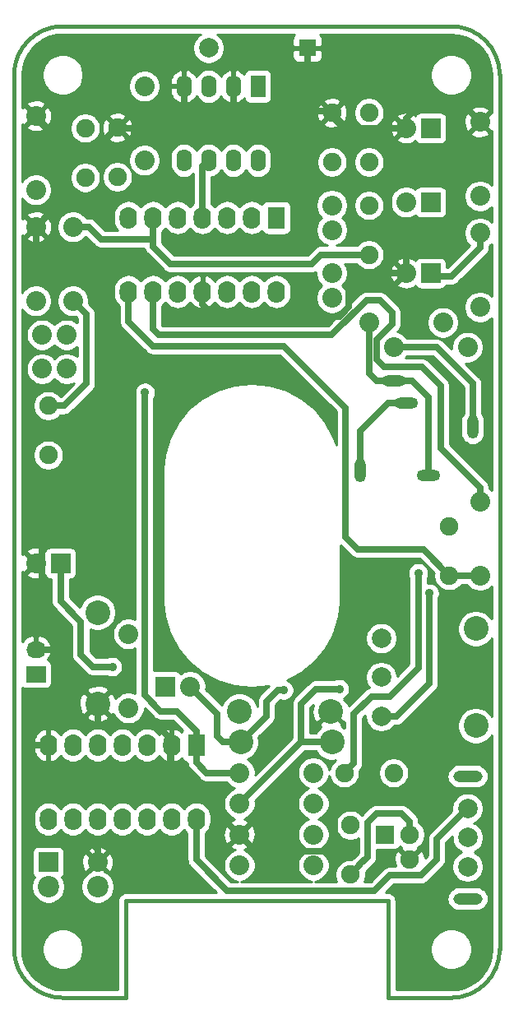
<source format=gtl>
G04 #@! TF.GenerationSoftware,KiCad,Pcbnew,(5.1.0)-1*
G04 #@! TF.CreationDate,2020-05-25T12:21:06+01:00*
G04 #@! TF.ProjectId,Bat_Listener_v4,4261745f-4c69-4737-9465-6e65725f7634,rev?*
G04 #@! TF.SameCoordinates,PX5f21070PY85c0b90*
G04 #@! TF.FileFunction,Copper,L1,Top*
G04 #@! TF.FilePolarity,Positive*
%FSLAX46Y46*%
G04 Gerber Fmt 4.6, Leading zero omitted, Abs format (unit mm)*
G04 Created by KiCad (PCBNEW (5.1.0)-1) date 2020-05-25 12:21:06*
%MOMM*%
%LPD*%
G04 APERTURE LIST*
%ADD10C,0.381000*%
%ADD11C,2.540000*%
%ADD12C,2.000000*%
%ADD13C,2.032000*%
%ADD14R,2.032000X2.032000*%
%ADD15R,2.032000X1.727200*%
%ADD16O,2.032000X1.727200*%
%ADD17C,1.905000*%
%ADD18R,1.905000X1.905000*%
%ADD19O,3.000000X1.200000*%
%ADD20C,2.199640*%
%ADD21O,1.778000X2.286000*%
%ADD22R,1.778000X2.286000*%
%ADD23R,1.574800X2.286000*%
%ADD24O,1.574800X2.286000*%
%ADD25R,1.800860X1.800860*%
%ADD26O,1.200000X2.400000*%
%ADD27O,2.400000X1.200000*%
%ADD28C,0.889000*%
%ADD29C,0.635000*%
%ADD30C,0.254000*%
G04 APERTURE END LIST*
D10*
X50250000Y5250000D02*
X50250000Y95250000D01*
X38750000Y250000D02*
X45250000Y250000D01*
X38750000Y10250000D02*
X38750000Y250000D01*
X11750000Y10250000D02*
X38750000Y10250000D01*
X11750000Y250000D02*
X11750000Y10250000D01*
X5250000Y250000D02*
X11750000Y250000D01*
X250000Y5250000D02*
G75*
G03X5250000Y250000I5000000J0D01*
G01*
X45250000Y250000D02*
G75*
G03X50250000Y5250000I0J5000000D01*
G01*
X50250000Y95250000D02*
G75*
G03X45250000Y100250000I-5000000J0D01*
G01*
X5250000Y100250000D02*
G75*
G03X250000Y95250000I0J-5000000D01*
G01*
X45250000Y100250000D02*
X5250000Y100250000D01*
X250000Y95250000D02*
X250000Y5250000D01*
D11*
X47800000Y28255000D03*
D12*
X38050000Y37255000D03*
D11*
X47800000Y38255000D03*
D12*
X38050000Y29255000D03*
X38050000Y33255000D03*
D13*
X18360000Y32300000D03*
D14*
X15820000Y32300000D03*
D11*
X32838000Y29760000D03*
X23440000Y29760000D03*
X8840000Y30522000D03*
X8840000Y39920000D03*
X23567000Y26585000D03*
X32965000Y26585000D03*
D15*
X2485000Y33570000D03*
D16*
X2485000Y36110000D03*
D17*
X40966000Y14520000D03*
X40966000Y17060000D03*
D18*
X38426000Y17060000D03*
D12*
X46965400Y16737380D03*
X46940000Y19745000D03*
X46940000Y13745000D03*
D19*
X46940000Y23045000D03*
X46940000Y10445000D03*
D14*
X3760000Y14205000D03*
D13*
X8840000Y14205000D03*
D20*
X3760000Y11665000D03*
X8840000Y11665000D03*
D21*
X27250000Y72940000D03*
X24710000Y72940000D03*
X22170000Y72940000D03*
X19630000Y72940000D03*
X17090000Y72940000D03*
X14550000Y72940000D03*
X12010000Y72940000D03*
X12010000Y80560000D03*
X14550000Y80560000D03*
X17090000Y80560000D03*
X19630000Y80560000D03*
X22170000Y80560000D03*
X24710000Y80560000D03*
D22*
X27250000Y80560000D03*
D21*
X19000000Y18650000D03*
X16460000Y18650000D03*
X13920000Y18650000D03*
X11380000Y18650000D03*
X8840000Y18650000D03*
X6300000Y18650000D03*
X3760000Y18650000D03*
X3760000Y26270000D03*
X6300000Y26270000D03*
X8840000Y26270000D03*
X11380000Y26270000D03*
X13920000Y26270000D03*
X16460000Y26270000D03*
D22*
X19000000Y26270000D03*
D23*
X25350000Y94088000D03*
D24*
X22810000Y94088000D03*
X20270000Y94088000D03*
X17730000Y94088000D03*
X17730000Y86468000D03*
X20270000Y86468000D03*
X22810000Y86468000D03*
X25350000Y86468000D03*
D25*
X30430000Y98025000D03*
D12*
X20270000Y98025000D03*
D13*
X40590000Y82150000D03*
D14*
X43130000Y82150000D03*
D13*
X40590000Y89770000D03*
D14*
X43130000Y89770000D03*
D13*
X40585000Y74845000D03*
D14*
X43125000Y74845000D03*
D13*
X2485000Y45000000D03*
D14*
X5025000Y45000000D03*
D13*
X48210000Y43730000D03*
X48210000Y51350000D03*
X48210000Y71355000D03*
X48210000Y78975000D03*
X48210000Y82785000D03*
X48210000Y90405000D03*
X13666000Y94088000D03*
X13666000Y86468000D03*
X2490000Y83420000D03*
X2490000Y91040000D03*
X6300000Y71990000D03*
X6300000Y79610000D03*
X12015000Y30080000D03*
X12015000Y37700000D03*
X31060000Y13885000D03*
X23440000Y13885000D03*
X2490000Y71990000D03*
X2490000Y79610000D03*
X31060000Y17060000D03*
X23440000Y17060000D03*
X44395000Y69765000D03*
X36775000Y69765000D03*
X23440000Y20235000D03*
X31060000Y20235000D03*
X46935000Y67225000D03*
X39315000Y67225000D03*
X23440000Y23410000D03*
X31060000Y23410000D03*
D26*
X35870000Y54505000D03*
D27*
X39370000Y63755000D03*
X42870000Y54005000D03*
D26*
X47470000Y59005000D03*
D27*
X40620000Y61505000D03*
D17*
X36775000Y91355000D03*
X36775000Y86275000D03*
X32965000Y86275000D03*
X32965000Y91355000D03*
X10867000Y89831000D03*
X10867000Y84751000D03*
X7570000Y89770000D03*
X7570000Y84690000D03*
X36775000Y81830000D03*
X36775000Y76750000D03*
X3760000Y61195000D03*
X3760000Y56115000D03*
X34875000Y18015000D03*
X34875000Y12935000D03*
X45035000Y48810000D03*
X45035000Y43730000D03*
X34235000Y23410000D03*
X39315000Y23410000D03*
D13*
X32965000Y79290000D03*
X32965000Y81830000D03*
X3125000Y65005000D03*
X5665000Y65005000D03*
X5660000Y68495000D03*
X3120000Y68495000D03*
X32965000Y74845000D03*
X32965000Y72305000D03*
D28*
X41220000Y20489000D03*
X43003000Y41891000D03*
X10359000Y34332000D03*
X33727000Y32046000D03*
X13724500Y62589500D03*
X28012000Y31919000D03*
X41855000Y43984000D03*
D29*
X19635000Y80880000D02*
X19635000Y85833000D01*
X19635000Y85833000D02*
X20270000Y86468000D01*
X19000000Y18650000D02*
X19000000Y14459000D01*
X19000000Y14459000D02*
X22175000Y11284000D01*
X22175000Y11284000D02*
X37349000Y11284000D01*
X43765000Y16618000D02*
X46965400Y19818400D01*
X43765000Y14525000D02*
X43765000Y16618000D01*
X37349000Y11284000D02*
X38934000Y12869000D01*
X38934000Y12869000D02*
X42109000Y12869000D01*
X42109000Y12869000D02*
X43765000Y14525000D01*
X8840000Y14205000D02*
X8840000Y15531000D01*
X3064000Y16425000D02*
X1728000Y17761000D01*
X7946000Y16425000D02*
X3064000Y16425000D01*
X8840000Y15531000D02*
X7946000Y16425000D01*
X32965000Y91355000D02*
X32965000Y90974000D01*
X32965000Y90974000D02*
X34169000Y89770000D01*
X34169000Y89770000D02*
X40590000Y89770000D01*
X38812000Y88815000D02*
X38812000Y89770000D01*
X40590000Y77832000D02*
X38812000Y79610000D01*
X38812000Y79610000D02*
X38812000Y88815000D01*
X40590000Y74530000D02*
X40590000Y77832000D01*
X38812000Y89770000D02*
X38807000Y89775000D01*
X38807000Y89775000D02*
X38807000Y89831000D01*
X38807000Y89831000D02*
X38807000Y89770000D01*
X30430000Y98025000D02*
X30430000Y91548000D01*
X30552000Y91736000D02*
X30552000Y91548000D01*
X30552000Y91670000D02*
X30552000Y91736000D01*
X30430000Y91548000D02*
X30552000Y91670000D01*
X22810000Y94088000D02*
X22810000Y91548000D01*
X22805000Y91609000D02*
X22805000Y91548000D01*
X22871000Y91609000D02*
X22805000Y91609000D01*
X22932000Y91548000D02*
X22871000Y91609000D01*
X22932000Y91670000D02*
X22932000Y91548000D01*
X22810000Y91548000D02*
X22932000Y91670000D01*
X32965000Y91355000D02*
X33473000Y91355000D01*
X24583000Y91548000D02*
X30552000Y91548000D01*
X30552000Y91548000D02*
X32772000Y91548000D01*
X22805000Y91548000D02*
X24583000Y91548000D01*
X32772000Y91548000D02*
X32965000Y91355000D01*
X2485000Y36110000D02*
X5406000Y36110000D01*
X3125000Y45320000D02*
X3125000Y40677000D01*
X1723000Y25950000D02*
X1728000Y25950000D01*
X1723000Y28744000D02*
X1723000Y25950000D01*
X5406000Y38396000D02*
X5406000Y36110000D01*
X2490000Y79610000D02*
X2490000Y77634000D01*
X3125000Y50085000D02*
X3125000Y45320000D01*
X9216000Y56176000D02*
X3125000Y50085000D01*
X9216000Y72178000D02*
X9216000Y56176000D01*
X5914000Y75480000D02*
X9216000Y72178000D01*
X4644000Y75480000D02*
X5914000Y75480000D01*
X2490000Y77634000D02*
X4644000Y75480000D01*
X23440000Y17060000D02*
X18233000Y22267000D01*
X16328000Y24172000D02*
X16328000Y26138000D01*
X18233000Y22267000D02*
X16328000Y24172000D01*
X16328000Y26138000D02*
X16460000Y26270000D01*
X8840000Y14205000D02*
X8840000Y14840000D01*
X1728000Y17761000D02*
X1728000Y25950000D01*
X1728000Y25950000D02*
X1728000Y26270000D01*
X3760000Y26270000D02*
X1728000Y26270000D01*
X16460000Y25381000D02*
X16460000Y26270000D01*
X16460000Y26270000D02*
X16460000Y26778000D01*
X16460000Y26778000D02*
X15063000Y28175000D01*
X15063000Y28175000D02*
X9094000Y28175000D01*
X9094000Y28175000D02*
X8840000Y28429000D01*
X8840000Y28429000D02*
X8840000Y30080000D01*
X2490000Y91040000D02*
X2490000Y90786000D01*
X2490000Y90786000D02*
X4649000Y88627000D01*
X4649000Y88627000D02*
X4649000Y81769000D01*
X4649000Y81769000D02*
X2490000Y79610000D01*
X40590000Y89770000D02*
X40590000Y90786000D01*
X40590000Y90786000D02*
X41733000Y91929000D01*
X46686000Y91929000D02*
X48210000Y90405000D01*
X41733000Y91929000D02*
X46686000Y91929000D01*
X38807000Y89770000D02*
X39320000Y89770000D01*
X39320000Y89770000D02*
X40590000Y89770000D01*
X21286000Y91548000D02*
X22805000Y91548000D01*
X17730000Y91548000D02*
X21286000Y91548000D01*
X10745000Y89770000D02*
X15952000Y89770000D01*
X17730000Y91548000D02*
X17730000Y94088000D01*
X15952000Y89770000D02*
X17730000Y91548000D01*
X2490000Y90786000D02*
X5284000Y87992000D01*
X5284000Y87992000D02*
X8967000Y87992000D01*
X8967000Y87992000D02*
X10745000Y89770000D01*
X23440000Y17060000D02*
X25154499Y15345501D01*
X41540000Y14520000D02*
X40966000Y14520000D01*
X41220000Y20489000D02*
X34362000Y20489000D01*
X34362000Y20489000D02*
X33219000Y19346000D01*
X33219000Y16298000D02*
X32266501Y15345501D01*
X33219000Y19346000D02*
X33219000Y16298000D01*
X25154499Y15345501D02*
X32266501Y15345501D01*
X3125000Y40677000D02*
X5406000Y38396000D01*
X9094000Y28175000D02*
X7245000Y28175000D01*
X5406000Y30014000D02*
X5406000Y33316000D01*
X7245000Y28175000D02*
X5406000Y30014000D01*
X5406000Y36110000D02*
X5406000Y33316000D01*
X2993000Y30014000D02*
X1723000Y28744000D01*
X5406000Y30014000D02*
X2993000Y30014000D01*
X19635000Y71665000D02*
X19635000Y73260000D01*
X36521000Y74845000D02*
X34679500Y73003500D01*
X40585000Y74845000D02*
X36521000Y74845000D01*
X34679500Y73003500D02*
X34679500Y71352500D01*
X34679500Y71352500D02*
X33727000Y70400000D01*
X33727000Y70400000D02*
X20900000Y70400000D01*
X20900000Y70400000D02*
X19635000Y71665000D01*
X43130000Y74530000D02*
X45289000Y74530000D01*
X48210000Y77451000D02*
X48210000Y78975000D01*
X45289000Y74530000D02*
X48210000Y77451000D01*
X36775000Y76750000D02*
X34616000Y76750000D01*
X22678000Y75800000D02*
X30872000Y75800000D01*
X16333000Y75800000D02*
X22678000Y75800000D01*
X14555000Y77578000D02*
X16333000Y75800000D01*
X14555000Y78340000D02*
X14555000Y77578000D01*
X30872000Y75800000D02*
X31822000Y76750000D01*
X31822000Y76750000D02*
X34616000Y76750000D01*
X14555000Y80880000D02*
X14555000Y78340000D01*
X6300000Y79610000D02*
X7951000Y79610000D01*
X9221000Y78340000D02*
X14555000Y78340000D01*
X7951000Y79610000D02*
X9221000Y78340000D01*
X3760000Y61195000D02*
X5411000Y61195000D01*
X7697000Y70593000D02*
X6300000Y71990000D01*
X7697000Y63481000D02*
X7697000Y70593000D01*
X5411000Y61195000D02*
X7697000Y63481000D01*
X40966000Y18407038D02*
X40966000Y17060000D01*
X40154038Y19219000D02*
X40966000Y18407038D01*
X34875000Y12935000D02*
X35827499Y13887499D01*
X35827499Y13887499D02*
X35827499Y13953499D01*
X35827499Y13953499D02*
X36648000Y14774000D01*
X36648000Y14774000D02*
X36648000Y18330000D01*
X36648000Y18330000D02*
X37537000Y19219000D01*
X37537000Y19219000D02*
X40154038Y19219000D01*
X14555000Y69069000D02*
X14555000Y73260000D01*
X48210000Y52786840D02*
X44141000Y56855840D01*
X48210000Y51350000D02*
X48210000Y52786840D01*
X44141000Y56855840D02*
X44141000Y63288000D01*
X44141000Y63288000D02*
X42236000Y65193000D01*
X42236000Y65193000D02*
X38299000Y65193000D01*
X38299000Y65193000D02*
X37537000Y65955000D01*
X37537000Y65955000D02*
X37537000Y67987000D01*
X37537000Y67987000D02*
X39188000Y69638000D01*
X39188000Y69638000D02*
X39188000Y70781000D01*
X39188000Y70781000D02*
X37918000Y72051000D01*
X37918000Y72051000D02*
X36521000Y72051000D01*
X32937000Y68467000D02*
X15157000Y68467000D01*
X36521000Y72051000D02*
X32937000Y68467000D01*
X15157000Y68467000D02*
X14555000Y69069000D01*
X42365500Y46399500D02*
X45035000Y43730000D01*
X35629500Y46399500D02*
X42365500Y46399500D01*
X45035000Y43730000D02*
X48210000Y43730000D01*
X12010000Y72940000D02*
X12010000Y69892000D01*
X12010000Y69892000D02*
X14550000Y67352000D01*
X14550000Y67352000D02*
X28012000Y67352000D01*
X28012000Y67352000D02*
X34362000Y61002000D01*
X34362000Y47667000D02*
X35629500Y46399500D01*
X34362000Y61002000D02*
X34362000Y47667000D01*
X38050000Y29255000D02*
X39638000Y29255000D01*
X43003000Y32620000D02*
X43003000Y41891000D01*
X39638000Y29255000D02*
X43003000Y32620000D01*
X15820000Y32300000D02*
X15820000Y32173000D01*
X42870000Y55240000D02*
X42870000Y54005000D01*
X42870000Y62090000D02*
X42870000Y55240000D01*
X41205000Y63755000D02*
X42870000Y62090000D01*
X39370000Y63755000D02*
X41205000Y63755000D01*
X36775000Y68328160D02*
X36775000Y69765000D01*
X36775000Y64515000D02*
X36775000Y68328160D01*
X37535000Y63755000D02*
X36775000Y64515000D01*
X39370000Y63755000D02*
X37535000Y63755000D01*
X10359000Y34332000D02*
X8327000Y34332000D01*
X7125499Y35533501D02*
X7125499Y38962501D01*
X8327000Y34332000D02*
X7125499Y35533501D01*
X5025000Y41063000D02*
X5025000Y45000000D01*
X7125499Y38962501D02*
X5025000Y41063000D01*
X29790000Y26585000D02*
X32965000Y26585000D01*
X23440000Y20235000D02*
X29790000Y26585000D01*
X29790000Y26585000D02*
X29790000Y30522000D01*
X29790000Y30522000D02*
X31314000Y32046000D01*
X31314000Y32046000D02*
X33727000Y32046000D01*
X19000000Y24492000D02*
X20082000Y23410000D01*
X19000000Y26270000D02*
X19000000Y24492000D01*
X20082000Y23410000D02*
X23440000Y23410000D01*
X13661000Y62526000D02*
X13724500Y62589500D01*
X13661000Y31411000D02*
X13661000Y62526000D01*
X15312000Y29760000D02*
X13661000Y31411000D01*
X19000000Y27723000D02*
X16963000Y29760000D01*
X16963000Y29760000D02*
X15312000Y29760000D01*
X19000000Y26270000D02*
X19000000Y27723000D01*
X35870000Y56340000D02*
X35870000Y54505000D01*
X35870000Y58590000D02*
X35870000Y56340000D01*
X38785000Y61505000D02*
X35870000Y58590000D01*
X40620000Y61505000D02*
X38785000Y61505000D01*
X21770949Y26585000D02*
X21154000Y27201949D01*
X23567000Y26585000D02*
X21770949Y26585000D01*
X21154000Y29506000D02*
X18360000Y32300000D01*
X21154000Y27201949D02*
X21154000Y29506000D01*
X27383383Y31919000D02*
X26234000Y30769617D01*
X28012000Y31919000D02*
X27383383Y31919000D01*
X26234000Y29252000D02*
X23567000Y26585000D01*
X26234000Y30769617D02*
X26234000Y29252000D01*
X35187499Y24362499D02*
X35187499Y29442499D01*
X34235000Y23410000D02*
X35187499Y24362499D01*
X35187499Y29442499D02*
X37029000Y31284000D01*
X37029000Y31284000D02*
X38934000Y31284000D01*
X38934000Y31284000D02*
X41855000Y34205000D01*
X41855000Y34205000D02*
X41855000Y43984000D01*
X39315000Y67225000D02*
X43760000Y67225000D01*
X47470000Y63515000D02*
X47470000Y59005000D01*
X43760000Y67225000D02*
X47470000Y63515000D01*
D30*
G36*
X19227748Y99294987D02*
G01*
X19000013Y99067252D01*
X18821082Y98799463D01*
X18697832Y98501912D01*
X18635000Y98186033D01*
X18635000Y97863967D01*
X18697832Y97548088D01*
X18821082Y97250537D01*
X19000013Y96982748D01*
X19227748Y96755013D01*
X19495537Y96576082D01*
X19793088Y96452832D01*
X20108967Y96390000D01*
X20431033Y96390000D01*
X20746912Y96452832D01*
X21044463Y96576082D01*
X21312252Y96755013D01*
X21539987Y96982748D01*
X21634749Y97124570D01*
X28891498Y97124570D01*
X28903758Y97000088D01*
X28940068Y96880390D01*
X28999033Y96770076D01*
X29078385Y96673385D01*
X29175076Y96594033D01*
X29285390Y96535068D01*
X29405088Y96498758D01*
X29529570Y96486498D01*
X30144250Y96489570D01*
X30303000Y96648320D01*
X30303000Y97898000D01*
X30557000Y97898000D01*
X30557000Y96648320D01*
X30715750Y96489570D01*
X31330430Y96486498D01*
X31454912Y96498758D01*
X31574610Y96535068D01*
X31684924Y96594033D01*
X31781615Y96673385D01*
X31860967Y96770076D01*
X31919932Y96880390D01*
X31956242Y97000088D01*
X31968502Y97124570D01*
X31965430Y97739250D01*
X31806680Y97898000D01*
X30557000Y97898000D01*
X30303000Y97898000D01*
X29053320Y97898000D01*
X28894570Y97739250D01*
X28891498Y97124570D01*
X21634749Y97124570D01*
X21718918Y97250537D01*
X21842168Y97548088D01*
X21905000Y97863967D01*
X21905000Y98186033D01*
X21842168Y98501912D01*
X21718918Y98799463D01*
X21539987Y99067252D01*
X21312252Y99294987D01*
X21118422Y99424500D01*
X29136733Y99424500D01*
X29078385Y99376615D01*
X28999033Y99279924D01*
X28940068Y99169610D01*
X28903758Y99049912D01*
X28891498Y98925430D01*
X28894570Y98310750D01*
X29053320Y98152000D01*
X30303000Y98152000D01*
X30303000Y98172000D01*
X30557000Y98172000D01*
X30557000Y98152000D01*
X31806680Y98152000D01*
X31965430Y98310750D01*
X31968502Y98925430D01*
X31956242Y99049912D01*
X31919932Y99169610D01*
X31860967Y99279924D01*
X31781615Y99376615D01*
X31723267Y99424500D01*
X45213235Y99424500D01*
X45988661Y99355295D01*
X46703971Y99159608D01*
X47373323Y98840343D01*
X47975561Y98407592D01*
X48491644Y97875036D01*
X48905269Y97259496D01*
X49203350Y96580449D01*
X49377996Y95852994D01*
X49424501Y95219718D01*
X49424501Y91347365D01*
X49356823Y91372218D01*
X48389605Y90405000D01*
X49356823Y89437782D01*
X49424501Y89462635D01*
X49424501Y83905365D01*
X49262451Y84067415D01*
X48992042Y84248097D01*
X48691579Y84372553D01*
X48372609Y84436000D01*
X48047391Y84436000D01*
X47728421Y84372553D01*
X47427958Y84248097D01*
X47157549Y84067415D01*
X46927585Y83837451D01*
X46746903Y83567042D01*
X46622447Y83266579D01*
X46559000Y82947609D01*
X46559000Y82622391D01*
X46622447Y82303421D01*
X46746903Y82002958D01*
X46927585Y81732549D01*
X47157549Y81502585D01*
X47427958Y81321903D01*
X47728421Y81197447D01*
X48047391Y81134000D01*
X48372609Y81134000D01*
X48691579Y81197447D01*
X48992042Y81321903D01*
X49262451Y81502585D01*
X49424501Y81664635D01*
X49424501Y80095365D01*
X49262451Y80257415D01*
X48992042Y80438097D01*
X48691579Y80562553D01*
X48372609Y80626000D01*
X48047391Y80626000D01*
X47728421Y80562553D01*
X47427958Y80438097D01*
X47157549Y80257415D01*
X46927585Y80027451D01*
X46746903Y79757042D01*
X46622447Y79456579D01*
X46559000Y79137609D01*
X46559000Y78812391D01*
X46622447Y78493421D01*
X46746903Y78192958D01*
X46927585Y77922549D01*
X47131048Y77719086D01*
X44894462Y75482500D01*
X44779072Y75482500D01*
X44779072Y75861000D01*
X44766812Y75985482D01*
X44730502Y76105180D01*
X44671537Y76215494D01*
X44592185Y76312185D01*
X44495494Y76391537D01*
X44385180Y76450502D01*
X44265482Y76486812D01*
X44141000Y76499072D01*
X42109000Y76499072D01*
X41984518Y76486812D01*
X41864820Y76450502D01*
X41754506Y76391537D01*
X41657815Y76312185D01*
X41578463Y76215494D01*
X41519498Y76105180D01*
X41515468Y76091896D01*
X41454522Y76257860D01*
X41162179Y76400348D01*
X40847656Y76483064D01*
X40523038Y76502831D01*
X40200802Y76458888D01*
X39893330Y76352924D01*
X39715478Y76257860D01*
X39617782Y75991823D01*
X40585000Y75024605D01*
X40599143Y75038747D01*
X40778748Y74859142D01*
X40764605Y74845000D01*
X40778748Y74830857D01*
X40599143Y74651252D01*
X40585000Y74665395D01*
X39617782Y73698177D01*
X39715478Y73432140D01*
X40007821Y73289652D01*
X40322344Y73206936D01*
X40646962Y73187169D01*
X40969198Y73231112D01*
X41276670Y73337076D01*
X41454522Y73432140D01*
X41515468Y73598104D01*
X41519498Y73584820D01*
X41578463Y73474506D01*
X41657815Y73377815D01*
X41754506Y73298463D01*
X41864820Y73239498D01*
X41984518Y73203188D01*
X42109000Y73190928D01*
X44141000Y73190928D01*
X44265482Y73203188D01*
X44385180Y73239498D01*
X44495494Y73298463D01*
X44592185Y73377815D01*
X44671537Y73474506D01*
X44726589Y73577500D01*
X45242215Y73577500D01*
X45289000Y73572892D01*
X45335785Y73577500D01*
X45475723Y73591283D01*
X45655269Y73645748D01*
X45820741Y73734194D01*
X45965778Y73853222D01*
X45995607Y73889569D01*
X48850436Y76744397D01*
X48886778Y76774222D01*
X49005806Y76919259D01*
X49050029Y77001995D01*
X49094252Y77084730D01*
X49148717Y77264277D01*
X49167108Y77451000D01*
X49162500Y77497785D01*
X49162500Y77625800D01*
X49262451Y77692585D01*
X49424501Y77854635D01*
X49424501Y72475365D01*
X49262451Y72637415D01*
X48992042Y72818097D01*
X48691579Y72942553D01*
X48372609Y73006000D01*
X48047391Y73006000D01*
X47728421Y72942553D01*
X47427958Y72818097D01*
X47157549Y72637415D01*
X46927585Y72407451D01*
X46746903Y72137042D01*
X46622447Y71836579D01*
X46559000Y71517609D01*
X46559000Y71192391D01*
X46622447Y70873421D01*
X46746903Y70572958D01*
X46927585Y70302549D01*
X47157549Y70072585D01*
X47427958Y69891903D01*
X47728421Y69767447D01*
X48047391Y69704000D01*
X48372609Y69704000D01*
X48691579Y69767447D01*
X48992042Y69891903D01*
X49262451Y70072585D01*
X49424501Y70234635D01*
X49424501Y52470365D01*
X49262451Y52632415D01*
X49162500Y52699200D01*
X49162500Y52740055D01*
X49167108Y52786840D01*
X49148717Y52973563D01*
X49126169Y53047892D01*
X49094252Y53153109D01*
X49005806Y53318581D01*
X48886778Y53463618D01*
X48850436Y53493443D01*
X45093500Y57250378D01*
X45093500Y63241215D01*
X45098108Y63288000D01*
X45079717Y63474723D01*
X45067499Y63515001D01*
X45025252Y63654269D01*
X44936806Y63819741D01*
X44817778Y63964778D01*
X44781436Y63994603D01*
X42942607Y65833431D01*
X42912778Y65869778D01*
X42767741Y65988806D01*
X42602269Y66077252D01*
X42422723Y66131717D01*
X42282785Y66145500D01*
X42236000Y66150108D01*
X42189215Y66145500D01*
X40570366Y66145500D01*
X40597415Y66172549D01*
X40664200Y66272500D01*
X43365462Y66272500D01*
X46517500Y63120462D01*
X46517501Y60391117D01*
X46438167Y60294448D01*
X46323489Y60079900D01*
X46252870Y59847101D01*
X46235000Y59665664D01*
X46235000Y58344335D01*
X46252870Y58162898D01*
X46323489Y57930099D01*
X46438168Y57715551D01*
X46592499Y57527498D01*
X46780552Y57373167D01*
X46995100Y57258489D01*
X47227899Y57187870D01*
X47470000Y57164025D01*
X47712102Y57187870D01*
X47944901Y57258489D01*
X48159449Y57373167D01*
X48347502Y57527498D01*
X48501833Y57715551D01*
X48616511Y57930099D01*
X48687130Y58162898D01*
X48705000Y58344335D01*
X48705000Y59665665D01*
X48687130Y59847102D01*
X48616511Y60079901D01*
X48501833Y60294449D01*
X48422500Y60391117D01*
X48422500Y63468216D01*
X48427108Y63515001D01*
X48408717Y63701723D01*
X48403417Y63719194D01*
X48354252Y63881269D01*
X48265806Y64046741D01*
X48146778Y64191778D01*
X48110431Y64221607D01*
X46754474Y65577564D01*
X46772391Y65574000D01*
X47097609Y65574000D01*
X47416579Y65637447D01*
X47717042Y65761903D01*
X47987451Y65942585D01*
X48217415Y66172549D01*
X48398097Y66442958D01*
X48522553Y66743421D01*
X48586000Y67062391D01*
X48586000Y67387609D01*
X48522553Y67706579D01*
X48398097Y68007042D01*
X48217415Y68277451D01*
X47987451Y68507415D01*
X47717042Y68688097D01*
X47416579Y68812553D01*
X47097609Y68876000D01*
X46772391Y68876000D01*
X46453421Y68812553D01*
X46152958Y68688097D01*
X45882549Y68507415D01*
X45652585Y68277451D01*
X45471903Y68007042D01*
X45347447Y67706579D01*
X45284000Y67387609D01*
X45284000Y67062391D01*
X45287564Y67044474D01*
X44466607Y67865431D01*
X44436778Y67901778D01*
X44291741Y68020806D01*
X44126269Y68109252D01*
X43946723Y68163717D01*
X43806785Y68177500D01*
X43760000Y68182108D01*
X43713215Y68177500D01*
X40664200Y68177500D01*
X40597415Y68277451D01*
X40367451Y68507415D01*
X40097042Y68688097D01*
X39796579Y68812553D01*
X39724023Y68826985D01*
X39828431Y68931393D01*
X39864778Y68961222D01*
X39983806Y69106259D01*
X40061472Y69251563D01*
X40072252Y69271730D01*
X40126717Y69451278D01*
X40136190Y69547451D01*
X40140500Y69591215D01*
X40140500Y69591216D01*
X40145108Y69638000D01*
X40140500Y69684785D01*
X40140500Y69927609D01*
X42744000Y69927609D01*
X42744000Y69602391D01*
X42807447Y69283421D01*
X42931903Y68982958D01*
X43112585Y68712549D01*
X43342549Y68482585D01*
X43612958Y68301903D01*
X43913421Y68177447D01*
X44232391Y68114000D01*
X44557609Y68114000D01*
X44876579Y68177447D01*
X45177042Y68301903D01*
X45447451Y68482585D01*
X45677415Y68712549D01*
X45858097Y68982958D01*
X45982553Y69283421D01*
X46046000Y69602391D01*
X46046000Y69927609D01*
X45982553Y70246579D01*
X45858097Y70547042D01*
X45677415Y70817451D01*
X45447451Y71047415D01*
X45177042Y71228097D01*
X44876579Y71352553D01*
X44557609Y71416000D01*
X44232391Y71416000D01*
X43913421Y71352553D01*
X43612958Y71228097D01*
X43342549Y71047415D01*
X43112585Y70817451D01*
X42931903Y70547042D01*
X42807447Y70246579D01*
X42744000Y69927609D01*
X40140500Y69927609D01*
X40140500Y70734216D01*
X40145108Y70781001D01*
X40126717Y70967723D01*
X40072252Y71147269D01*
X39983806Y71312741D01*
X39864778Y71457778D01*
X39828436Y71487603D01*
X38624607Y72691431D01*
X38594778Y72727778D01*
X38449741Y72846806D01*
X38284269Y72935252D01*
X38104723Y72989717D01*
X37964785Y73003500D01*
X37918000Y73008108D01*
X37871215Y73003500D01*
X36567784Y73003500D01*
X36520999Y73008108D01*
X36334277Y72989717D01*
X36154731Y72935252D01*
X35989259Y72846806D01*
X35844222Y72727778D01*
X35814393Y72691431D01*
X32542462Y69419500D01*
X15551537Y69419500D01*
X15507500Y69463538D01*
X15507500Y71500289D01*
X15632844Y71603156D01*
X15820000Y71831207D01*
X16007156Y71603156D01*
X16239215Y71412710D01*
X16503969Y71271196D01*
X16791244Y71184052D01*
X17090000Y71154627D01*
X17388755Y71184052D01*
X17676030Y71271196D01*
X17940784Y71412710D01*
X18172844Y71603156D01*
X18363290Y71835215D01*
X18365314Y71839002D01*
X18433398Y71733715D01*
X18642172Y71518567D01*
X18888908Y71348283D01*
X19164124Y71229407D01*
X19266987Y71205866D01*
X19503000Y71326670D01*
X19503000Y72813000D01*
X19483000Y72813000D01*
X19483000Y73067000D01*
X19503000Y73067000D01*
X19503000Y74553330D01*
X19757000Y74553330D01*
X19757000Y73067000D01*
X19777000Y73067000D01*
X19777000Y72813000D01*
X19757000Y72813000D01*
X19757000Y71326670D01*
X19993013Y71205866D01*
X20095876Y71229407D01*
X20371092Y71348283D01*
X20617828Y71518567D01*
X20826602Y71733715D01*
X20894686Y71839003D01*
X20896710Y71835216D01*
X21087156Y71603156D01*
X21319215Y71412710D01*
X21583969Y71271196D01*
X21871244Y71184052D01*
X22170000Y71154627D01*
X22468755Y71184052D01*
X22756030Y71271196D01*
X23020784Y71412710D01*
X23252844Y71603156D01*
X23440000Y71831207D01*
X23627156Y71603156D01*
X23859215Y71412710D01*
X24123969Y71271196D01*
X24411244Y71184052D01*
X24710000Y71154627D01*
X25008755Y71184052D01*
X25296030Y71271196D01*
X25560784Y71412710D01*
X25792844Y71603156D01*
X25980000Y71831207D01*
X26167156Y71603156D01*
X26399215Y71412710D01*
X26663969Y71271196D01*
X26951244Y71184052D01*
X27250000Y71154627D01*
X27548755Y71184052D01*
X27836030Y71271196D01*
X28100784Y71412710D01*
X28332844Y71603156D01*
X28523290Y71835215D01*
X28664804Y72099969D01*
X28751948Y72387244D01*
X28774000Y72611141D01*
X28774000Y73268858D01*
X28751948Y73492755D01*
X28664804Y73780031D01*
X28523290Y74044785D01*
X28332844Y74276844D01*
X28100785Y74467290D01*
X27836031Y74608804D01*
X27548756Y74695948D01*
X27250000Y74725373D01*
X26951245Y74695948D01*
X26663970Y74608804D01*
X26399216Y74467290D01*
X26167156Y74276844D01*
X25980000Y74048794D01*
X25792844Y74276844D01*
X25560785Y74467290D01*
X25296031Y74608804D01*
X25008756Y74695948D01*
X24710000Y74725373D01*
X24411245Y74695948D01*
X24123970Y74608804D01*
X23859216Y74467290D01*
X23627156Y74276844D01*
X23440000Y74048794D01*
X23252844Y74276844D01*
X23020785Y74467290D01*
X22756031Y74608804D01*
X22468756Y74695948D01*
X22170000Y74725373D01*
X21871245Y74695948D01*
X21583970Y74608804D01*
X21319216Y74467290D01*
X21087156Y74276844D01*
X20896710Y74044785D01*
X20894686Y74040998D01*
X20826602Y74146285D01*
X20617828Y74361433D01*
X20371092Y74531717D01*
X20095876Y74650593D01*
X19993013Y74674134D01*
X19757000Y74553330D01*
X19503000Y74553330D01*
X19266987Y74674134D01*
X19164124Y74650593D01*
X18888908Y74531717D01*
X18642172Y74361433D01*
X18433398Y74146285D01*
X18365314Y74040998D01*
X18363290Y74044785D01*
X18172844Y74276844D01*
X17940785Y74467290D01*
X17676031Y74608804D01*
X17388756Y74695948D01*
X17090000Y74725373D01*
X16791245Y74695948D01*
X16503970Y74608804D01*
X16239216Y74467290D01*
X16007156Y74276844D01*
X15820000Y74048794D01*
X15632844Y74276844D01*
X15400785Y74467290D01*
X15136031Y74608804D01*
X14848756Y74695948D01*
X14550000Y74725373D01*
X14251245Y74695948D01*
X13963970Y74608804D01*
X13699216Y74467290D01*
X13467156Y74276844D01*
X13280000Y74048794D01*
X13092844Y74276844D01*
X12860785Y74467290D01*
X12596031Y74608804D01*
X12308756Y74695948D01*
X12010000Y74725373D01*
X11711245Y74695948D01*
X11423970Y74608804D01*
X11159216Y74467290D01*
X10927156Y74276844D01*
X10736710Y74044785D01*
X10595196Y73780031D01*
X10508052Y73492756D01*
X10486000Y73268859D01*
X10486000Y72611142D01*
X10508052Y72387245D01*
X10595196Y72099970D01*
X10736710Y71835216D01*
X10927156Y71603156D01*
X11057500Y71496185D01*
X11057501Y69938794D01*
X11052892Y69892000D01*
X11071283Y69705278D01*
X11125749Y69525731D01*
X11174102Y69435269D01*
X11214195Y69360259D01*
X11333223Y69215222D01*
X11369565Y69185397D01*
X13843393Y66711569D01*
X13873222Y66675222D01*
X14018259Y66556194D01*
X14183731Y66467748D01*
X14310826Y66429194D01*
X14363277Y66413283D01*
X14549999Y66394892D01*
X14596784Y66399500D01*
X27617462Y66399500D01*
X33409500Y60607461D01*
X33409500Y57167181D01*
X33195475Y57872728D01*
X32347226Y59459690D01*
X31205675Y60850675D01*
X29814689Y61992226D01*
X28227727Y62840475D01*
X26505772Y63362824D01*
X24715000Y63539200D01*
X22924227Y63362824D01*
X21202272Y62840475D01*
X19615310Y61992226D01*
X18224325Y60850675D01*
X17082774Y59459689D01*
X16234525Y57872727D01*
X15712176Y56150772D01*
X15580000Y54808768D01*
X15580000Y40911231D01*
X15712176Y39569227D01*
X16234526Y37847272D01*
X17082775Y36260310D01*
X18224326Y34869325D01*
X19615311Y33727774D01*
X21202273Y32879525D01*
X22924228Y32357176D01*
X24715000Y32180800D01*
X26471106Y32353762D01*
X25593569Y31476224D01*
X25557222Y31446395D01*
X25438194Y31301358D01*
X25349748Y31135885D01*
X25298365Y30966500D01*
X25295283Y30956339D01*
X25276892Y30769617D01*
X25281500Y30722832D01*
X25281500Y30266856D01*
X25271791Y30315668D01*
X25128189Y30662356D01*
X24919710Y30974366D01*
X24654366Y31239710D01*
X24342356Y31448189D01*
X23995668Y31591791D01*
X23627626Y31665000D01*
X23252374Y31665000D01*
X22884332Y31591791D01*
X22537644Y31448189D01*
X22225634Y31239710D01*
X21960290Y30974366D01*
X21751811Y30662356D01*
X21632566Y30374472D01*
X19987548Y32019490D01*
X20011000Y32137391D01*
X20011000Y32462609D01*
X19947553Y32781579D01*
X19823097Y33082042D01*
X19642415Y33352451D01*
X19412451Y33582415D01*
X19142042Y33763097D01*
X18841579Y33887553D01*
X18522609Y33951000D01*
X18197391Y33951000D01*
X17878421Y33887553D01*
X17577958Y33763097D01*
X17385704Y33634636D01*
X17366537Y33670494D01*
X17287185Y33767185D01*
X17190494Y33846537D01*
X17080180Y33905502D01*
X16960482Y33941812D01*
X16836000Y33954072D01*
X14804000Y33954072D01*
X14679518Y33941812D01*
X14613500Y33921786D01*
X14613500Y61976935D01*
X14681140Y62078165D01*
X14762515Y62274622D01*
X14804000Y62483179D01*
X14804000Y62695821D01*
X14762515Y62904378D01*
X14681140Y63100835D01*
X14563002Y63277641D01*
X14412641Y63428002D01*
X14235835Y63546140D01*
X14039378Y63627515D01*
X13830821Y63669000D01*
X13618179Y63669000D01*
X13409622Y63627515D01*
X13213165Y63546140D01*
X13036359Y63428002D01*
X12885998Y63277641D01*
X12767860Y63100835D01*
X12686485Y62904378D01*
X12645000Y62695821D01*
X12645000Y62483179D01*
X12686485Y62274622D01*
X12708501Y62221471D01*
X12708500Y39199772D01*
X12496579Y39287553D01*
X12177609Y39351000D01*
X11852391Y39351000D01*
X11533421Y39287553D01*
X11232958Y39163097D01*
X10962549Y38982415D01*
X10732585Y38752451D01*
X10551903Y38482042D01*
X10427447Y38181579D01*
X10364000Y37862609D01*
X10364000Y37537391D01*
X10427447Y37218421D01*
X10551903Y36917958D01*
X10732585Y36647549D01*
X10962549Y36417585D01*
X11232958Y36236903D01*
X11533421Y36112447D01*
X11852391Y36049000D01*
X12177609Y36049000D01*
X12496579Y36112447D01*
X12708500Y36200228D01*
X12708500Y31579772D01*
X12496579Y31667553D01*
X12177609Y31731000D01*
X11852391Y31731000D01*
X11533421Y31667553D01*
X11232958Y31543097D01*
X10962549Y31362415D01*
X10732585Y31132451D01*
X10673853Y31044553D01*
X10587988Y31302235D01*
X10459871Y31541924D01*
X10167852Y31670247D01*
X9019605Y30522000D01*
X10167852Y29373753D01*
X10459871Y29502076D01*
X10463964Y29510261D01*
X10551903Y29297958D01*
X10732585Y29027549D01*
X10962549Y28797585D01*
X11232958Y28616903D01*
X11533421Y28492447D01*
X11852391Y28429000D01*
X12177609Y28429000D01*
X12496579Y28492447D01*
X12797042Y28616903D01*
X13067451Y28797585D01*
X13297415Y29027549D01*
X13478097Y29297958D01*
X13602553Y29598421D01*
X13666000Y29917391D01*
X13666000Y30058962D01*
X14605393Y29119569D01*
X14635222Y29083222D01*
X14780259Y28964194D01*
X14862995Y28919971D01*
X14945730Y28875748D01*
X15035504Y28848515D01*
X15125277Y28821283D01*
X15265215Y28807500D01*
X15312000Y28802892D01*
X15358785Y28807500D01*
X16568462Y28807500D01*
X17593086Y27782875D01*
X17580463Y27767494D01*
X17521498Y27657180D01*
X17511869Y27625437D01*
X17447828Y27691433D01*
X17201092Y27861717D01*
X16925876Y27980593D01*
X16823013Y28004134D01*
X16587000Y27883330D01*
X16587000Y26397000D01*
X16607000Y26397000D01*
X16607000Y26143000D01*
X16587000Y26143000D01*
X16587000Y24656670D01*
X16823013Y24535866D01*
X16925876Y24559407D01*
X17201092Y24678283D01*
X17447828Y24848567D01*
X17511869Y24914563D01*
X17521498Y24882820D01*
X17580463Y24772506D01*
X17659815Y24675815D01*
X17756506Y24596463D01*
X17866820Y24537498D01*
X17986518Y24501188D01*
X18043247Y24495601D01*
X18042892Y24492000D01*
X18061283Y24305278D01*
X18115749Y24125731D01*
X18184969Y23996229D01*
X18204195Y23960259D01*
X18323223Y23815222D01*
X18359564Y23785398D01*
X19375397Y22769564D01*
X19405222Y22733222D01*
X19550259Y22614194D01*
X19715731Y22525748D01*
X19895277Y22471283D01*
X20081999Y22452892D01*
X20128784Y22457500D01*
X22090800Y22457500D01*
X22157585Y22357549D01*
X22387549Y22127585D01*
X22657958Y21946903D01*
X22958293Y21822500D01*
X22657958Y21698097D01*
X22387549Y21517415D01*
X22157585Y21287451D01*
X21976903Y21017042D01*
X21852447Y20716579D01*
X21789000Y20397609D01*
X21789000Y20072391D01*
X21852447Y19753421D01*
X21976903Y19452958D01*
X22157585Y19182549D01*
X22387549Y18952585D01*
X22657958Y18771903D01*
X22958421Y18647447D01*
X22971519Y18644842D01*
X22748330Y18567924D01*
X22570478Y18472860D01*
X22472782Y18206823D01*
X23440000Y17239605D01*
X24407218Y18206823D01*
X24309522Y18472860D01*
X24017179Y18615348D01*
X23906517Y18644451D01*
X23921579Y18647447D01*
X24222042Y18771903D01*
X24492451Y18952585D01*
X24722415Y19182549D01*
X24903097Y19452958D01*
X25027553Y19753421D01*
X25091000Y20072391D01*
X25091000Y20397609D01*
X25067548Y20515510D01*
X30184539Y25632500D01*
X31310316Y25632500D01*
X31485290Y25370634D01*
X31750634Y25105290D01*
X32062644Y24896811D01*
X32409332Y24753209D01*
X32777374Y24680000D01*
X33152626Y24680000D01*
X33331522Y24715585D01*
X33223028Y24643092D01*
X33001908Y24421972D01*
X32828176Y24161963D01*
X32708507Y23873057D01*
X32679872Y23729100D01*
X32647553Y23891579D01*
X32523097Y24192042D01*
X32342415Y24462451D01*
X32112451Y24692415D01*
X31842042Y24873097D01*
X31541579Y24997553D01*
X31222609Y25061000D01*
X30897391Y25061000D01*
X30578421Y24997553D01*
X30277958Y24873097D01*
X30007549Y24692415D01*
X29777585Y24462451D01*
X29596903Y24192042D01*
X29472447Y23891579D01*
X29409000Y23572609D01*
X29409000Y23247391D01*
X29472447Y22928421D01*
X29596903Y22627958D01*
X29777585Y22357549D01*
X30007549Y22127585D01*
X30277958Y21946903D01*
X30578293Y21822500D01*
X30277958Y21698097D01*
X30007549Y21517415D01*
X29777585Y21287451D01*
X29596903Y21017042D01*
X29472447Y20716579D01*
X29409000Y20397609D01*
X29409000Y20072391D01*
X29472447Y19753421D01*
X29596903Y19452958D01*
X29777585Y19182549D01*
X30007549Y18952585D01*
X30277958Y18771903D01*
X30578293Y18647500D01*
X30277958Y18523097D01*
X30007549Y18342415D01*
X29777585Y18112451D01*
X29596903Y17842042D01*
X29472447Y17541579D01*
X29409000Y17222609D01*
X29409000Y16897391D01*
X29472447Y16578421D01*
X29596903Y16277958D01*
X29777585Y16007549D01*
X30007549Y15777585D01*
X30277958Y15596903D01*
X30578293Y15472500D01*
X30277958Y15348097D01*
X30007549Y15167415D01*
X29777585Y14937451D01*
X29596903Y14667042D01*
X29472447Y14366579D01*
X29409000Y14047609D01*
X29409000Y13722391D01*
X29472447Y13403421D01*
X29596903Y13102958D01*
X29777585Y12832549D01*
X30007549Y12602585D01*
X30277958Y12421903D01*
X30578421Y12297447D01*
X30884823Y12236500D01*
X23615177Y12236500D01*
X23921579Y12297447D01*
X24222042Y12421903D01*
X24492451Y12602585D01*
X24722415Y12832549D01*
X24903097Y13102958D01*
X25027553Y13403421D01*
X25091000Y13722391D01*
X25091000Y14047609D01*
X25027553Y14366579D01*
X24903097Y14667042D01*
X24722415Y14937451D01*
X24492451Y15167415D01*
X24222042Y15348097D01*
X23921579Y15472553D01*
X23908481Y15475158D01*
X24131670Y15552076D01*
X24309522Y15647140D01*
X24407218Y15913177D01*
X23440000Y16880395D01*
X22472782Y15913177D01*
X22570478Y15647140D01*
X22862821Y15504652D01*
X22973483Y15475549D01*
X22958421Y15472553D01*
X22657958Y15348097D01*
X22387549Y15167415D01*
X22157585Y14937451D01*
X21976903Y14667042D01*
X21852447Y14366579D01*
X21789000Y14047609D01*
X21789000Y13722391D01*
X21852447Y13403421D01*
X21976903Y13102958D01*
X22157585Y12832549D01*
X22387549Y12602585D01*
X22657958Y12421903D01*
X22958421Y12297447D01*
X23264823Y12236500D01*
X22569539Y12236500D01*
X19952500Y14853538D01*
X19952500Y16998038D01*
X21782169Y16998038D01*
X21826112Y16675802D01*
X21932076Y16368330D01*
X22027140Y16190478D01*
X22293177Y16092782D01*
X23260395Y17060000D01*
X23619605Y17060000D01*
X24586823Y16092782D01*
X24852860Y16190478D01*
X24995348Y16482821D01*
X25078064Y16797344D01*
X25097831Y17121962D01*
X25053888Y17444198D01*
X24947924Y17751670D01*
X24852860Y17929522D01*
X24586823Y18027218D01*
X23619605Y17060000D01*
X23260395Y17060000D01*
X22293177Y18027218D01*
X22027140Y17929522D01*
X21884652Y17637179D01*
X21801936Y17322656D01*
X21782169Y16998038D01*
X19952500Y16998038D01*
X19952500Y17206186D01*
X20082844Y17313156D01*
X20273290Y17545215D01*
X20414804Y17809969D01*
X20501948Y18097244D01*
X20524000Y18321141D01*
X20524000Y18978858D01*
X20501948Y19202755D01*
X20414804Y19490031D01*
X20273290Y19754785D01*
X20082844Y19986844D01*
X19850785Y20177290D01*
X19586031Y20318804D01*
X19298756Y20405948D01*
X19000000Y20435373D01*
X18701245Y20405948D01*
X18413970Y20318804D01*
X18149216Y20177290D01*
X17917156Y19986844D01*
X17730000Y19758794D01*
X17542844Y19986844D01*
X17310785Y20177290D01*
X17046031Y20318804D01*
X16758756Y20405948D01*
X16460000Y20435373D01*
X16161245Y20405948D01*
X15873970Y20318804D01*
X15609216Y20177290D01*
X15377156Y19986844D01*
X15190000Y19758794D01*
X15002844Y19986844D01*
X14770785Y20177290D01*
X14506031Y20318804D01*
X14218756Y20405948D01*
X13920000Y20435373D01*
X13621245Y20405948D01*
X13333970Y20318804D01*
X13069216Y20177290D01*
X12837156Y19986844D01*
X12650000Y19758794D01*
X12462844Y19986844D01*
X12230785Y20177290D01*
X11966031Y20318804D01*
X11678756Y20405948D01*
X11380000Y20435373D01*
X11081245Y20405948D01*
X10793970Y20318804D01*
X10529216Y20177290D01*
X10297156Y19986844D01*
X10110000Y19758794D01*
X9922844Y19986844D01*
X9690785Y20177290D01*
X9426031Y20318804D01*
X9138756Y20405948D01*
X8840000Y20435373D01*
X8541245Y20405948D01*
X8253970Y20318804D01*
X7989216Y20177290D01*
X7757156Y19986844D01*
X7570000Y19758794D01*
X7382844Y19986844D01*
X7150785Y20177290D01*
X6886031Y20318804D01*
X6598756Y20405948D01*
X6300000Y20435373D01*
X6001245Y20405948D01*
X5713970Y20318804D01*
X5449216Y20177290D01*
X5217156Y19986844D01*
X5030000Y19758794D01*
X4842844Y19986844D01*
X4610785Y20177290D01*
X4346031Y20318804D01*
X4058756Y20405948D01*
X3760000Y20435373D01*
X3461245Y20405948D01*
X3173970Y20318804D01*
X2909216Y20177290D01*
X2677156Y19986844D01*
X2486710Y19754785D01*
X2345196Y19490031D01*
X2258052Y19202756D01*
X2236000Y18978859D01*
X2236000Y18321142D01*
X2258052Y18097245D01*
X2345196Y17809970D01*
X2486710Y17545216D01*
X2677156Y17313156D01*
X2909215Y17122710D01*
X3173969Y16981196D01*
X3461244Y16894052D01*
X3760000Y16864627D01*
X4058755Y16894052D01*
X4346030Y16981196D01*
X4610784Y17122710D01*
X4842844Y17313156D01*
X5030000Y17541207D01*
X5217156Y17313156D01*
X5449215Y17122710D01*
X5713969Y16981196D01*
X6001244Y16894052D01*
X6300000Y16864627D01*
X6598755Y16894052D01*
X6886030Y16981196D01*
X7150784Y17122710D01*
X7382844Y17313156D01*
X7570000Y17541207D01*
X7757156Y17313156D01*
X7989215Y17122710D01*
X8253969Y16981196D01*
X8541244Y16894052D01*
X8840000Y16864627D01*
X9138755Y16894052D01*
X9426030Y16981196D01*
X9690784Y17122710D01*
X9922844Y17313156D01*
X10110000Y17541207D01*
X10297156Y17313156D01*
X10529215Y17122710D01*
X10793969Y16981196D01*
X11081244Y16894052D01*
X11380000Y16864627D01*
X11678755Y16894052D01*
X11966030Y16981196D01*
X12230784Y17122710D01*
X12462844Y17313156D01*
X12650000Y17541207D01*
X12837156Y17313156D01*
X13069215Y17122710D01*
X13333969Y16981196D01*
X13621244Y16894052D01*
X13920000Y16864627D01*
X14218755Y16894052D01*
X14506030Y16981196D01*
X14770784Y17122710D01*
X15002844Y17313156D01*
X15190000Y17541207D01*
X15377156Y17313156D01*
X15609215Y17122710D01*
X15873969Y16981196D01*
X16161244Y16894052D01*
X16460000Y16864627D01*
X16758755Y16894052D01*
X17046030Y16981196D01*
X17310784Y17122710D01*
X17542844Y17313156D01*
X17730000Y17541207D01*
X17917156Y17313156D01*
X18047500Y17206185D01*
X18047501Y14505794D01*
X18042892Y14459000D01*
X18061283Y14272278D01*
X18115749Y14092731D01*
X18204194Y13927260D01*
X18234979Y13889748D01*
X18323223Y13782222D01*
X18359564Y13752398D01*
X21036461Y11075500D01*
X11790553Y11075500D01*
X11750000Y11079494D01*
X11709447Y11075500D01*
X11588174Y11063556D01*
X11432566Y11016353D01*
X11289158Y10939699D01*
X11163459Y10836541D01*
X11060301Y10710842D01*
X10983647Y10567434D01*
X10936444Y10411826D01*
X10920506Y10250000D01*
X10924501Y10209437D01*
X10924500Y1075500D01*
X5286765Y1075500D01*
X4511339Y1144705D01*
X3796030Y1340391D01*
X3126677Y1659657D01*
X2524439Y2092408D01*
X2008356Y2624964D01*
X1594732Y3240502D01*
X1296650Y3919551D01*
X1122004Y4647004D01*
X1075500Y5280268D01*
X1075500Y5460279D01*
X3115000Y5460279D01*
X3115000Y5039721D01*
X3197047Y4627244D01*
X3357988Y4238698D01*
X3591637Y3889017D01*
X3889017Y3591637D01*
X4238698Y3357988D01*
X4627244Y3197047D01*
X5039721Y3115000D01*
X5460279Y3115000D01*
X5872756Y3197047D01*
X6261302Y3357988D01*
X6610983Y3591637D01*
X6908363Y3889017D01*
X7142012Y4238698D01*
X7302953Y4627244D01*
X7385000Y5039721D01*
X7385000Y5460279D01*
X7302953Y5872756D01*
X7142012Y6261302D01*
X6908363Y6610983D01*
X6610983Y6908363D01*
X6261302Y7142012D01*
X5872756Y7302953D01*
X5460279Y7385000D01*
X5039721Y7385000D01*
X4627244Y7302953D01*
X4238698Y7142012D01*
X3889017Y6908363D01*
X3591637Y6610983D01*
X3357988Y6261302D01*
X3197047Y5872756D01*
X3115000Y5460279D01*
X1075500Y5460279D01*
X1075500Y11835865D01*
X2025180Y11835865D01*
X2025180Y11494135D01*
X2091848Y11158972D01*
X2222623Y10843255D01*
X2412477Y10559117D01*
X2654117Y10317477D01*
X2938255Y10127623D01*
X3253972Y9996848D01*
X3589135Y9930180D01*
X3930865Y9930180D01*
X4266028Y9996848D01*
X4581745Y10127623D01*
X4865883Y10317477D01*
X5107523Y10559117D01*
X5297377Y10843255D01*
X5428152Y11158972D01*
X5494820Y11494135D01*
X5494820Y11835865D01*
X7105180Y11835865D01*
X7105180Y11494135D01*
X7171848Y11158972D01*
X7302623Y10843255D01*
X7492477Y10559117D01*
X7734117Y10317477D01*
X8018255Y10127623D01*
X8333972Y9996848D01*
X8669135Y9930180D01*
X9010865Y9930180D01*
X9346028Y9996848D01*
X9661745Y10127623D01*
X9945883Y10317477D01*
X10187523Y10559117D01*
X10377377Y10843255D01*
X10508152Y11158972D01*
X10574820Y11494135D01*
X10574820Y11835865D01*
X10508152Y12171028D01*
X10377377Y12486745D01*
X10187523Y12770883D01*
X9945883Y13012523D01*
X9665581Y13199814D01*
X8840000Y14025395D01*
X8014419Y13199814D01*
X7734117Y13012523D01*
X7492477Y12770883D01*
X7302623Y12486745D01*
X7171848Y12171028D01*
X7105180Y11835865D01*
X5494820Y11835865D01*
X5428152Y12171028D01*
X5297377Y12486745D01*
X5164172Y12686102D01*
X5227185Y12737815D01*
X5306537Y12834506D01*
X5365502Y12944820D01*
X5401812Y13064518D01*
X5414072Y13189000D01*
X5414072Y14143038D01*
X7182169Y14143038D01*
X7226112Y13820802D01*
X7332076Y13513330D01*
X7427140Y13335478D01*
X7693177Y13237782D01*
X8660395Y14205000D01*
X9019605Y14205000D01*
X9986823Y13237782D01*
X10252860Y13335478D01*
X10395348Y13627821D01*
X10478064Y13942344D01*
X10497831Y14266962D01*
X10453888Y14589198D01*
X10347924Y14896670D01*
X10252860Y15074522D01*
X9986823Y15172218D01*
X9019605Y14205000D01*
X8660395Y14205000D01*
X7693177Y15172218D01*
X7427140Y15074522D01*
X7284652Y14782179D01*
X7201936Y14467656D01*
X7182169Y14143038D01*
X5414072Y14143038D01*
X5414072Y15221000D01*
X5401812Y15345482D01*
X5399889Y15351823D01*
X7872782Y15351823D01*
X8840000Y14384605D01*
X9807218Y15351823D01*
X9709522Y15617860D01*
X9417179Y15760348D01*
X9102656Y15843064D01*
X8778038Y15862831D01*
X8455802Y15818888D01*
X8148330Y15712924D01*
X7970478Y15617860D01*
X7872782Y15351823D01*
X5399889Y15351823D01*
X5365502Y15465180D01*
X5306537Y15575494D01*
X5227185Y15672185D01*
X5130494Y15751537D01*
X5020180Y15810502D01*
X4900482Y15846812D01*
X4776000Y15859072D01*
X2744000Y15859072D01*
X2619518Y15846812D01*
X2499820Y15810502D01*
X2389506Y15751537D01*
X2292815Y15672185D01*
X2213463Y15575494D01*
X2154498Y15465180D01*
X2118188Y15345482D01*
X2105928Y15221000D01*
X2105928Y13189000D01*
X2118188Y13064518D01*
X2154498Y12944820D01*
X2213463Y12834506D01*
X2292815Y12737815D01*
X2355828Y12686102D01*
X2222623Y12486745D01*
X2091848Y12171028D01*
X2025180Y11835865D01*
X1075500Y11835865D01*
X1075500Y26143000D01*
X2236000Y26143000D01*
X2236000Y25889000D01*
X2290060Y25594123D01*
X2400609Y25315458D01*
X2563398Y25063715D01*
X2772172Y24848567D01*
X3018908Y24678283D01*
X3294124Y24559407D01*
X3396987Y24535866D01*
X3633000Y24656670D01*
X3633000Y26143000D01*
X2236000Y26143000D01*
X1075500Y26143000D01*
X1075500Y26651000D01*
X2236000Y26651000D01*
X2236000Y26397000D01*
X3633000Y26397000D01*
X3633000Y27883330D01*
X3887000Y27883330D01*
X3887000Y26397000D01*
X3907000Y26397000D01*
X3907000Y26143000D01*
X3887000Y26143000D01*
X3887000Y24656670D01*
X4123013Y24535866D01*
X4225876Y24559407D01*
X4501092Y24678283D01*
X4747828Y24848567D01*
X4956602Y25063715D01*
X5024686Y25169003D01*
X5026710Y25165216D01*
X5217156Y24933156D01*
X5449215Y24742710D01*
X5713969Y24601196D01*
X6001244Y24514052D01*
X6300000Y24484627D01*
X6598755Y24514052D01*
X6886030Y24601196D01*
X7150784Y24742710D01*
X7382844Y24933156D01*
X7570000Y25161207D01*
X7757156Y24933156D01*
X7989215Y24742710D01*
X8253969Y24601196D01*
X8541244Y24514052D01*
X8840000Y24484627D01*
X9138755Y24514052D01*
X9426030Y24601196D01*
X9690784Y24742710D01*
X9922844Y24933156D01*
X10110000Y25161207D01*
X10297156Y24933156D01*
X10529215Y24742710D01*
X10793969Y24601196D01*
X11081244Y24514052D01*
X11380000Y24484627D01*
X11678755Y24514052D01*
X11966030Y24601196D01*
X12230784Y24742710D01*
X12462844Y24933156D01*
X12650000Y25161207D01*
X12837156Y24933156D01*
X13069215Y24742710D01*
X13333969Y24601196D01*
X13621244Y24514052D01*
X13920000Y24484627D01*
X14218755Y24514052D01*
X14506030Y24601196D01*
X14770784Y24742710D01*
X15002844Y24933156D01*
X15193290Y25165215D01*
X15195314Y25169002D01*
X15263398Y25063715D01*
X15472172Y24848567D01*
X15718908Y24678283D01*
X15994124Y24559407D01*
X16096987Y24535866D01*
X16333000Y24656670D01*
X16333000Y26143000D01*
X16313000Y26143000D01*
X16313000Y26397000D01*
X16333000Y26397000D01*
X16333000Y27883330D01*
X16096987Y28004134D01*
X15994124Y27980593D01*
X15718908Y27861717D01*
X15472172Y27691433D01*
X15263398Y27476285D01*
X15195314Y27370998D01*
X15193290Y27374785D01*
X15002844Y27606844D01*
X14770785Y27797290D01*
X14506031Y27938804D01*
X14218756Y28025948D01*
X13920000Y28055373D01*
X13621245Y28025948D01*
X13333970Y27938804D01*
X13069216Y27797290D01*
X12837156Y27606844D01*
X12650000Y27378794D01*
X12462844Y27606844D01*
X12230785Y27797290D01*
X11966031Y27938804D01*
X11678756Y28025948D01*
X11380000Y28055373D01*
X11081245Y28025948D01*
X10793970Y27938804D01*
X10529216Y27797290D01*
X10297156Y27606844D01*
X10110000Y27378794D01*
X9922844Y27606844D01*
X9690785Y27797290D01*
X9426031Y27938804D01*
X9138756Y28025948D01*
X8840000Y28055373D01*
X8541245Y28025948D01*
X8253970Y27938804D01*
X7989216Y27797290D01*
X7757156Y27606844D01*
X7570000Y27378794D01*
X7382844Y27606844D01*
X7150785Y27797290D01*
X6886031Y27938804D01*
X6598756Y28025948D01*
X6300000Y28055373D01*
X6001245Y28025948D01*
X5713970Y27938804D01*
X5449216Y27797290D01*
X5217156Y27606844D01*
X5026710Y27374785D01*
X5024686Y27370998D01*
X4956602Y27476285D01*
X4747828Y27691433D01*
X4501092Y27861717D01*
X4225876Y27980593D01*
X4123013Y28004134D01*
X3887000Y27883330D01*
X3633000Y27883330D01*
X3396987Y28004134D01*
X3294124Y27980593D01*
X3018908Y27861717D01*
X2772172Y27691433D01*
X2563398Y27476285D01*
X2400609Y27224542D01*
X2290060Y26945877D01*
X2236000Y26651000D01*
X1075500Y26651000D01*
X1075500Y29194148D01*
X7691753Y29194148D01*
X7820076Y28902129D01*
X8155695Y28734277D01*
X8517611Y28635126D01*
X8891916Y28608486D01*
X9264227Y28655382D01*
X9620235Y28774012D01*
X9859924Y28902129D01*
X9988247Y29194148D01*
X8840000Y30342395D01*
X7691753Y29194148D01*
X1075500Y29194148D01*
X1075500Y30470084D01*
X6926486Y30470084D01*
X6973382Y30097773D01*
X7092012Y29741765D01*
X7220129Y29502076D01*
X7512148Y29373753D01*
X8660395Y30522000D01*
X7512148Y31670247D01*
X7220129Y31541924D01*
X7052277Y31206305D01*
X6953126Y30844389D01*
X6926486Y30470084D01*
X1075500Y30470084D01*
X1075500Y31849852D01*
X7691753Y31849852D01*
X8840000Y30701605D01*
X9988247Y31849852D01*
X9859924Y32141871D01*
X9524305Y32309723D01*
X9162389Y32408874D01*
X8788084Y32435514D01*
X8415773Y32388618D01*
X8059765Y32269988D01*
X7820076Y32141871D01*
X7691753Y31849852D01*
X1075500Y31849852D01*
X1075500Y32207874D01*
X1114506Y32175863D01*
X1224820Y32116898D01*
X1344518Y32080588D01*
X1469000Y32068328D01*
X3501000Y32068328D01*
X3625482Y32080588D01*
X3745180Y32116898D01*
X3855494Y32175863D01*
X3952185Y32255215D01*
X4031537Y32351906D01*
X4090502Y32462220D01*
X4126812Y32581918D01*
X4139072Y32706400D01*
X4139072Y34433600D01*
X4126812Y34558082D01*
X4090502Y34677780D01*
X4031537Y34788094D01*
X3952185Y34884785D01*
X3855494Y34964137D01*
X3745180Y35023102D01*
X3683088Y35041937D01*
X3835733Y35207965D01*
X3988686Y35459081D01*
X4089709Y35735211D01*
X4092358Y35750974D01*
X3971217Y35983000D01*
X2612000Y35983000D01*
X2612000Y35963000D01*
X2358000Y35963000D01*
X2358000Y35983000D01*
X2338000Y35983000D01*
X2338000Y36237000D01*
X2358000Y36237000D01*
X2358000Y37450925D01*
X2612000Y37450925D01*
X2612000Y36237000D01*
X3971217Y36237000D01*
X4092358Y36469026D01*
X4089709Y36484789D01*
X3988686Y36760919D01*
X3835733Y37012035D01*
X3636729Y37228486D01*
X3399321Y37401954D01*
X3132633Y37525773D01*
X2846914Y37595185D01*
X2612000Y37450925D01*
X2358000Y37450925D01*
X2123086Y37595185D01*
X1837367Y37525773D01*
X1570679Y37401954D01*
X1333271Y37228486D01*
X1134267Y37012035D01*
X1075500Y36915552D01*
X1075500Y44129244D01*
X1338177Y44032782D01*
X2305395Y45000000D01*
X1338177Y45967218D01*
X1075500Y45870756D01*
X1075500Y46146823D01*
X1517782Y46146823D01*
X2485000Y45179605D01*
X2499143Y45193747D01*
X2678748Y45014142D01*
X2664605Y45000000D01*
X2678748Y44985857D01*
X2499143Y44806252D01*
X2485000Y44820395D01*
X1517782Y43853177D01*
X1615478Y43587140D01*
X1907821Y43444652D01*
X2222344Y43361936D01*
X2546962Y43342169D01*
X2869198Y43386112D01*
X3176670Y43492076D01*
X3354522Y43587140D01*
X3415468Y43753104D01*
X3419498Y43739820D01*
X3478463Y43629506D01*
X3557815Y43532815D01*
X3654506Y43453463D01*
X3764820Y43394498D01*
X3884518Y43358188D01*
X4009000Y43345928D01*
X4072501Y43345928D01*
X4072500Y41109785D01*
X4067892Y41063000D01*
X4072500Y41016216D01*
X4086283Y40876278D01*
X4140748Y40696732D01*
X4229194Y40531259D01*
X4348222Y40386222D01*
X4384569Y40356393D01*
X6173000Y38567961D01*
X6172999Y35580286D01*
X6168391Y35533501D01*
X6172999Y35486717D01*
X6186782Y35346779D01*
X6241247Y35167233D01*
X6329693Y35001760D01*
X6448721Y34856723D01*
X6485068Y34826894D01*
X7620397Y33691564D01*
X7650222Y33655222D01*
X7795259Y33536194D01*
X7960731Y33447748D01*
X8087826Y33409194D01*
X8140277Y33393283D01*
X8326999Y33374892D01*
X8373784Y33379500D01*
X9841469Y33379500D01*
X9847665Y33375360D01*
X10044122Y33293985D01*
X10252679Y33252500D01*
X10465321Y33252500D01*
X10673878Y33293985D01*
X10870335Y33375360D01*
X11047141Y33493498D01*
X11197502Y33643859D01*
X11315640Y33820665D01*
X11397015Y34017122D01*
X11438500Y34225679D01*
X11438500Y34438321D01*
X11397015Y34646878D01*
X11315640Y34843335D01*
X11197502Y35020141D01*
X11047141Y35170502D01*
X10870335Y35288640D01*
X10673878Y35370015D01*
X10465321Y35411500D01*
X10252679Y35411500D01*
X10044122Y35370015D01*
X9847665Y35288640D01*
X9841469Y35284500D01*
X8721539Y35284500D01*
X8077999Y35928039D01*
X8077999Y38173674D01*
X8284332Y38088209D01*
X8652374Y38015000D01*
X9027626Y38015000D01*
X9395668Y38088209D01*
X9742356Y38231811D01*
X10054366Y38440290D01*
X10319710Y38705634D01*
X10528189Y39017644D01*
X10671791Y39364332D01*
X10745000Y39732374D01*
X10745000Y40107626D01*
X10671791Y40475668D01*
X10528189Y40822356D01*
X10319710Y41134366D01*
X10054366Y41399710D01*
X9742356Y41608189D01*
X9395668Y41751791D01*
X9027626Y41825000D01*
X8652374Y41825000D01*
X8284332Y41751791D01*
X7937644Y41608189D01*
X7625634Y41399710D01*
X7360290Y41134366D01*
X7151811Y40822356D01*
X7008209Y40475668D01*
X7000106Y40434933D01*
X5977500Y41457538D01*
X5977500Y43345928D01*
X6041000Y43345928D01*
X6165482Y43358188D01*
X6285180Y43394498D01*
X6395494Y43453463D01*
X6492185Y43532815D01*
X6571537Y43629506D01*
X6630502Y43739820D01*
X6666812Y43859518D01*
X6679072Y43984000D01*
X6679072Y46016000D01*
X6666812Y46140482D01*
X6630502Y46260180D01*
X6571537Y46370494D01*
X6492185Y46467185D01*
X6395494Y46546537D01*
X6285180Y46605502D01*
X6165482Y46641812D01*
X6041000Y46654072D01*
X4009000Y46654072D01*
X3884518Y46641812D01*
X3764820Y46605502D01*
X3654506Y46546537D01*
X3557815Y46467185D01*
X3478463Y46370494D01*
X3419498Y46260180D01*
X3415468Y46246896D01*
X3354522Y46412860D01*
X3062179Y46555348D01*
X2747656Y46638064D01*
X2423038Y46657831D01*
X2100802Y46613888D01*
X1793330Y46507924D01*
X1615478Y46412860D01*
X1517782Y46146823D01*
X1075500Y46146823D01*
X1075500Y56271355D01*
X2172500Y56271355D01*
X2172500Y55958645D01*
X2233507Y55651943D01*
X2353176Y55363037D01*
X2526908Y55103028D01*
X2748028Y54881908D01*
X3008037Y54708176D01*
X3296943Y54588507D01*
X3603645Y54527500D01*
X3916355Y54527500D01*
X4223057Y54588507D01*
X4511963Y54708176D01*
X4771972Y54881908D01*
X4993092Y55103028D01*
X5166824Y55363037D01*
X5286493Y55651943D01*
X5347500Y55958645D01*
X5347500Y56271355D01*
X5286493Y56578057D01*
X5166824Y56866963D01*
X4993092Y57126972D01*
X4771972Y57348092D01*
X4511963Y57521824D01*
X4223057Y57641493D01*
X3916355Y57702500D01*
X3603645Y57702500D01*
X3296943Y57641493D01*
X3008037Y57521824D01*
X2748028Y57348092D01*
X2526908Y57126972D01*
X2353176Y56866963D01*
X2233507Y56578057D01*
X2172500Y56271355D01*
X1075500Y56271355D01*
X1075500Y68657609D01*
X1469000Y68657609D01*
X1469000Y68332391D01*
X1532447Y68013421D01*
X1656903Y67712958D01*
X1837585Y67442549D01*
X2067549Y67212585D01*
X2337958Y67031903D01*
X2638421Y66907447D01*
X2957391Y66844000D01*
X3282609Y66844000D01*
X3601579Y66907447D01*
X3902042Y67031903D01*
X4172451Y67212585D01*
X4390000Y67430134D01*
X4607549Y67212585D01*
X4877958Y67031903D01*
X5178421Y66907447D01*
X5497391Y66844000D01*
X5822609Y66844000D01*
X6141579Y66907447D01*
X6442042Y67031903D01*
X6712451Y67212585D01*
X6744501Y67244635D01*
X6744500Y66260366D01*
X6717451Y66287415D01*
X6447042Y66468097D01*
X6146579Y66592553D01*
X5827609Y66656000D01*
X5502391Y66656000D01*
X5183421Y66592553D01*
X4882958Y66468097D01*
X4612549Y66287415D01*
X4395000Y66069866D01*
X4177451Y66287415D01*
X3907042Y66468097D01*
X3606579Y66592553D01*
X3287609Y66656000D01*
X2962391Y66656000D01*
X2643421Y66592553D01*
X2342958Y66468097D01*
X2072549Y66287415D01*
X1842585Y66057451D01*
X1661903Y65787042D01*
X1537447Y65486579D01*
X1474000Y65167609D01*
X1474000Y64842391D01*
X1537447Y64523421D01*
X1661903Y64222958D01*
X1842585Y63952549D01*
X2072549Y63722585D01*
X2342958Y63541903D01*
X2643421Y63417447D01*
X2962391Y63354000D01*
X3287609Y63354000D01*
X3606579Y63417447D01*
X3907042Y63541903D01*
X4177451Y63722585D01*
X4395000Y63940134D01*
X4612549Y63722585D01*
X4882958Y63541903D01*
X5183421Y63417447D01*
X5502391Y63354000D01*
X5827609Y63354000D01*
X6146579Y63417447D01*
X6385283Y63516321D01*
X5026274Y62157312D01*
X4993092Y62206972D01*
X4771972Y62428092D01*
X4511963Y62601824D01*
X4223057Y62721493D01*
X3916355Y62782500D01*
X3603645Y62782500D01*
X3296943Y62721493D01*
X3008037Y62601824D01*
X2748028Y62428092D01*
X2526908Y62206972D01*
X2353176Y61946963D01*
X2233507Y61658057D01*
X2172500Y61351355D01*
X2172500Y61038645D01*
X2233507Y60731943D01*
X2353176Y60443037D01*
X2526908Y60183028D01*
X2748028Y59961908D01*
X3008037Y59788176D01*
X3296943Y59668507D01*
X3603645Y59607500D01*
X3916355Y59607500D01*
X4223057Y59668507D01*
X4511963Y59788176D01*
X4771972Y59961908D01*
X4993092Y60183028D01*
X5032830Y60242500D01*
X5364215Y60242500D01*
X5411000Y60237892D01*
X5457785Y60242500D01*
X5597723Y60256283D01*
X5777269Y60310748D01*
X5942741Y60399194D01*
X6087778Y60518222D01*
X6117607Y60554569D01*
X8337436Y62774397D01*
X8373778Y62804222D01*
X8492806Y62949259D01*
X8581252Y63114731D01*
X8635717Y63294277D01*
X8647140Y63410252D01*
X8654108Y63480999D01*
X8649500Y63527784D01*
X8649500Y70546216D01*
X8654108Y70593001D01*
X8635717Y70779723D01*
X8614669Y70849108D01*
X8581252Y70959269D01*
X8492806Y71124741D01*
X8373778Y71269778D01*
X8337431Y71299607D01*
X7927548Y71709490D01*
X7951000Y71827391D01*
X7951000Y72152609D01*
X7887553Y72471579D01*
X7763097Y72772042D01*
X7582415Y73042451D01*
X7352451Y73272415D01*
X7082042Y73453097D01*
X6781579Y73577553D01*
X6462609Y73641000D01*
X6137391Y73641000D01*
X5818421Y73577553D01*
X5517958Y73453097D01*
X5247549Y73272415D01*
X5017585Y73042451D01*
X4836903Y72772042D01*
X4712447Y72471579D01*
X4649000Y72152609D01*
X4649000Y71827391D01*
X4712447Y71508421D01*
X4836903Y71207958D01*
X5017585Y70937549D01*
X5247549Y70707585D01*
X5517958Y70526903D01*
X5818421Y70402447D01*
X6137391Y70339000D01*
X6462609Y70339000D01*
X6580510Y70362452D01*
X6744501Y70198461D01*
X6744501Y69745365D01*
X6712451Y69777415D01*
X6442042Y69958097D01*
X6141579Y70082553D01*
X5822609Y70146000D01*
X5497391Y70146000D01*
X5178421Y70082553D01*
X4877958Y69958097D01*
X4607549Y69777415D01*
X4390000Y69559866D01*
X4172451Y69777415D01*
X3902042Y69958097D01*
X3601579Y70082553D01*
X3282609Y70146000D01*
X2957391Y70146000D01*
X2638421Y70082553D01*
X2337958Y69958097D01*
X2067549Y69777415D01*
X1837585Y69547451D01*
X1656903Y69277042D01*
X1532447Y68976579D01*
X1469000Y68657609D01*
X1075500Y68657609D01*
X1075500Y71135228D01*
X1207585Y70937549D01*
X1437549Y70707585D01*
X1707958Y70526903D01*
X2008421Y70402447D01*
X2327391Y70339000D01*
X2652609Y70339000D01*
X2971579Y70402447D01*
X3272042Y70526903D01*
X3542451Y70707585D01*
X3772415Y70937549D01*
X3953097Y71207958D01*
X4077553Y71508421D01*
X4141000Y71827391D01*
X4141000Y72152609D01*
X4077553Y72471579D01*
X3953097Y72772042D01*
X3772415Y73042451D01*
X3542451Y73272415D01*
X3272042Y73453097D01*
X2971579Y73577553D01*
X2652609Y73641000D01*
X2327391Y73641000D01*
X2008421Y73577553D01*
X1707958Y73453097D01*
X1437549Y73272415D01*
X1207585Y73042451D01*
X1075500Y72844772D01*
X1075500Y78463177D01*
X1522782Y78463177D01*
X1620478Y78197140D01*
X1912821Y78054652D01*
X2227344Y77971936D01*
X2551962Y77952169D01*
X2874198Y77996112D01*
X3181670Y78102076D01*
X3359522Y78197140D01*
X3457218Y78463177D01*
X2490000Y79430395D01*
X1522782Y78463177D01*
X1075500Y78463177D01*
X1075500Y78743546D01*
X1077140Y78740478D01*
X1343177Y78642782D01*
X2310395Y79610000D01*
X2669605Y79610000D01*
X3636823Y78642782D01*
X3902860Y78740478D01*
X4045348Y79032821D01*
X4128064Y79347344D01*
X4147831Y79671962D01*
X4134106Y79772609D01*
X4649000Y79772609D01*
X4649000Y79447391D01*
X4712447Y79128421D01*
X4836903Y78827958D01*
X5017585Y78557549D01*
X5247549Y78327585D01*
X5517958Y78146903D01*
X5818421Y78022447D01*
X6137391Y77959000D01*
X6462609Y77959000D01*
X6781579Y78022447D01*
X7082042Y78146903D01*
X7352451Y78327585D01*
X7582415Y78557549D01*
X7612054Y78601907D01*
X8514397Y77699564D01*
X8544222Y77663222D01*
X8689259Y77544194D01*
X8854731Y77455748D01*
X9024608Y77404216D01*
X9034277Y77401283D01*
X9220999Y77382892D01*
X9267784Y77387500D01*
X13617429Y77387500D01*
X13670749Y77211731D01*
X13759195Y77046259D01*
X13878223Y76901222D01*
X13914564Y76871398D01*
X15626397Y75159564D01*
X15656222Y75123222D01*
X15801259Y75004194D01*
X15883995Y74959971D01*
X15966730Y74915748D01*
X15995694Y74906962D01*
X16146277Y74861283D01*
X16286215Y74847500D01*
X16333000Y74842892D01*
X16379785Y74847500D01*
X30825215Y74847500D01*
X30872000Y74842892D01*
X30918785Y74847500D01*
X31058723Y74861283D01*
X31238269Y74915748D01*
X31314000Y74956227D01*
X31314000Y74682391D01*
X31377447Y74363421D01*
X31501903Y74062958D01*
X31682585Y73792549D01*
X31900134Y73575000D01*
X31682585Y73357451D01*
X31501903Y73087042D01*
X31377447Y72786579D01*
X31314000Y72467609D01*
X31314000Y72142391D01*
X31377447Y71823421D01*
X31501903Y71522958D01*
X31682585Y71252549D01*
X31912549Y71022585D01*
X32182958Y70841903D01*
X32483421Y70717447D01*
X32802391Y70654000D01*
X33127609Y70654000D01*
X33446579Y70717447D01*
X33747042Y70841903D01*
X34017451Y71022585D01*
X34247415Y71252549D01*
X34428097Y71522958D01*
X34552553Y71823421D01*
X34616000Y72142391D01*
X34616000Y72467609D01*
X34552553Y72786579D01*
X34428097Y73087042D01*
X34247415Y73357451D01*
X34029866Y73575000D01*
X34247415Y73792549D01*
X34428097Y74062958D01*
X34552553Y74363421D01*
X34616000Y74682391D01*
X34616000Y74783038D01*
X38927169Y74783038D01*
X38971112Y74460802D01*
X39077076Y74153330D01*
X39172140Y73975478D01*
X39438177Y73877782D01*
X40405395Y74845000D01*
X39438177Y75812218D01*
X39172140Y75714522D01*
X39029652Y75422179D01*
X38946936Y75107656D01*
X38927169Y74783038D01*
X34616000Y74783038D01*
X34616000Y75007609D01*
X34552553Y75326579D01*
X34428097Y75627042D01*
X34314200Y75797500D01*
X35502170Y75797500D01*
X35541908Y75738028D01*
X35763028Y75516908D01*
X36023037Y75343176D01*
X36311943Y75223507D01*
X36618645Y75162500D01*
X36931355Y75162500D01*
X37238057Y75223507D01*
X37526963Y75343176D01*
X37786972Y75516908D01*
X38008092Y75738028D01*
X38181824Y75998037D01*
X38301493Y76286943D01*
X38362500Y76593645D01*
X38362500Y76906355D01*
X38301493Y77213057D01*
X38181824Y77501963D01*
X38008092Y77761972D01*
X37786972Y77983092D01*
X37526963Y78156824D01*
X37238057Y78276493D01*
X36931355Y78337500D01*
X36618645Y78337500D01*
X36311943Y78276493D01*
X36023037Y78156824D01*
X35763028Y77983092D01*
X35541908Y77761972D01*
X35502170Y77702500D01*
X33446707Y77702500D01*
X33747042Y77826903D01*
X34017451Y78007585D01*
X34247415Y78237549D01*
X34428097Y78507958D01*
X34552553Y78808421D01*
X34616000Y79127391D01*
X34616000Y79452609D01*
X34552553Y79771579D01*
X34428097Y80072042D01*
X34247415Y80342451D01*
X34029866Y80560000D01*
X34247415Y80777549D01*
X34428097Y81047958D01*
X34552553Y81348421D01*
X34616000Y81667391D01*
X34616000Y81986355D01*
X35187500Y81986355D01*
X35187500Y81673645D01*
X35248507Y81366943D01*
X35368176Y81078037D01*
X35541908Y80818028D01*
X35763028Y80596908D01*
X36023037Y80423176D01*
X36311943Y80303507D01*
X36618645Y80242500D01*
X36931355Y80242500D01*
X37238057Y80303507D01*
X37526963Y80423176D01*
X37786972Y80596908D01*
X38008092Y80818028D01*
X38181824Y81078037D01*
X38301493Y81366943D01*
X38362500Y81673645D01*
X38362500Y81986355D01*
X38301493Y82293057D01*
X38293395Y82312609D01*
X38939000Y82312609D01*
X38939000Y81987391D01*
X39002447Y81668421D01*
X39126903Y81367958D01*
X39307585Y81097549D01*
X39537549Y80867585D01*
X39807958Y80686903D01*
X40108421Y80562447D01*
X40427391Y80499000D01*
X40752609Y80499000D01*
X41071579Y80562447D01*
X41372042Y80686903D01*
X41564296Y80815364D01*
X41583463Y80779506D01*
X41662815Y80682815D01*
X41759506Y80603463D01*
X41869820Y80544498D01*
X41989518Y80508188D01*
X42114000Y80495928D01*
X44146000Y80495928D01*
X44270482Y80508188D01*
X44390180Y80544498D01*
X44500494Y80603463D01*
X44597185Y80682815D01*
X44676537Y80779506D01*
X44735502Y80889820D01*
X44771812Y81009518D01*
X44784072Y81134000D01*
X44784072Y83166000D01*
X44771812Y83290482D01*
X44735502Y83410180D01*
X44676537Y83520494D01*
X44597185Y83617185D01*
X44500494Y83696537D01*
X44390180Y83755502D01*
X44270482Y83791812D01*
X44146000Y83804072D01*
X42114000Y83804072D01*
X41989518Y83791812D01*
X41869820Y83755502D01*
X41759506Y83696537D01*
X41662815Y83617185D01*
X41583463Y83520494D01*
X41564296Y83484636D01*
X41372042Y83613097D01*
X41071579Y83737553D01*
X40752609Y83801000D01*
X40427391Y83801000D01*
X40108421Y83737553D01*
X39807958Y83613097D01*
X39537549Y83432415D01*
X39307585Y83202451D01*
X39126903Y82932042D01*
X39002447Y82631579D01*
X38939000Y82312609D01*
X38293395Y82312609D01*
X38181824Y82581963D01*
X38008092Y82841972D01*
X37786972Y83063092D01*
X37526963Y83236824D01*
X37238057Y83356493D01*
X36931355Y83417500D01*
X36618645Y83417500D01*
X36311943Y83356493D01*
X36023037Y83236824D01*
X35763028Y83063092D01*
X35541908Y82841972D01*
X35368176Y82581963D01*
X35248507Y82293057D01*
X35187500Y81986355D01*
X34616000Y81986355D01*
X34616000Y81992609D01*
X34552553Y82311579D01*
X34428097Y82612042D01*
X34247415Y82882451D01*
X34017451Y83112415D01*
X33747042Y83293097D01*
X33446579Y83417553D01*
X33127609Y83481000D01*
X32802391Y83481000D01*
X32483421Y83417553D01*
X32182958Y83293097D01*
X31912549Y83112415D01*
X31682585Y82882451D01*
X31501903Y82612042D01*
X31377447Y82311579D01*
X31314000Y81992609D01*
X31314000Y81667391D01*
X31377447Y81348421D01*
X31501903Y81047958D01*
X31682585Y80777549D01*
X31900134Y80560000D01*
X31682585Y80342451D01*
X31501903Y80072042D01*
X31377447Y79771579D01*
X31314000Y79452609D01*
X31314000Y79127391D01*
X31377447Y78808421D01*
X31501903Y78507958D01*
X31682585Y78237549D01*
X31912549Y78007585D01*
X32182958Y77826903D01*
X32483293Y77702500D01*
X31868785Y77702500D01*
X31822000Y77707108D01*
X31775215Y77702500D01*
X31635277Y77688717D01*
X31455731Y77634252D01*
X31290259Y77545806D01*
X31145222Y77426778D01*
X31115397Y77390436D01*
X30477462Y76752500D01*
X16727539Y76752500D01*
X15507500Y77972538D01*
X15507500Y78293215D01*
X15512108Y78340000D01*
X15507500Y78386785D01*
X15507500Y79120289D01*
X15632844Y79223156D01*
X15820000Y79451207D01*
X16007156Y79223156D01*
X16239215Y79032710D01*
X16503969Y78891196D01*
X16791244Y78804052D01*
X17090000Y78774627D01*
X17388755Y78804052D01*
X17676030Y78891196D01*
X17940784Y79032710D01*
X18172844Y79223156D01*
X18360000Y79451207D01*
X18547156Y79223156D01*
X18779215Y79032710D01*
X19043969Y78891196D01*
X19331244Y78804052D01*
X19630000Y78774627D01*
X19928755Y78804052D01*
X20216030Y78891196D01*
X20480784Y79032710D01*
X20712844Y79223156D01*
X20900000Y79451207D01*
X21087156Y79223156D01*
X21319215Y79032710D01*
X21583969Y78891196D01*
X21871244Y78804052D01*
X22170000Y78774627D01*
X22468755Y78804052D01*
X22756030Y78891196D01*
X23020784Y79032710D01*
X23252844Y79223156D01*
X23440000Y79451207D01*
X23627156Y79223156D01*
X23859215Y79032710D01*
X24123969Y78891196D01*
X24411244Y78804052D01*
X24710000Y78774627D01*
X25008755Y78804052D01*
X25296030Y78891196D01*
X25560784Y79032710D01*
X25763527Y79199096D01*
X25771498Y79172820D01*
X25830463Y79062506D01*
X25909815Y78965815D01*
X26006506Y78886463D01*
X26116820Y78827498D01*
X26236518Y78791188D01*
X26361000Y78778928D01*
X28139000Y78778928D01*
X28263482Y78791188D01*
X28383180Y78827498D01*
X28493494Y78886463D01*
X28590185Y78965815D01*
X28669537Y79062506D01*
X28728502Y79172820D01*
X28764812Y79292518D01*
X28777072Y79417000D01*
X28777072Y81703000D01*
X28764812Y81827482D01*
X28728502Y81947180D01*
X28669537Y82057494D01*
X28590185Y82154185D01*
X28493494Y82233537D01*
X28383180Y82292502D01*
X28263482Y82328812D01*
X28139000Y82341072D01*
X26361000Y82341072D01*
X26236518Y82328812D01*
X26116820Y82292502D01*
X26006506Y82233537D01*
X25909815Y82154185D01*
X25830463Y82057494D01*
X25771498Y81947180D01*
X25763527Y81920904D01*
X25560785Y82087290D01*
X25296031Y82228804D01*
X25008756Y82315948D01*
X24710000Y82345373D01*
X24411245Y82315948D01*
X24123970Y82228804D01*
X23859216Y82087290D01*
X23627156Y81896844D01*
X23440000Y81668794D01*
X23252844Y81896844D01*
X23020785Y82087290D01*
X22756031Y82228804D01*
X22468756Y82315948D01*
X22170000Y82345373D01*
X21871245Y82315948D01*
X21583970Y82228804D01*
X21319216Y82087290D01*
X21087156Y81896844D01*
X20900000Y81668794D01*
X20712844Y81896844D01*
X20587500Y81999711D01*
X20587500Y84722309D01*
X20816962Y84791916D01*
X21064066Y84923995D01*
X21280654Y85101745D01*
X21458405Y85318333D01*
X21540000Y85470988D01*
X21621595Y85318334D01*
X21799345Y85101746D01*
X22015933Y84923995D01*
X22263037Y84791916D01*
X22531161Y84710581D01*
X22810000Y84683118D01*
X23088838Y84710581D01*
X23356962Y84791916D01*
X23604066Y84923995D01*
X23820654Y85101745D01*
X23998405Y85318333D01*
X24080000Y85470988D01*
X24161595Y85318334D01*
X24339345Y85101746D01*
X24555933Y84923995D01*
X24803037Y84791916D01*
X25071161Y84710581D01*
X25350000Y84683118D01*
X25628838Y84710581D01*
X25896962Y84791916D01*
X26144066Y84923995D01*
X26360654Y85101745D01*
X26538405Y85318333D01*
X26670484Y85565437D01*
X26751819Y85833561D01*
X26772400Y86042525D01*
X26772400Y86431355D01*
X31377500Y86431355D01*
X31377500Y86118645D01*
X31438507Y85811943D01*
X31558176Y85523037D01*
X31731908Y85263028D01*
X31953028Y85041908D01*
X32213037Y84868176D01*
X32501943Y84748507D01*
X32808645Y84687500D01*
X33121355Y84687500D01*
X33428057Y84748507D01*
X33716963Y84868176D01*
X33976972Y85041908D01*
X34198092Y85263028D01*
X34371824Y85523037D01*
X34491493Y85811943D01*
X34552500Y86118645D01*
X34552500Y86431355D01*
X35187500Y86431355D01*
X35187500Y86118645D01*
X35248507Y85811943D01*
X35368176Y85523037D01*
X35541908Y85263028D01*
X35763028Y85041908D01*
X36023037Y84868176D01*
X36311943Y84748507D01*
X36618645Y84687500D01*
X36931355Y84687500D01*
X37238057Y84748507D01*
X37526963Y84868176D01*
X37786972Y85041908D01*
X38008092Y85263028D01*
X38181824Y85523037D01*
X38301493Y85811943D01*
X38362500Y86118645D01*
X38362500Y86431355D01*
X38301493Y86738057D01*
X38181824Y87026963D01*
X38008092Y87286972D01*
X37786972Y87508092D01*
X37526963Y87681824D01*
X37238057Y87801493D01*
X36931355Y87862500D01*
X36618645Y87862500D01*
X36311943Y87801493D01*
X36023037Y87681824D01*
X35763028Y87508092D01*
X35541908Y87286972D01*
X35368176Y87026963D01*
X35248507Y86738057D01*
X35187500Y86431355D01*
X34552500Y86431355D01*
X34491493Y86738057D01*
X34371824Y87026963D01*
X34198092Y87286972D01*
X33976972Y87508092D01*
X33716963Y87681824D01*
X33428057Y87801493D01*
X33121355Y87862500D01*
X32808645Y87862500D01*
X32501943Y87801493D01*
X32213037Y87681824D01*
X31953028Y87508092D01*
X31731908Y87286972D01*
X31558176Y87026963D01*
X31438507Y86738057D01*
X31377500Y86431355D01*
X26772400Y86431355D01*
X26772400Y86893474D01*
X26751819Y87102438D01*
X26670484Y87370563D01*
X26538405Y87617667D01*
X26360655Y87834255D01*
X26144067Y88012005D01*
X25896963Y88144084D01*
X25628839Y88225419D01*
X25350000Y88252882D01*
X25071162Y88225419D01*
X24803038Y88144084D01*
X24555934Y88012005D01*
X24339346Y87834255D01*
X24161595Y87617667D01*
X24080000Y87465013D01*
X23998405Y87617667D01*
X23820655Y87834255D01*
X23604067Y88012005D01*
X23356963Y88144084D01*
X23088839Y88225419D01*
X22810000Y88252882D01*
X22531162Y88225419D01*
X22263038Y88144084D01*
X22015934Y88012005D01*
X21799346Y87834255D01*
X21621595Y87617667D01*
X21540000Y87465013D01*
X21458405Y87617667D01*
X21280655Y87834255D01*
X21064067Y88012005D01*
X20816963Y88144084D01*
X20548839Y88225419D01*
X20270000Y88252882D01*
X19991162Y88225419D01*
X19723038Y88144084D01*
X19475934Y88012005D01*
X19259346Y87834255D01*
X19081595Y87617667D01*
X19000000Y87465013D01*
X18918405Y87617667D01*
X18740655Y87834255D01*
X18524067Y88012005D01*
X18276963Y88144084D01*
X18008839Y88225419D01*
X17730000Y88252882D01*
X17451162Y88225419D01*
X17183038Y88144084D01*
X16935934Y88012005D01*
X16719346Y87834255D01*
X16541595Y87617667D01*
X16409516Y87370563D01*
X16328181Y87102439D01*
X16307600Y86893475D01*
X16307600Y86042526D01*
X16328181Y85833562D01*
X16409516Y85565438D01*
X16541595Y85318334D01*
X16719345Y85101746D01*
X16935933Y84923995D01*
X17183037Y84791916D01*
X17451161Y84710581D01*
X17730000Y84683118D01*
X18008838Y84710581D01*
X18276962Y84791916D01*
X18524066Y84923995D01*
X18682501Y85054020D01*
X18682500Y82007918D01*
X18547156Y81896844D01*
X18360000Y81668794D01*
X18172844Y81896844D01*
X17940785Y82087290D01*
X17676031Y82228804D01*
X17388756Y82315948D01*
X17090000Y82345373D01*
X16791245Y82315948D01*
X16503970Y82228804D01*
X16239216Y82087290D01*
X16007156Y81896844D01*
X15820000Y81668794D01*
X15632844Y81896844D01*
X15400785Y82087290D01*
X15136031Y82228804D01*
X14848756Y82315948D01*
X14550000Y82345373D01*
X14251245Y82315948D01*
X13963970Y82228804D01*
X13699216Y82087290D01*
X13467156Y81896844D01*
X13280000Y81668794D01*
X13092844Y81896844D01*
X12860785Y82087290D01*
X12596031Y82228804D01*
X12308756Y82315948D01*
X12010000Y82345373D01*
X11711245Y82315948D01*
X11423970Y82228804D01*
X11159216Y82087290D01*
X10927156Y81896844D01*
X10736710Y81664785D01*
X10595196Y81400031D01*
X10508052Y81112756D01*
X10486000Y80888859D01*
X10486000Y80231142D01*
X10508052Y80007245D01*
X10595196Y79719970D01*
X10736710Y79455216D01*
X10870247Y79292500D01*
X9615539Y79292500D01*
X8657607Y80250431D01*
X8627778Y80286778D01*
X8482741Y80405806D01*
X8317269Y80494252D01*
X8137723Y80548717D01*
X7997785Y80562500D01*
X7951000Y80567108D01*
X7904215Y80562500D01*
X7649200Y80562500D01*
X7582415Y80662451D01*
X7352451Y80892415D01*
X7082042Y81073097D01*
X6781579Y81197553D01*
X6462609Y81261000D01*
X6137391Y81261000D01*
X5818421Y81197553D01*
X5517958Y81073097D01*
X5247549Y80892415D01*
X5017585Y80662451D01*
X4836903Y80392042D01*
X4712447Y80091579D01*
X4649000Y79772609D01*
X4134106Y79772609D01*
X4103888Y79994198D01*
X3997924Y80301670D01*
X3902860Y80479522D01*
X3636823Y80577218D01*
X2669605Y79610000D01*
X2310395Y79610000D01*
X1343177Y80577218D01*
X1077140Y80479522D01*
X1075500Y80476157D01*
X1075500Y80756823D01*
X1522782Y80756823D01*
X2490000Y79789605D01*
X3457218Y80756823D01*
X3359522Y81022860D01*
X3067179Y81165348D01*
X2752656Y81248064D01*
X2428038Y81267831D01*
X2105802Y81223888D01*
X1798330Y81117924D01*
X1620478Y81022860D01*
X1522782Y80756823D01*
X1075500Y80756823D01*
X1075500Y82565228D01*
X1207585Y82367549D01*
X1437549Y82137585D01*
X1707958Y81956903D01*
X2008421Y81832447D01*
X2327391Y81769000D01*
X2652609Y81769000D01*
X2971579Y81832447D01*
X3272042Y81956903D01*
X3542451Y82137585D01*
X3772415Y82367549D01*
X3953097Y82637958D01*
X4077553Y82938421D01*
X4141000Y83257391D01*
X4141000Y83582609D01*
X4077553Y83901579D01*
X3953097Y84202042D01*
X3772415Y84472451D01*
X3542451Y84702415D01*
X3327031Y84846355D01*
X5982500Y84846355D01*
X5982500Y84533645D01*
X6043507Y84226943D01*
X6163176Y83938037D01*
X6336908Y83678028D01*
X6558028Y83456908D01*
X6818037Y83283176D01*
X7106943Y83163507D01*
X7413645Y83102500D01*
X7726355Y83102500D01*
X8033057Y83163507D01*
X8321963Y83283176D01*
X8581972Y83456908D01*
X8803092Y83678028D01*
X8976824Y83938037D01*
X9096493Y84226943D01*
X9157500Y84533645D01*
X9157500Y84846355D01*
X9145367Y84907355D01*
X9279500Y84907355D01*
X9279500Y84594645D01*
X9340507Y84287943D01*
X9460176Y83999037D01*
X9633908Y83739028D01*
X9855028Y83517908D01*
X10115037Y83344176D01*
X10403943Y83224507D01*
X10710645Y83163500D01*
X11023355Y83163500D01*
X11330057Y83224507D01*
X11618963Y83344176D01*
X11878972Y83517908D01*
X12100092Y83739028D01*
X12273824Y83999037D01*
X12393493Y84287943D01*
X12454500Y84594645D01*
X12454500Y84907355D01*
X12393493Y85214057D01*
X12273824Y85502963D01*
X12100092Y85762972D01*
X11878972Y85984092D01*
X11618963Y86157824D01*
X11330057Y86277493D01*
X11023355Y86338500D01*
X10710645Y86338500D01*
X10403943Y86277493D01*
X10115037Y86157824D01*
X9855028Y85984092D01*
X9633908Y85762972D01*
X9460176Y85502963D01*
X9340507Y85214057D01*
X9279500Y84907355D01*
X9145367Y84907355D01*
X9096493Y85153057D01*
X8976824Y85441963D01*
X8803092Y85701972D01*
X8581972Y85923092D01*
X8321963Y86096824D01*
X8033057Y86216493D01*
X7726355Y86277500D01*
X7413645Y86277500D01*
X7106943Y86216493D01*
X6818037Y86096824D01*
X6558028Y85923092D01*
X6336908Y85701972D01*
X6163176Y85441963D01*
X6043507Y85153057D01*
X5982500Y84846355D01*
X3327031Y84846355D01*
X3272042Y84883097D01*
X2971579Y85007553D01*
X2652609Y85071000D01*
X2327391Y85071000D01*
X2008421Y85007553D01*
X1707958Y84883097D01*
X1437549Y84702415D01*
X1207585Y84472451D01*
X1075500Y84274772D01*
X1075500Y86630609D01*
X12015000Y86630609D01*
X12015000Y86305391D01*
X12078447Y85986421D01*
X12202903Y85685958D01*
X12383585Y85415549D01*
X12613549Y85185585D01*
X12883958Y85004903D01*
X13184421Y84880447D01*
X13503391Y84817000D01*
X13828609Y84817000D01*
X14147579Y84880447D01*
X14448042Y85004903D01*
X14718451Y85185585D01*
X14948415Y85415549D01*
X15129097Y85685958D01*
X15253553Y85986421D01*
X15317000Y86305391D01*
X15317000Y86630609D01*
X15253553Y86949579D01*
X15129097Y87250042D01*
X14948415Y87520451D01*
X14718451Y87750415D01*
X14448042Y87931097D01*
X14147579Y88055553D01*
X13828609Y88119000D01*
X13503391Y88119000D01*
X13184421Y88055553D01*
X12883958Y87931097D01*
X12613549Y87750415D01*
X12383585Y87520451D01*
X12202903Y87250042D01*
X12078447Y86949579D01*
X12015000Y86630609D01*
X1075500Y86630609D01*
X1075500Y89893177D01*
X1522782Y89893177D01*
X1620478Y89627140D01*
X1912821Y89484652D01*
X2227344Y89401936D01*
X2551962Y89382169D01*
X2874198Y89426112D01*
X3181670Y89532076D01*
X3359522Y89627140D01*
X3457218Y89893177D01*
X3424040Y89926355D01*
X5982500Y89926355D01*
X5982500Y89613645D01*
X6043507Y89306943D01*
X6163176Y89018037D01*
X6336908Y88758028D01*
X6558028Y88536908D01*
X6818037Y88363176D01*
X7106943Y88243507D01*
X7413645Y88182500D01*
X7726355Y88182500D01*
X8033057Y88243507D01*
X8321963Y88363176D01*
X8581972Y88536908D01*
X8774529Y88729465D01*
X9945070Y88729465D01*
X10035098Y88469919D01*
X10316616Y88333776D01*
X10619286Y88255171D01*
X10931474Y88237123D01*
X11241185Y88280328D01*
X11536516Y88383123D01*
X11698902Y88469919D01*
X11788930Y88729465D01*
X10867000Y89651395D01*
X9945070Y88729465D01*
X8774529Y88729465D01*
X8803092Y88758028D01*
X8976824Y89018037D01*
X9096493Y89306943D01*
X9157500Y89613645D01*
X9157500Y89766526D01*
X9273123Y89766526D01*
X9316328Y89456815D01*
X9419123Y89161484D01*
X9505919Y88999098D01*
X9765465Y88909070D01*
X10687395Y89831000D01*
X11046605Y89831000D01*
X11968535Y88909070D01*
X12228081Y88999098D01*
X12364224Y89280616D01*
X12442829Y89583286D01*
X12450041Y89708038D01*
X38932169Y89708038D01*
X38976112Y89385802D01*
X39082076Y89078330D01*
X39177140Y88900478D01*
X39443177Y88802782D01*
X40410395Y89770000D01*
X39443177Y90737218D01*
X39177140Y90639522D01*
X39034652Y90347179D01*
X38951936Y90032656D01*
X38932169Y89708038D01*
X12450041Y89708038D01*
X12460877Y89895474D01*
X12417672Y90205185D01*
X12400868Y90253465D01*
X32043070Y90253465D01*
X32133098Y89993919D01*
X32414616Y89857776D01*
X32717286Y89779171D01*
X33029474Y89761123D01*
X33339185Y89804328D01*
X33634516Y89907123D01*
X33796902Y89993919D01*
X33886930Y90253465D01*
X32965000Y91175395D01*
X32043070Y90253465D01*
X12400868Y90253465D01*
X12314877Y90500516D01*
X12228081Y90662902D01*
X11968535Y90752930D01*
X11046605Y89831000D01*
X10687395Y89831000D01*
X9765465Y90752930D01*
X9505919Y90662902D01*
X9369776Y90381384D01*
X9291171Y90078714D01*
X9273123Y89766526D01*
X9157500Y89766526D01*
X9157500Y89926355D01*
X9096493Y90233057D01*
X8976824Y90521963D01*
X8803092Y90781972D01*
X8652529Y90932535D01*
X9945070Y90932535D01*
X10867000Y90010605D01*
X11788930Y90932535D01*
X11698902Y91192081D01*
X11495337Y91290526D01*
X31371123Y91290526D01*
X31414328Y90980815D01*
X31517123Y90685484D01*
X31603919Y90523098D01*
X31863465Y90433070D01*
X32785395Y91355000D01*
X33144605Y91355000D01*
X34066535Y90433070D01*
X34326081Y90523098D01*
X34462224Y90804616D01*
X34540829Y91107286D01*
X34558877Y91419474D01*
X34546060Y91511355D01*
X35187500Y91511355D01*
X35187500Y91198645D01*
X35248507Y90891943D01*
X35368176Y90603037D01*
X35541908Y90343028D01*
X35763028Y90121908D01*
X36023037Y89948176D01*
X36311943Y89828507D01*
X36618645Y89767500D01*
X36931355Y89767500D01*
X37238057Y89828507D01*
X37526963Y89948176D01*
X37786972Y90121908D01*
X38008092Y90343028D01*
X38181824Y90603037D01*
X38301493Y90891943D01*
X38306441Y90916823D01*
X39622782Y90916823D01*
X40590000Y89949605D01*
X40604143Y89963747D01*
X40783748Y89784142D01*
X40769605Y89770000D01*
X40783748Y89755857D01*
X40604143Y89576252D01*
X40590000Y89590395D01*
X39622782Y88623177D01*
X39720478Y88357140D01*
X40012821Y88214652D01*
X40327344Y88131936D01*
X40651962Y88112169D01*
X40974198Y88156112D01*
X41281670Y88262076D01*
X41459522Y88357140D01*
X41520468Y88523104D01*
X41524498Y88509820D01*
X41583463Y88399506D01*
X41662815Y88302815D01*
X41759506Y88223463D01*
X41869820Y88164498D01*
X41989518Y88128188D01*
X42114000Y88115928D01*
X44146000Y88115928D01*
X44270482Y88128188D01*
X44390180Y88164498D01*
X44500494Y88223463D01*
X44597185Y88302815D01*
X44676537Y88399506D01*
X44735502Y88509820D01*
X44771812Y88629518D01*
X44784072Y88754000D01*
X44784072Y89258177D01*
X47242782Y89258177D01*
X47340478Y88992140D01*
X47632821Y88849652D01*
X47947344Y88766936D01*
X48271962Y88747169D01*
X48594198Y88791112D01*
X48901670Y88897076D01*
X49079522Y88992140D01*
X49177218Y89258177D01*
X48210000Y90225395D01*
X47242782Y89258177D01*
X44784072Y89258177D01*
X44784072Y90343038D01*
X46552169Y90343038D01*
X46596112Y90020802D01*
X46702076Y89713330D01*
X46797140Y89535478D01*
X47063177Y89437782D01*
X48030395Y90405000D01*
X47063177Y91372218D01*
X46797140Y91274522D01*
X46654652Y90982179D01*
X46571936Y90667656D01*
X46552169Y90343038D01*
X44784072Y90343038D01*
X44784072Y90786000D01*
X44771812Y90910482D01*
X44735502Y91030180D01*
X44676537Y91140494D01*
X44597185Y91237185D01*
X44500494Y91316537D01*
X44390180Y91375502D01*
X44270482Y91411812D01*
X44146000Y91424072D01*
X42114000Y91424072D01*
X41989518Y91411812D01*
X41869820Y91375502D01*
X41759506Y91316537D01*
X41662815Y91237185D01*
X41583463Y91140494D01*
X41524498Y91030180D01*
X41520468Y91016896D01*
X41459522Y91182860D01*
X41167179Y91325348D01*
X40852656Y91408064D01*
X40528038Y91427831D01*
X40205802Y91383888D01*
X39898330Y91277924D01*
X39720478Y91182860D01*
X39622782Y90916823D01*
X38306441Y90916823D01*
X38362500Y91198645D01*
X38362500Y91511355D01*
X38354451Y91551823D01*
X47242782Y91551823D01*
X48210000Y90584605D01*
X49177218Y91551823D01*
X49079522Y91817860D01*
X48787179Y91960348D01*
X48472656Y92043064D01*
X48148038Y92062831D01*
X47825802Y92018888D01*
X47518330Y91912924D01*
X47340478Y91817860D01*
X47242782Y91551823D01*
X38354451Y91551823D01*
X38301493Y91818057D01*
X38181824Y92106963D01*
X38008092Y92366972D01*
X37786972Y92588092D01*
X37526963Y92761824D01*
X37238057Y92881493D01*
X36931355Y92942500D01*
X36618645Y92942500D01*
X36311943Y92881493D01*
X36023037Y92761824D01*
X35763028Y92588092D01*
X35541908Y92366972D01*
X35368176Y92106963D01*
X35248507Y91818057D01*
X35187500Y91511355D01*
X34546060Y91511355D01*
X34515672Y91729185D01*
X34412877Y92024516D01*
X34326081Y92186902D01*
X34066535Y92276930D01*
X33144605Y91355000D01*
X32785395Y91355000D01*
X31863465Y92276930D01*
X31603919Y92186902D01*
X31467776Y91905384D01*
X31389171Y91602714D01*
X31371123Y91290526D01*
X11495337Y91290526D01*
X11417384Y91328224D01*
X11114714Y91406829D01*
X10802526Y91424877D01*
X10492815Y91381672D01*
X10197484Y91278877D01*
X10035098Y91192081D01*
X9945070Y90932535D01*
X8652529Y90932535D01*
X8581972Y91003092D01*
X8321963Y91176824D01*
X8033057Y91296493D01*
X7726355Y91357500D01*
X7413645Y91357500D01*
X7106943Y91296493D01*
X6818037Y91176824D01*
X6558028Y91003092D01*
X6336908Y90781972D01*
X6163176Y90521963D01*
X6043507Y90233057D01*
X5982500Y89926355D01*
X3424040Y89926355D01*
X2490000Y90860395D01*
X1522782Y89893177D01*
X1075500Y89893177D01*
X1075500Y90173546D01*
X1077140Y90170478D01*
X1343177Y90072782D01*
X2310395Y91040000D01*
X2669605Y91040000D01*
X3636823Y90072782D01*
X3902860Y90170478D01*
X4045348Y90462821D01*
X4128064Y90777344D01*
X4147831Y91101962D01*
X4103888Y91424198D01*
X3997924Y91731670D01*
X3902860Y91909522D01*
X3636823Y92007218D01*
X2669605Y91040000D01*
X2310395Y91040000D01*
X1343177Y92007218D01*
X1077140Y91909522D01*
X1075500Y91906157D01*
X1075500Y92186823D01*
X1522782Y92186823D01*
X2490000Y91219605D01*
X3457218Y92186823D01*
X3359522Y92452860D01*
X3067179Y92595348D01*
X2752656Y92678064D01*
X2428038Y92697831D01*
X2105802Y92653888D01*
X1798330Y92547924D01*
X1620478Y92452860D01*
X1522782Y92186823D01*
X1075500Y92186823D01*
X1075500Y95213235D01*
X1097548Y95460279D01*
X3115000Y95460279D01*
X3115000Y95039721D01*
X3197047Y94627244D01*
X3357988Y94238698D01*
X3591637Y93889017D01*
X3889017Y93591637D01*
X4238698Y93357988D01*
X4627244Y93197047D01*
X5039721Y93115000D01*
X5460279Y93115000D01*
X5872756Y93197047D01*
X6261302Y93357988D01*
X6610983Y93591637D01*
X6908363Y93889017D01*
X7142012Y94238698D01*
X7146945Y94250609D01*
X12015000Y94250609D01*
X12015000Y93925391D01*
X12078447Y93606421D01*
X12202903Y93305958D01*
X12383585Y93035549D01*
X12613549Y92805585D01*
X12883958Y92624903D01*
X13184421Y92500447D01*
X13503391Y92437000D01*
X13828609Y92437000D01*
X14147579Y92500447D01*
X14448042Y92624903D01*
X14718451Y92805585D01*
X14948415Y93035549D01*
X15129097Y93305958D01*
X15253553Y93606421D01*
X15317000Y93925391D01*
X15317000Y93961000D01*
X16307600Y93961000D01*
X16307600Y93605400D01*
X16359707Y93330344D01*
X16464474Y93070738D01*
X16617875Y92836560D01*
X16814014Y92636808D01*
X17045354Y92479159D01*
X17303004Y92369672D01*
X17382940Y92352990D01*
X17603000Y92475148D01*
X17603000Y93961000D01*
X16307600Y93961000D01*
X15317000Y93961000D01*
X15317000Y94250609D01*
X15253553Y94569579D01*
X15253131Y94570600D01*
X16307600Y94570600D01*
X16307600Y94215000D01*
X17603000Y94215000D01*
X17603000Y95700852D01*
X17857000Y95700852D01*
X17857000Y94215000D01*
X17877000Y94215000D01*
X17877000Y93961000D01*
X17857000Y93961000D01*
X17857000Y92475148D01*
X18077060Y92352990D01*
X18156996Y92369672D01*
X18414646Y92479159D01*
X18645986Y92636808D01*
X18842125Y92836560D01*
X18995526Y93070738D01*
X19002107Y93087046D01*
X19081595Y92938334D01*
X19259345Y92721746D01*
X19475933Y92543995D01*
X19723037Y92411916D01*
X19991161Y92330581D01*
X20270000Y92303118D01*
X20548838Y92330581D01*
X20816962Y92411916D01*
X21064066Y92543995D01*
X21280654Y92721745D01*
X21458405Y92938333D01*
X21537893Y93087045D01*
X21544474Y93070738D01*
X21697875Y92836560D01*
X21894014Y92636808D01*
X22125354Y92479159D01*
X22383004Y92369672D01*
X22462940Y92352990D01*
X22683000Y92475148D01*
X22683000Y93961000D01*
X22663000Y93961000D01*
X22663000Y94215000D01*
X22683000Y94215000D01*
X22683000Y95700852D01*
X22937000Y95700852D01*
X22937000Y94215000D01*
X22957000Y94215000D01*
X22957000Y93961000D01*
X22937000Y93961000D01*
X22937000Y92475148D01*
X23157060Y92352990D01*
X23236996Y92369672D01*
X23494646Y92479159D01*
X23725986Y92636808D01*
X23922125Y92836560D01*
X23933498Y92853922D01*
X23936788Y92820518D01*
X23973098Y92700820D01*
X24032063Y92590506D01*
X24111415Y92493815D01*
X24208106Y92414463D01*
X24318420Y92355498D01*
X24438118Y92319188D01*
X24562600Y92306928D01*
X26137400Y92306928D01*
X26261882Y92319188D01*
X26381580Y92355498D01*
X26491894Y92414463D01*
X26543159Y92456535D01*
X32043070Y92456535D01*
X32965000Y91534605D01*
X33886930Y92456535D01*
X33796902Y92716081D01*
X33515384Y92852224D01*
X33212714Y92930829D01*
X32900526Y92948877D01*
X32590815Y92905672D01*
X32295484Y92802877D01*
X32133098Y92716081D01*
X32043070Y92456535D01*
X26543159Y92456535D01*
X26588585Y92493815D01*
X26667937Y92590506D01*
X26726902Y92700820D01*
X26763212Y92820518D01*
X26775472Y92945000D01*
X26775472Y95231000D01*
X26763212Y95355482D01*
X26731423Y95460279D01*
X43115000Y95460279D01*
X43115000Y95039721D01*
X43197047Y94627244D01*
X43357988Y94238698D01*
X43591637Y93889017D01*
X43889017Y93591637D01*
X44238698Y93357988D01*
X44627244Y93197047D01*
X45039721Y93115000D01*
X45460279Y93115000D01*
X45872756Y93197047D01*
X46261302Y93357988D01*
X46610983Y93591637D01*
X46908363Y93889017D01*
X47142012Y94238698D01*
X47302953Y94627244D01*
X47385000Y95039721D01*
X47385000Y95460279D01*
X47302953Y95872756D01*
X47142012Y96261302D01*
X46908363Y96610983D01*
X46610983Y96908363D01*
X46261302Y97142012D01*
X45872756Y97302953D01*
X45460279Y97385000D01*
X45039721Y97385000D01*
X44627244Y97302953D01*
X44238698Y97142012D01*
X43889017Y96908363D01*
X43591637Y96610983D01*
X43357988Y96261302D01*
X43197047Y95872756D01*
X43115000Y95460279D01*
X26731423Y95460279D01*
X26726902Y95475180D01*
X26667937Y95585494D01*
X26588585Y95682185D01*
X26491894Y95761537D01*
X26381580Y95820502D01*
X26261882Y95856812D01*
X26137400Y95869072D01*
X24562600Y95869072D01*
X24438118Y95856812D01*
X24318420Y95820502D01*
X24208106Y95761537D01*
X24111415Y95682185D01*
X24032063Y95585494D01*
X23973098Y95475180D01*
X23936788Y95355482D01*
X23933498Y95322078D01*
X23922125Y95339440D01*
X23725986Y95539192D01*
X23494646Y95696841D01*
X23236996Y95806328D01*
X23157060Y95823010D01*
X22937000Y95700852D01*
X22683000Y95700852D01*
X22462940Y95823010D01*
X22383004Y95806328D01*
X22125354Y95696841D01*
X21894014Y95539192D01*
X21697875Y95339440D01*
X21544474Y95105262D01*
X21537893Y95088955D01*
X21458405Y95237667D01*
X21280655Y95454255D01*
X21064067Y95632005D01*
X20816963Y95764084D01*
X20548839Y95845419D01*
X20270000Y95872882D01*
X19991162Y95845419D01*
X19723038Y95764084D01*
X19475934Y95632005D01*
X19259346Y95454255D01*
X19081595Y95237667D01*
X19002107Y95088955D01*
X18995526Y95105262D01*
X18842125Y95339440D01*
X18645986Y95539192D01*
X18414646Y95696841D01*
X18156996Y95806328D01*
X18077060Y95823010D01*
X17857000Y95700852D01*
X17603000Y95700852D01*
X17382940Y95823010D01*
X17303004Y95806328D01*
X17045354Y95696841D01*
X16814014Y95539192D01*
X16617875Y95339440D01*
X16464474Y95105262D01*
X16359707Y94845656D01*
X16307600Y94570600D01*
X15253131Y94570600D01*
X15129097Y94870042D01*
X14948415Y95140451D01*
X14718451Y95370415D01*
X14448042Y95551097D01*
X14147579Y95675553D01*
X13828609Y95739000D01*
X13503391Y95739000D01*
X13184421Y95675553D01*
X12883958Y95551097D01*
X12613549Y95370415D01*
X12383585Y95140451D01*
X12202903Y94870042D01*
X12078447Y94569579D01*
X12015000Y94250609D01*
X7146945Y94250609D01*
X7302953Y94627244D01*
X7385000Y95039721D01*
X7385000Y95460279D01*
X7302953Y95872756D01*
X7142012Y96261302D01*
X6908363Y96610983D01*
X6610983Y96908363D01*
X6261302Y97142012D01*
X5872756Y97302953D01*
X5460279Y97385000D01*
X5039721Y97385000D01*
X4627244Y97302953D01*
X4238698Y97142012D01*
X3889017Y96908363D01*
X3591637Y96610983D01*
X3357988Y96261302D01*
X3197047Y95872756D01*
X3115000Y95460279D01*
X1097548Y95460279D01*
X1144705Y95988661D01*
X1340392Y96703971D01*
X1659657Y97373323D01*
X2092408Y97975561D01*
X2624964Y98491644D01*
X3240504Y98905269D01*
X3919551Y99203350D01*
X4647006Y99377996D01*
X5280268Y99424500D01*
X19421578Y99424500D01*
X19227748Y99294987D01*
X19227748Y99294987D01*
G37*
X19227748Y99294987D02*
X19000013Y99067252D01*
X18821082Y98799463D01*
X18697832Y98501912D01*
X18635000Y98186033D01*
X18635000Y97863967D01*
X18697832Y97548088D01*
X18821082Y97250537D01*
X19000013Y96982748D01*
X19227748Y96755013D01*
X19495537Y96576082D01*
X19793088Y96452832D01*
X20108967Y96390000D01*
X20431033Y96390000D01*
X20746912Y96452832D01*
X21044463Y96576082D01*
X21312252Y96755013D01*
X21539987Y96982748D01*
X21634749Y97124570D01*
X28891498Y97124570D01*
X28903758Y97000088D01*
X28940068Y96880390D01*
X28999033Y96770076D01*
X29078385Y96673385D01*
X29175076Y96594033D01*
X29285390Y96535068D01*
X29405088Y96498758D01*
X29529570Y96486498D01*
X30144250Y96489570D01*
X30303000Y96648320D01*
X30303000Y97898000D01*
X30557000Y97898000D01*
X30557000Y96648320D01*
X30715750Y96489570D01*
X31330430Y96486498D01*
X31454912Y96498758D01*
X31574610Y96535068D01*
X31684924Y96594033D01*
X31781615Y96673385D01*
X31860967Y96770076D01*
X31919932Y96880390D01*
X31956242Y97000088D01*
X31968502Y97124570D01*
X31965430Y97739250D01*
X31806680Y97898000D01*
X30557000Y97898000D01*
X30303000Y97898000D01*
X29053320Y97898000D01*
X28894570Y97739250D01*
X28891498Y97124570D01*
X21634749Y97124570D01*
X21718918Y97250537D01*
X21842168Y97548088D01*
X21905000Y97863967D01*
X21905000Y98186033D01*
X21842168Y98501912D01*
X21718918Y98799463D01*
X21539987Y99067252D01*
X21312252Y99294987D01*
X21118422Y99424500D01*
X29136733Y99424500D01*
X29078385Y99376615D01*
X28999033Y99279924D01*
X28940068Y99169610D01*
X28903758Y99049912D01*
X28891498Y98925430D01*
X28894570Y98310750D01*
X29053320Y98152000D01*
X30303000Y98152000D01*
X30303000Y98172000D01*
X30557000Y98172000D01*
X30557000Y98152000D01*
X31806680Y98152000D01*
X31965430Y98310750D01*
X31968502Y98925430D01*
X31956242Y99049912D01*
X31919932Y99169610D01*
X31860967Y99279924D01*
X31781615Y99376615D01*
X31723267Y99424500D01*
X45213235Y99424500D01*
X45988661Y99355295D01*
X46703971Y99159608D01*
X47373323Y98840343D01*
X47975561Y98407592D01*
X48491644Y97875036D01*
X48905269Y97259496D01*
X49203350Y96580449D01*
X49377996Y95852994D01*
X49424501Y95219718D01*
X49424501Y91347365D01*
X49356823Y91372218D01*
X48389605Y90405000D01*
X49356823Y89437782D01*
X49424501Y89462635D01*
X49424501Y83905365D01*
X49262451Y84067415D01*
X48992042Y84248097D01*
X48691579Y84372553D01*
X48372609Y84436000D01*
X48047391Y84436000D01*
X47728421Y84372553D01*
X47427958Y84248097D01*
X47157549Y84067415D01*
X46927585Y83837451D01*
X46746903Y83567042D01*
X46622447Y83266579D01*
X46559000Y82947609D01*
X46559000Y82622391D01*
X46622447Y82303421D01*
X46746903Y82002958D01*
X46927585Y81732549D01*
X47157549Y81502585D01*
X47427958Y81321903D01*
X47728421Y81197447D01*
X48047391Y81134000D01*
X48372609Y81134000D01*
X48691579Y81197447D01*
X48992042Y81321903D01*
X49262451Y81502585D01*
X49424501Y81664635D01*
X49424501Y80095365D01*
X49262451Y80257415D01*
X48992042Y80438097D01*
X48691579Y80562553D01*
X48372609Y80626000D01*
X48047391Y80626000D01*
X47728421Y80562553D01*
X47427958Y80438097D01*
X47157549Y80257415D01*
X46927585Y80027451D01*
X46746903Y79757042D01*
X46622447Y79456579D01*
X46559000Y79137609D01*
X46559000Y78812391D01*
X46622447Y78493421D01*
X46746903Y78192958D01*
X46927585Y77922549D01*
X47131048Y77719086D01*
X44894462Y75482500D01*
X44779072Y75482500D01*
X44779072Y75861000D01*
X44766812Y75985482D01*
X44730502Y76105180D01*
X44671537Y76215494D01*
X44592185Y76312185D01*
X44495494Y76391537D01*
X44385180Y76450502D01*
X44265482Y76486812D01*
X44141000Y76499072D01*
X42109000Y76499072D01*
X41984518Y76486812D01*
X41864820Y76450502D01*
X41754506Y76391537D01*
X41657815Y76312185D01*
X41578463Y76215494D01*
X41519498Y76105180D01*
X41515468Y76091896D01*
X41454522Y76257860D01*
X41162179Y76400348D01*
X40847656Y76483064D01*
X40523038Y76502831D01*
X40200802Y76458888D01*
X39893330Y76352924D01*
X39715478Y76257860D01*
X39617782Y75991823D01*
X40585000Y75024605D01*
X40599143Y75038747D01*
X40778748Y74859142D01*
X40764605Y74845000D01*
X40778748Y74830857D01*
X40599143Y74651252D01*
X40585000Y74665395D01*
X39617782Y73698177D01*
X39715478Y73432140D01*
X40007821Y73289652D01*
X40322344Y73206936D01*
X40646962Y73187169D01*
X40969198Y73231112D01*
X41276670Y73337076D01*
X41454522Y73432140D01*
X41515468Y73598104D01*
X41519498Y73584820D01*
X41578463Y73474506D01*
X41657815Y73377815D01*
X41754506Y73298463D01*
X41864820Y73239498D01*
X41984518Y73203188D01*
X42109000Y73190928D01*
X44141000Y73190928D01*
X44265482Y73203188D01*
X44385180Y73239498D01*
X44495494Y73298463D01*
X44592185Y73377815D01*
X44671537Y73474506D01*
X44726589Y73577500D01*
X45242215Y73577500D01*
X45289000Y73572892D01*
X45335785Y73577500D01*
X45475723Y73591283D01*
X45655269Y73645748D01*
X45820741Y73734194D01*
X45965778Y73853222D01*
X45995607Y73889569D01*
X48850436Y76744397D01*
X48886778Y76774222D01*
X49005806Y76919259D01*
X49050029Y77001995D01*
X49094252Y77084730D01*
X49148717Y77264277D01*
X49167108Y77451000D01*
X49162500Y77497785D01*
X49162500Y77625800D01*
X49262451Y77692585D01*
X49424501Y77854635D01*
X49424501Y72475365D01*
X49262451Y72637415D01*
X48992042Y72818097D01*
X48691579Y72942553D01*
X48372609Y73006000D01*
X48047391Y73006000D01*
X47728421Y72942553D01*
X47427958Y72818097D01*
X47157549Y72637415D01*
X46927585Y72407451D01*
X46746903Y72137042D01*
X46622447Y71836579D01*
X46559000Y71517609D01*
X46559000Y71192391D01*
X46622447Y70873421D01*
X46746903Y70572958D01*
X46927585Y70302549D01*
X47157549Y70072585D01*
X47427958Y69891903D01*
X47728421Y69767447D01*
X48047391Y69704000D01*
X48372609Y69704000D01*
X48691579Y69767447D01*
X48992042Y69891903D01*
X49262451Y70072585D01*
X49424501Y70234635D01*
X49424501Y52470365D01*
X49262451Y52632415D01*
X49162500Y52699200D01*
X49162500Y52740055D01*
X49167108Y52786840D01*
X49148717Y52973563D01*
X49126169Y53047892D01*
X49094252Y53153109D01*
X49005806Y53318581D01*
X48886778Y53463618D01*
X48850436Y53493443D01*
X45093500Y57250378D01*
X45093500Y63241215D01*
X45098108Y63288000D01*
X45079717Y63474723D01*
X45067499Y63515001D01*
X45025252Y63654269D01*
X44936806Y63819741D01*
X44817778Y63964778D01*
X44781436Y63994603D01*
X42942607Y65833431D01*
X42912778Y65869778D01*
X42767741Y65988806D01*
X42602269Y66077252D01*
X42422723Y66131717D01*
X42282785Y66145500D01*
X42236000Y66150108D01*
X42189215Y66145500D01*
X40570366Y66145500D01*
X40597415Y66172549D01*
X40664200Y66272500D01*
X43365462Y66272500D01*
X46517500Y63120462D01*
X46517501Y60391117D01*
X46438167Y60294448D01*
X46323489Y60079900D01*
X46252870Y59847101D01*
X46235000Y59665664D01*
X46235000Y58344335D01*
X46252870Y58162898D01*
X46323489Y57930099D01*
X46438168Y57715551D01*
X46592499Y57527498D01*
X46780552Y57373167D01*
X46995100Y57258489D01*
X47227899Y57187870D01*
X47470000Y57164025D01*
X47712102Y57187870D01*
X47944901Y57258489D01*
X48159449Y57373167D01*
X48347502Y57527498D01*
X48501833Y57715551D01*
X48616511Y57930099D01*
X48687130Y58162898D01*
X48705000Y58344335D01*
X48705000Y59665665D01*
X48687130Y59847102D01*
X48616511Y60079901D01*
X48501833Y60294449D01*
X48422500Y60391117D01*
X48422500Y63468216D01*
X48427108Y63515001D01*
X48408717Y63701723D01*
X48403417Y63719194D01*
X48354252Y63881269D01*
X48265806Y64046741D01*
X48146778Y64191778D01*
X48110431Y64221607D01*
X46754474Y65577564D01*
X46772391Y65574000D01*
X47097609Y65574000D01*
X47416579Y65637447D01*
X47717042Y65761903D01*
X47987451Y65942585D01*
X48217415Y66172549D01*
X48398097Y66442958D01*
X48522553Y66743421D01*
X48586000Y67062391D01*
X48586000Y67387609D01*
X48522553Y67706579D01*
X48398097Y68007042D01*
X48217415Y68277451D01*
X47987451Y68507415D01*
X47717042Y68688097D01*
X47416579Y68812553D01*
X47097609Y68876000D01*
X46772391Y68876000D01*
X46453421Y68812553D01*
X46152958Y68688097D01*
X45882549Y68507415D01*
X45652585Y68277451D01*
X45471903Y68007042D01*
X45347447Y67706579D01*
X45284000Y67387609D01*
X45284000Y67062391D01*
X45287564Y67044474D01*
X44466607Y67865431D01*
X44436778Y67901778D01*
X44291741Y68020806D01*
X44126269Y68109252D01*
X43946723Y68163717D01*
X43806785Y68177500D01*
X43760000Y68182108D01*
X43713215Y68177500D01*
X40664200Y68177500D01*
X40597415Y68277451D01*
X40367451Y68507415D01*
X40097042Y68688097D01*
X39796579Y68812553D01*
X39724023Y68826985D01*
X39828431Y68931393D01*
X39864778Y68961222D01*
X39983806Y69106259D01*
X40061472Y69251563D01*
X40072252Y69271730D01*
X40126717Y69451278D01*
X40136190Y69547451D01*
X40140500Y69591215D01*
X40140500Y69591216D01*
X40145108Y69638000D01*
X40140500Y69684785D01*
X40140500Y69927609D01*
X42744000Y69927609D01*
X42744000Y69602391D01*
X42807447Y69283421D01*
X42931903Y68982958D01*
X43112585Y68712549D01*
X43342549Y68482585D01*
X43612958Y68301903D01*
X43913421Y68177447D01*
X44232391Y68114000D01*
X44557609Y68114000D01*
X44876579Y68177447D01*
X45177042Y68301903D01*
X45447451Y68482585D01*
X45677415Y68712549D01*
X45858097Y68982958D01*
X45982553Y69283421D01*
X46046000Y69602391D01*
X46046000Y69927609D01*
X45982553Y70246579D01*
X45858097Y70547042D01*
X45677415Y70817451D01*
X45447451Y71047415D01*
X45177042Y71228097D01*
X44876579Y71352553D01*
X44557609Y71416000D01*
X44232391Y71416000D01*
X43913421Y71352553D01*
X43612958Y71228097D01*
X43342549Y71047415D01*
X43112585Y70817451D01*
X42931903Y70547042D01*
X42807447Y70246579D01*
X42744000Y69927609D01*
X40140500Y69927609D01*
X40140500Y70734216D01*
X40145108Y70781001D01*
X40126717Y70967723D01*
X40072252Y71147269D01*
X39983806Y71312741D01*
X39864778Y71457778D01*
X39828436Y71487603D01*
X38624607Y72691431D01*
X38594778Y72727778D01*
X38449741Y72846806D01*
X38284269Y72935252D01*
X38104723Y72989717D01*
X37964785Y73003500D01*
X37918000Y73008108D01*
X37871215Y73003500D01*
X36567784Y73003500D01*
X36520999Y73008108D01*
X36334277Y72989717D01*
X36154731Y72935252D01*
X35989259Y72846806D01*
X35844222Y72727778D01*
X35814393Y72691431D01*
X32542462Y69419500D01*
X15551537Y69419500D01*
X15507500Y69463538D01*
X15507500Y71500289D01*
X15632844Y71603156D01*
X15820000Y71831207D01*
X16007156Y71603156D01*
X16239215Y71412710D01*
X16503969Y71271196D01*
X16791244Y71184052D01*
X17090000Y71154627D01*
X17388755Y71184052D01*
X17676030Y71271196D01*
X17940784Y71412710D01*
X18172844Y71603156D01*
X18363290Y71835215D01*
X18365314Y71839002D01*
X18433398Y71733715D01*
X18642172Y71518567D01*
X18888908Y71348283D01*
X19164124Y71229407D01*
X19266987Y71205866D01*
X19503000Y71326670D01*
X19503000Y72813000D01*
X19483000Y72813000D01*
X19483000Y73067000D01*
X19503000Y73067000D01*
X19503000Y74553330D01*
X19757000Y74553330D01*
X19757000Y73067000D01*
X19777000Y73067000D01*
X19777000Y72813000D01*
X19757000Y72813000D01*
X19757000Y71326670D01*
X19993013Y71205866D01*
X20095876Y71229407D01*
X20371092Y71348283D01*
X20617828Y71518567D01*
X20826602Y71733715D01*
X20894686Y71839003D01*
X20896710Y71835216D01*
X21087156Y71603156D01*
X21319215Y71412710D01*
X21583969Y71271196D01*
X21871244Y71184052D01*
X22170000Y71154627D01*
X22468755Y71184052D01*
X22756030Y71271196D01*
X23020784Y71412710D01*
X23252844Y71603156D01*
X23440000Y71831207D01*
X23627156Y71603156D01*
X23859215Y71412710D01*
X24123969Y71271196D01*
X24411244Y71184052D01*
X24710000Y71154627D01*
X25008755Y71184052D01*
X25296030Y71271196D01*
X25560784Y71412710D01*
X25792844Y71603156D01*
X25980000Y71831207D01*
X26167156Y71603156D01*
X26399215Y71412710D01*
X26663969Y71271196D01*
X26951244Y71184052D01*
X27250000Y71154627D01*
X27548755Y71184052D01*
X27836030Y71271196D01*
X28100784Y71412710D01*
X28332844Y71603156D01*
X28523290Y71835215D01*
X28664804Y72099969D01*
X28751948Y72387244D01*
X28774000Y72611141D01*
X28774000Y73268858D01*
X28751948Y73492755D01*
X28664804Y73780031D01*
X28523290Y74044785D01*
X28332844Y74276844D01*
X28100785Y74467290D01*
X27836031Y74608804D01*
X27548756Y74695948D01*
X27250000Y74725373D01*
X26951245Y74695948D01*
X26663970Y74608804D01*
X26399216Y74467290D01*
X26167156Y74276844D01*
X25980000Y74048794D01*
X25792844Y74276844D01*
X25560785Y74467290D01*
X25296031Y74608804D01*
X25008756Y74695948D01*
X24710000Y74725373D01*
X24411245Y74695948D01*
X24123970Y74608804D01*
X23859216Y74467290D01*
X23627156Y74276844D01*
X23440000Y74048794D01*
X23252844Y74276844D01*
X23020785Y74467290D01*
X22756031Y74608804D01*
X22468756Y74695948D01*
X22170000Y74725373D01*
X21871245Y74695948D01*
X21583970Y74608804D01*
X21319216Y74467290D01*
X21087156Y74276844D01*
X20896710Y74044785D01*
X20894686Y74040998D01*
X20826602Y74146285D01*
X20617828Y74361433D01*
X20371092Y74531717D01*
X20095876Y74650593D01*
X19993013Y74674134D01*
X19757000Y74553330D01*
X19503000Y74553330D01*
X19266987Y74674134D01*
X19164124Y74650593D01*
X18888908Y74531717D01*
X18642172Y74361433D01*
X18433398Y74146285D01*
X18365314Y74040998D01*
X18363290Y74044785D01*
X18172844Y74276844D01*
X17940785Y74467290D01*
X17676031Y74608804D01*
X17388756Y74695948D01*
X17090000Y74725373D01*
X16791245Y74695948D01*
X16503970Y74608804D01*
X16239216Y74467290D01*
X16007156Y74276844D01*
X15820000Y74048794D01*
X15632844Y74276844D01*
X15400785Y74467290D01*
X15136031Y74608804D01*
X14848756Y74695948D01*
X14550000Y74725373D01*
X14251245Y74695948D01*
X13963970Y74608804D01*
X13699216Y74467290D01*
X13467156Y74276844D01*
X13280000Y74048794D01*
X13092844Y74276844D01*
X12860785Y74467290D01*
X12596031Y74608804D01*
X12308756Y74695948D01*
X12010000Y74725373D01*
X11711245Y74695948D01*
X11423970Y74608804D01*
X11159216Y74467290D01*
X10927156Y74276844D01*
X10736710Y74044785D01*
X10595196Y73780031D01*
X10508052Y73492756D01*
X10486000Y73268859D01*
X10486000Y72611142D01*
X10508052Y72387245D01*
X10595196Y72099970D01*
X10736710Y71835216D01*
X10927156Y71603156D01*
X11057500Y71496185D01*
X11057501Y69938794D01*
X11052892Y69892000D01*
X11071283Y69705278D01*
X11125749Y69525731D01*
X11174102Y69435269D01*
X11214195Y69360259D01*
X11333223Y69215222D01*
X11369565Y69185397D01*
X13843393Y66711569D01*
X13873222Y66675222D01*
X14018259Y66556194D01*
X14183731Y66467748D01*
X14310826Y66429194D01*
X14363277Y66413283D01*
X14549999Y66394892D01*
X14596784Y66399500D01*
X27617462Y66399500D01*
X33409500Y60607461D01*
X33409500Y57167181D01*
X33195475Y57872728D01*
X32347226Y59459690D01*
X31205675Y60850675D01*
X29814689Y61992226D01*
X28227727Y62840475D01*
X26505772Y63362824D01*
X24715000Y63539200D01*
X22924227Y63362824D01*
X21202272Y62840475D01*
X19615310Y61992226D01*
X18224325Y60850675D01*
X17082774Y59459689D01*
X16234525Y57872727D01*
X15712176Y56150772D01*
X15580000Y54808768D01*
X15580000Y40911231D01*
X15712176Y39569227D01*
X16234526Y37847272D01*
X17082775Y36260310D01*
X18224326Y34869325D01*
X19615311Y33727774D01*
X21202273Y32879525D01*
X22924228Y32357176D01*
X24715000Y32180800D01*
X26471106Y32353762D01*
X25593569Y31476224D01*
X25557222Y31446395D01*
X25438194Y31301358D01*
X25349748Y31135885D01*
X25298365Y30966500D01*
X25295283Y30956339D01*
X25276892Y30769617D01*
X25281500Y30722832D01*
X25281500Y30266856D01*
X25271791Y30315668D01*
X25128189Y30662356D01*
X24919710Y30974366D01*
X24654366Y31239710D01*
X24342356Y31448189D01*
X23995668Y31591791D01*
X23627626Y31665000D01*
X23252374Y31665000D01*
X22884332Y31591791D01*
X22537644Y31448189D01*
X22225634Y31239710D01*
X21960290Y30974366D01*
X21751811Y30662356D01*
X21632566Y30374472D01*
X19987548Y32019490D01*
X20011000Y32137391D01*
X20011000Y32462609D01*
X19947553Y32781579D01*
X19823097Y33082042D01*
X19642415Y33352451D01*
X19412451Y33582415D01*
X19142042Y33763097D01*
X18841579Y33887553D01*
X18522609Y33951000D01*
X18197391Y33951000D01*
X17878421Y33887553D01*
X17577958Y33763097D01*
X17385704Y33634636D01*
X17366537Y33670494D01*
X17287185Y33767185D01*
X17190494Y33846537D01*
X17080180Y33905502D01*
X16960482Y33941812D01*
X16836000Y33954072D01*
X14804000Y33954072D01*
X14679518Y33941812D01*
X14613500Y33921786D01*
X14613500Y61976935D01*
X14681140Y62078165D01*
X14762515Y62274622D01*
X14804000Y62483179D01*
X14804000Y62695821D01*
X14762515Y62904378D01*
X14681140Y63100835D01*
X14563002Y63277641D01*
X14412641Y63428002D01*
X14235835Y63546140D01*
X14039378Y63627515D01*
X13830821Y63669000D01*
X13618179Y63669000D01*
X13409622Y63627515D01*
X13213165Y63546140D01*
X13036359Y63428002D01*
X12885998Y63277641D01*
X12767860Y63100835D01*
X12686485Y62904378D01*
X12645000Y62695821D01*
X12645000Y62483179D01*
X12686485Y62274622D01*
X12708501Y62221471D01*
X12708500Y39199772D01*
X12496579Y39287553D01*
X12177609Y39351000D01*
X11852391Y39351000D01*
X11533421Y39287553D01*
X11232958Y39163097D01*
X10962549Y38982415D01*
X10732585Y38752451D01*
X10551903Y38482042D01*
X10427447Y38181579D01*
X10364000Y37862609D01*
X10364000Y37537391D01*
X10427447Y37218421D01*
X10551903Y36917958D01*
X10732585Y36647549D01*
X10962549Y36417585D01*
X11232958Y36236903D01*
X11533421Y36112447D01*
X11852391Y36049000D01*
X12177609Y36049000D01*
X12496579Y36112447D01*
X12708500Y36200228D01*
X12708500Y31579772D01*
X12496579Y31667553D01*
X12177609Y31731000D01*
X11852391Y31731000D01*
X11533421Y31667553D01*
X11232958Y31543097D01*
X10962549Y31362415D01*
X10732585Y31132451D01*
X10673853Y31044553D01*
X10587988Y31302235D01*
X10459871Y31541924D01*
X10167852Y31670247D01*
X9019605Y30522000D01*
X10167852Y29373753D01*
X10459871Y29502076D01*
X10463964Y29510261D01*
X10551903Y29297958D01*
X10732585Y29027549D01*
X10962549Y28797585D01*
X11232958Y28616903D01*
X11533421Y28492447D01*
X11852391Y28429000D01*
X12177609Y28429000D01*
X12496579Y28492447D01*
X12797042Y28616903D01*
X13067451Y28797585D01*
X13297415Y29027549D01*
X13478097Y29297958D01*
X13602553Y29598421D01*
X13666000Y29917391D01*
X13666000Y30058962D01*
X14605393Y29119569D01*
X14635222Y29083222D01*
X14780259Y28964194D01*
X14862995Y28919971D01*
X14945730Y28875748D01*
X15035504Y28848515D01*
X15125277Y28821283D01*
X15265215Y28807500D01*
X15312000Y28802892D01*
X15358785Y28807500D01*
X16568462Y28807500D01*
X17593086Y27782875D01*
X17580463Y27767494D01*
X17521498Y27657180D01*
X17511869Y27625437D01*
X17447828Y27691433D01*
X17201092Y27861717D01*
X16925876Y27980593D01*
X16823013Y28004134D01*
X16587000Y27883330D01*
X16587000Y26397000D01*
X16607000Y26397000D01*
X16607000Y26143000D01*
X16587000Y26143000D01*
X16587000Y24656670D01*
X16823013Y24535866D01*
X16925876Y24559407D01*
X17201092Y24678283D01*
X17447828Y24848567D01*
X17511869Y24914563D01*
X17521498Y24882820D01*
X17580463Y24772506D01*
X17659815Y24675815D01*
X17756506Y24596463D01*
X17866820Y24537498D01*
X17986518Y24501188D01*
X18043247Y24495601D01*
X18042892Y24492000D01*
X18061283Y24305278D01*
X18115749Y24125731D01*
X18184969Y23996229D01*
X18204195Y23960259D01*
X18323223Y23815222D01*
X18359564Y23785398D01*
X19375397Y22769564D01*
X19405222Y22733222D01*
X19550259Y22614194D01*
X19715731Y22525748D01*
X19895277Y22471283D01*
X20081999Y22452892D01*
X20128784Y22457500D01*
X22090800Y22457500D01*
X22157585Y22357549D01*
X22387549Y22127585D01*
X22657958Y21946903D01*
X22958293Y21822500D01*
X22657958Y21698097D01*
X22387549Y21517415D01*
X22157585Y21287451D01*
X21976903Y21017042D01*
X21852447Y20716579D01*
X21789000Y20397609D01*
X21789000Y20072391D01*
X21852447Y19753421D01*
X21976903Y19452958D01*
X22157585Y19182549D01*
X22387549Y18952585D01*
X22657958Y18771903D01*
X22958421Y18647447D01*
X22971519Y18644842D01*
X22748330Y18567924D01*
X22570478Y18472860D01*
X22472782Y18206823D01*
X23440000Y17239605D01*
X24407218Y18206823D01*
X24309522Y18472860D01*
X24017179Y18615348D01*
X23906517Y18644451D01*
X23921579Y18647447D01*
X24222042Y18771903D01*
X24492451Y18952585D01*
X24722415Y19182549D01*
X24903097Y19452958D01*
X25027553Y19753421D01*
X25091000Y20072391D01*
X25091000Y20397609D01*
X25067548Y20515510D01*
X30184539Y25632500D01*
X31310316Y25632500D01*
X31485290Y25370634D01*
X31750634Y25105290D01*
X32062644Y24896811D01*
X32409332Y24753209D01*
X32777374Y24680000D01*
X33152626Y24680000D01*
X33331522Y24715585D01*
X33223028Y24643092D01*
X33001908Y24421972D01*
X32828176Y24161963D01*
X32708507Y23873057D01*
X32679872Y23729100D01*
X32647553Y23891579D01*
X32523097Y24192042D01*
X32342415Y24462451D01*
X32112451Y24692415D01*
X31842042Y24873097D01*
X31541579Y24997553D01*
X31222609Y25061000D01*
X30897391Y25061000D01*
X30578421Y24997553D01*
X30277958Y24873097D01*
X30007549Y24692415D01*
X29777585Y24462451D01*
X29596903Y24192042D01*
X29472447Y23891579D01*
X29409000Y23572609D01*
X29409000Y23247391D01*
X29472447Y22928421D01*
X29596903Y22627958D01*
X29777585Y22357549D01*
X30007549Y22127585D01*
X30277958Y21946903D01*
X30578293Y21822500D01*
X30277958Y21698097D01*
X30007549Y21517415D01*
X29777585Y21287451D01*
X29596903Y21017042D01*
X29472447Y20716579D01*
X29409000Y20397609D01*
X29409000Y20072391D01*
X29472447Y19753421D01*
X29596903Y19452958D01*
X29777585Y19182549D01*
X30007549Y18952585D01*
X30277958Y18771903D01*
X30578293Y18647500D01*
X30277958Y18523097D01*
X30007549Y18342415D01*
X29777585Y18112451D01*
X29596903Y17842042D01*
X29472447Y17541579D01*
X29409000Y17222609D01*
X29409000Y16897391D01*
X29472447Y16578421D01*
X29596903Y16277958D01*
X29777585Y16007549D01*
X30007549Y15777585D01*
X30277958Y15596903D01*
X30578293Y15472500D01*
X30277958Y15348097D01*
X30007549Y15167415D01*
X29777585Y14937451D01*
X29596903Y14667042D01*
X29472447Y14366579D01*
X29409000Y14047609D01*
X29409000Y13722391D01*
X29472447Y13403421D01*
X29596903Y13102958D01*
X29777585Y12832549D01*
X30007549Y12602585D01*
X30277958Y12421903D01*
X30578421Y12297447D01*
X30884823Y12236500D01*
X23615177Y12236500D01*
X23921579Y12297447D01*
X24222042Y12421903D01*
X24492451Y12602585D01*
X24722415Y12832549D01*
X24903097Y13102958D01*
X25027553Y13403421D01*
X25091000Y13722391D01*
X25091000Y14047609D01*
X25027553Y14366579D01*
X24903097Y14667042D01*
X24722415Y14937451D01*
X24492451Y15167415D01*
X24222042Y15348097D01*
X23921579Y15472553D01*
X23908481Y15475158D01*
X24131670Y15552076D01*
X24309522Y15647140D01*
X24407218Y15913177D01*
X23440000Y16880395D01*
X22472782Y15913177D01*
X22570478Y15647140D01*
X22862821Y15504652D01*
X22973483Y15475549D01*
X22958421Y15472553D01*
X22657958Y15348097D01*
X22387549Y15167415D01*
X22157585Y14937451D01*
X21976903Y14667042D01*
X21852447Y14366579D01*
X21789000Y14047609D01*
X21789000Y13722391D01*
X21852447Y13403421D01*
X21976903Y13102958D01*
X22157585Y12832549D01*
X22387549Y12602585D01*
X22657958Y12421903D01*
X22958421Y12297447D01*
X23264823Y12236500D01*
X22569539Y12236500D01*
X19952500Y14853538D01*
X19952500Y16998038D01*
X21782169Y16998038D01*
X21826112Y16675802D01*
X21932076Y16368330D01*
X22027140Y16190478D01*
X22293177Y16092782D01*
X23260395Y17060000D01*
X23619605Y17060000D01*
X24586823Y16092782D01*
X24852860Y16190478D01*
X24995348Y16482821D01*
X25078064Y16797344D01*
X25097831Y17121962D01*
X25053888Y17444198D01*
X24947924Y17751670D01*
X24852860Y17929522D01*
X24586823Y18027218D01*
X23619605Y17060000D01*
X23260395Y17060000D01*
X22293177Y18027218D01*
X22027140Y17929522D01*
X21884652Y17637179D01*
X21801936Y17322656D01*
X21782169Y16998038D01*
X19952500Y16998038D01*
X19952500Y17206186D01*
X20082844Y17313156D01*
X20273290Y17545215D01*
X20414804Y17809969D01*
X20501948Y18097244D01*
X20524000Y18321141D01*
X20524000Y18978858D01*
X20501948Y19202755D01*
X20414804Y19490031D01*
X20273290Y19754785D01*
X20082844Y19986844D01*
X19850785Y20177290D01*
X19586031Y20318804D01*
X19298756Y20405948D01*
X19000000Y20435373D01*
X18701245Y20405948D01*
X18413970Y20318804D01*
X18149216Y20177290D01*
X17917156Y19986844D01*
X17730000Y19758794D01*
X17542844Y19986844D01*
X17310785Y20177290D01*
X17046031Y20318804D01*
X16758756Y20405948D01*
X16460000Y20435373D01*
X16161245Y20405948D01*
X15873970Y20318804D01*
X15609216Y20177290D01*
X15377156Y19986844D01*
X15190000Y19758794D01*
X15002844Y19986844D01*
X14770785Y20177290D01*
X14506031Y20318804D01*
X14218756Y20405948D01*
X13920000Y20435373D01*
X13621245Y20405948D01*
X13333970Y20318804D01*
X13069216Y20177290D01*
X12837156Y19986844D01*
X12650000Y19758794D01*
X12462844Y19986844D01*
X12230785Y20177290D01*
X11966031Y20318804D01*
X11678756Y20405948D01*
X11380000Y20435373D01*
X11081245Y20405948D01*
X10793970Y20318804D01*
X10529216Y20177290D01*
X10297156Y19986844D01*
X10110000Y19758794D01*
X9922844Y19986844D01*
X9690785Y20177290D01*
X9426031Y20318804D01*
X9138756Y20405948D01*
X8840000Y20435373D01*
X8541245Y20405948D01*
X8253970Y20318804D01*
X7989216Y20177290D01*
X7757156Y19986844D01*
X7570000Y19758794D01*
X7382844Y19986844D01*
X7150785Y20177290D01*
X6886031Y20318804D01*
X6598756Y20405948D01*
X6300000Y20435373D01*
X6001245Y20405948D01*
X5713970Y20318804D01*
X5449216Y20177290D01*
X5217156Y19986844D01*
X5030000Y19758794D01*
X4842844Y19986844D01*
X4610785Y20177290D01*
X4346031Y20318804D01*
X4058756Y20405948D01*
X3760000Y20435373D01*
X3461245Y20405948D01*
X3173970Y20318804D01*
X2909216Y20177290D01*
X2677156Y19986844D01*
X2486710Y19754785D01*
X2345196Y19490031D01*
X2258052Y19202756D01*
X2236000Y18978859D01*
X2236000Y18321142D01*
X2258052Y18097245D01*
X2345196Y17809970D01*
X2486710Y17545216D01*
X2677156Y17313156D01*
X2909215Y17122710D01*
X3173969Y16981196D01*
X3461244Y16894052D01*
X3760000Y16864627D01*
X4058755Y16894052D01*
X4346030Y16981196D01*
X4610784Y17122710D01*
X4842844Y17313156D01*
X5030000Y17541207D01*
X5217156Y17313156D01*
X5449215Y17122710D01*
X5713969Y16981196D01*
X6001244Y16894052D01*
X6300000Y16864627D01*
X6598755Y16894052D01*
X6886030Y16981196D01*
X7150784Y17122710D01*
X7382844Y17313156D01*
X7570000Y17541207D01*
X7757156Y17313156D01*
X7989215Y17122710D01*
X8253969Y16981196D01*
X8541244Y16894052D01*
X8840000Y16864627D01*
X9138755Y16894052D01*
X9426030Y16981196D01*
X9690784Y17122710D01*
X9922844Y17313156D01*
X10110000Y17541207D01*
X10297156Y17313156D01*
X10529215Y17122710D01*
X10793969Y16981196D01*
X11081244Y16894052D01*
X11380000Y16864627D01*
X11678755Y16894052D01*
X11966030Y16981196D01*
X12230784Y17122710D01*
X12462844Y17313156D01*
X12650000Y17541207D01*
X12837156Y17313156D01*
X13069215Y17122710D01*
X13333969Y16981196D01*
X13621244Y16894052D01*
X13920000Y16864627D01*
X14218755Y16894052D01*
X14506030Y16981196D01*
X14770784Y17122710D01*
X15002844Y17313156D01*
X15190000Y17541207D01*
X15377156Y17313156D01*
X15609215Y17122710D01*
X15873969Y16981196D01*
X16161244Y16894052D01*
X16460000Y16864627D01*
X16758755Y16894052D01*
X17046030Y16981196D01*
X17310784Y17122710D01*
X17542844Y17313156D01*
X17730000Y17541207D01*
X17917156Y17313156D01*
X18047500Y17206185D01*
X18047501Y14505794D01*
X18042892Y14459000D01*
X18061283Y14272278D01*
X18115749Y14092731D01*
X18204194Y13927260D01*
X18234979Y13889748D01*
X18323223Y13782222D01*
X18359564Y13752398D01*
X21036461Y11075500D01*
X11790553Y11075500D01*
X11750000Y11079494D01*
X11709447Y11075500D01*
X11588174Y11063556D01*
X11432566Y11016353D01*
X11289158Y10939699D01*
X11163459Y10836541D01*
X11060301Y10710842D01*
X10983647Y10567434D01*
X10936444Y10411826D01*
X10920506Y10250000D01*
X10924501Y10209437D01*
X10924500Y1075500D01*
X5286765Y1075500D01*
X4511339Y1144705D01*
X3796030Y1340391D01*
X3126677Y1659657D01*
X2524439Y2092408D01*
X2008356Y2624964D01*
X1594732Y3240502D01*
X1296650Y3919551D01*
X1122004Y4647004D01*
X1075500Y5280268D01*
X1075500Y5460279D01*
X3115000Y5460279D01*
X3115000Y5039721D01*
X3197047Y4627244D01*
X3357988Y4238698D01*
X3591637Y3889017D01*
X3889017Y3591637D01*
X4238698Y3357988D01*
X4627244Y3197047D01*
X5039721Y3115000D01*
X5460279Y3115000D01*
X5872756Y3197047D01*
X6261302Y3357988D01*
X6610983Y3591637D01*
X6908363Y3889017D01*
X7142012Y4238698D01*
X7302953Y4627244D01*
X7385000Y5039721D01*
X7385000Y5460279D01*
X7302953Y5872756D01*
X7142012Y6261302D01*
X6908363Y6610983D01*
X6610983Y6908363D01*
X6261302Y7142012D01*
X5872756Y7302953D01*
X5460279Y7385000D01*
X5039721Y7385000D01*
X4627244Y7302953D01*
X4238698Y7142012D01*
X3889017Y6908363D01*
X3591637Y6610983D01*
X3357988Y6261302D01*
X3197047Y5872756D01*
X3115000Y5460279D01*
X1075500Y5460279D01*
X1075500Y11835865D01*
X2025180Y11835865D01*
X2025180Y11494135D01*
X2091848Y11158972D01*
X2222623Y10843255D01*
X2412477Y10559117D01*
X2654117Y10317477D01*
X2938255Y10127623D01*
X3253972Y9996848D01*
X3589135Y9930180D01*
X3930865Y9930180D01*
X4266028Y9996848D01*
X4581745Y10127623D01*
X4865883Y10317477D01*
X5107523Y10559117D01*
X5297377Y10843255D01*
X5428152Y11158972D01*
X5494820Y11494135D01*
X5494820Y11835865D01*
X7105180Y11835865D01*
X7105180Y11494135D01*
X7171848Y11158972D01*
X7302623Y10843255D01*
X7492477Y10559117D01*
X7734117Y10317477D01*
X8018255Y10127623D01*
X8333972Y9996848D01*
X8669135Y9930180D01*
X9010865Y9930180D01*
X9346028Y9996848D01*
X9661745Y10127623D01*
X9945883Y10317477D01*
X10187523Y10559117D01*
X10377377Y10843255D01*
X10508152Y11158972D01*
X10574820Y11494135D01*
X10574820Y11835865D01*
X10508152Y12171028D01*
X10377377Y12486745D01*
X10187523Y12770883D01*
X9945883Y13012523D01*
X9665581Y13199814D01*
X8840000Y14025395D01*
X8014419Y13199814D01*
X7734117Y13012523D01*
X7492477Y12770883D01*
X7302623Y12486745D01*
X7171848Y12171028D01*
X7105180Y11835865D01*
X5494820Y11835865D01*
X5428152Y12171028D01*
X5297377Y12486745D01*
X5164172Y12686102D01*
X5227185Y12737815D01*
X5306537Y12834506D01*
X5365502Y12944820D01*
X5401812Y13064518D01*
X5414072Y13189000D01*
X5414072Y14143038D01*
X7182169Y14143038D01*
X7226112Y13820802D01*
X7332076Y13513330D01*
X7427140Y13335478D01*
X7693177Y13237782D01*
X8660395Y14205000D01*
X9019605Y14205000D01*
X9986823Y13237782D01*
X10252860Y13335478D01*
X10395348Y13627821D01*
X10478064Y13942344D01*
X10497831Y14266962D01*
X10453888Y14589198D01*
X10347924Y14896670D01*
X10252860Y15074522D01*
X9986823Y15172218D01*
X9019605Y14205000D01*
X8660395Y14205000D01*
X7693177Y15172218D01*
X7427140Y15074522D01*
X7284652Y14782179D01*
X7201936Y14467656D01*
X7182169Y14143038D01*
X5414072Y14143038D01*
X5414072Y15221000D01*
X5401812Y15345482D01*
X5399889Y15351823D01*
X7872782Y15351823D01*
X8840000Y14384605D01*
X9807218Y15351823D01*
X9709522Y15617860D01*
X9417179Y15760348D01*
X9102656Y15843064D01*
X8778038Y15862831D01*
X8455802Y15818888D01*
X8148330Y15712924D01*
X7970478Y15617860D01*
X7872782Y15351823D01*
X5399889Y15351823D01*
X5365502Y15465180D01*
X5306537Y15575494D01*
X5227185Y15672185D01*
X5130494Y15751537D01*
X5020180Y15810502D01*
X4900482Y15846812D01*
X4776000Y15859072D01*
X2744000Y15859072D01*
X2619518Y15846812D01*
X2499820Y15810502D01*
X2389506Y15751537D01*
X2292815Y15672185D01*
X2213463Y15575494D01*
X2154498Y15465180D01*
X2118188Y15345482D01*
X2105928Y15221000D01*
X2105928Y13189000D01*
X2118188Y13064518D01*
X2154498Y12944820D01*
X2213463Y12834506D01*
X2292815Y12737815D01*
X2355828Y12686102D01*
X2222623Y12486745D01*
X2091848Y12171028D01*
X2025180Y11835865D01*
X1075500Y11835865D01*
X1075500Y26143000D01*
X2236000Y26143000D01*
X2236000Y25889000D01*
X2290060Y25594123D01*
X2400609Y25315458D01*
X2563398Y25063715D01*
X2772172Y24848567D01*
X3018908Y24678283D01*
X3294124Y24559407D01*
X3396987Y24535866D01*
X3633000Y24656670D01*
X3633000Y26143000D01*
X2236000Y26143000D01*
X1075500Y26143000D01*
X1075500Y26651000D01*
X2236000Y26651000D01*
X2236000Y26397000D01*
X3633000Y26397000D01*
X3633000Y27883330D01*
X3887000Y27883330D01*
X3887000Y26397000D01*
X3907000Y26397000D01*
X3907000Y26143000D01*
X3887000Y26143000D01*
X3887000Y24656670D01*
X4123013Y24535866D01*
X4225876Y24559407D01*
X4501092Y24678283D01*
X4747828Y24848567D01*
X4956602Y25063715D01*
X5024686Y25169003D01*
X5026710Y25165216D01*
X5217156Y24933156D01*
X5449215Y24742710D01*
X5713969Y24601196D01*
X6001244Y24514052D01*
X6300000Y24484627D01*
X6598755Y24514052D01*
X6886030Y24601196D01*
X7150784Y24742710D01*
X7382844Y24933156D01*
X7570000Y25161207D01*
X7757156Y24933156D01*
X7989215Y24742710D01*
X8253969Y24601196D01*
X8541244Y24514052D01*
X8840000Y24484627D01*
X9138755Y24514052D01*
X9426030Y24601196D01*
X9690784Y24742710D01*
X9922844Y24933156D01*
X10110000Y25161207D01*
X10297156Y24933156D01*
X10529215Y24742710D01*
X10793969Y24601196D01*
X11081244Y24514052D01*
X11380000Y24484627D01*
X11678755Y24514052D01*
X11966030Y24601196D01*
X12230784Y24742710D01*
X12462844Y24933156D01*
X12650000Y25161207D01*
X12837156Y24933156D01*
X13069215Y24742710D01*
X13333969Y24601196D01*
X13621244Y24514052D01*
X13920000Y24484627D01*
X14218755Y24514052D01*
X14506030Y24601196D01*
X14770784Y24742710D01*
X15002844Y24933156D01*
X15193290Y25165215D01*
X15195314Y25169002D01*
X15263398Y25063715D01*
X15472172Y24848567D01*
X15718908Y24678283D01*
X15994124Y24559407D01*
X16096987Y24535866D01*
X16333000Y24656670D01*
X16333000Y26143000D01*
X16313000Y26143000D01*
X16313000Y26397000D01*
X16333000Y26397000D01*
X16333000Y27883330D01*
X16096987Y28004134D01*
X15994124Y27980593D01*
X15718908Y27861717D01*
X15472172Y27691433D01*
X15263398Y27476285D01*
X15195314Y27370998D01*
X15193290Y27374785D01*
X15002844Y27606844D01*
X14770785Y27797290D01*
X14506031Y27938804D01*
X14218756Y28025948D01*
X13920000Y28055373D01*
X13621245Y28025948D01*
X13333970Y27938804D01*
X13069216Y27797290D01*
X12837156Y27606844D01*
X12650000Y27378794D01*
X12462844Y27606844D01*
X12230785Y27797290D01*
X11966031Y27938804D01*
X11678756Y28025948D01*
X11380000Y28055373D01*
X11081245Y28025948D01*
X10793970Y27938804D01*
X10529216Y27797290D01*
X10297156Y27606844D01*
X10110000Y27378794D01*
X9922844Y27606844D01*
X9690785Y27797290D01*
X9426031Y27938804D01*
X9138756Y28025948D01*
X8840000Y28055373D01*
X8541245Y28025948D01*
X8253970Y27938804D01*
X7989216Y27797290D01*
X7757156Y27606844D01*
X7570000Y27378794D01*
X7382844Y27606844D01*
X7150785Y27797290D01*
X6886031Y27938804D01*
X6598756Y28025948D01*
X6300000Y28055373D01*
X6001245Y28025948D01*
X5713970Y27938804D01*
X5449216Y27797290D01*
X5217156Y27606844D01*
X5026710Y27374785D01*
X5024686Y27370998D01*
X4956602Y27476285D01*
X4747828Y27691433D01*
X4501092Y27861717D01*
X4225876Y27980593D01*
X4123013Y28004134D01*
X3887000Y27883330D01*
X3633000Y27883330D01*
X3396987Y28004134D01*
X3294124Y27980593D01*
X3018908Y27861717D01*
X2772172Y27691433D01*
X2563398Y27476285D01*
X2400609Y27224542D01*
X2290060Y26945877D01*
X2236000Y26651000D01*
X1075500Y26651000D01*
X1075500Y29194148D01*
X7691753Y29194148D01*
X7820076Y28902129D01*
X8155695Y28734277D01*
X8517611Y28635126D01*
X8891916Y28608486D01*
X9264227Y28655382D01*
X9620235Y28774012D01*
X9859924Y28902129D01*
X9988247Y29194148D01*
X8840000Y30342395D01*
X7691753Y29194148D01*
X1075500Y29194148D01*
X1075500Y30470084D01*
X6926486Y30470084D01*
X6973382Y30097773D01*
X7092012Y29741765D01*
X7220129Y29502076D01*
X7512148Y29373753D01*
X8660395Y30522000D01*
X7512148Y31670247D01*
X7220129Y31541924D01*
X7052277Y31206305D01*
X6953126Y30844389D01*
X6926486Y30470084D01*
X1075500Y30470084D01*
X1075500Y31849852D01*
X7691753Y31849852D01*
X8840000Y30701605D01*
X9988247Y31849852D01*
X9859924Y32141871D01*
X9524305Y32309723D01*
X9162389Y32408874D01*
X8788084Y32435514D01*
X8415773Y32388618D01*
X8059765Y32269988D01*
X7820076Y32141871D01*
X7691753Y31849852D01*
X1075500Y31849852D01*
X1075500Y32207874D01*
X1114506Y32175863D01*
X1224820Y32116898D01*
X1344518Y32080588D01*
X1469000Y32068328D01*
X3501000Y32068328D01*
X3625482Y32080588D01*
X3745180Y32116898D01*
X3855494Y32175863D01*
X3952185Y32255215D01*
X4031537Y32351906D01*
X4090502Y32462220D01*
X4126812Y32581918D01*
X4139072Y32706400D01*
X4139072Y34433600D01*
X4126812Y34558082D01*
X4090502Y34677780D01*
X4031537Y34788094D01*
X3952185Y34884785D01*
X3855494Y34964137D01*
X3745180Y35023102D01*
X3683088Y35041937D01*
X3835733Y35207965D01*
X3988686Y35459081D01*
X4089709Y35735211D01*
X4092358Y35750974D01*
X3971217Y35983000D01*
X2612000Y35983000D01*
X2612000Y35963000D01*
X2358000Y35963000D01*
X2358000Y35983000D01*
X2338000Y35983000D01*
X2338000Y36237000D01*
X2358000Y36237000D01*
X2358000Y37450925D01*
X2612000Y37450925D01*
X2612000Y36237000D01*
X3971217Y36237000D01*
X4092358Y36469026D01*
X4089709Y36484789D01*
X3988686Y36760919D01*
X3835733Y37012035D01*
X3636729Y37228486D01*
X3399321Y37401954D01*
X3132633Y37525773D01*
X2846914Y37595185D01*
X2612000Y37450925D01*
X2358000Y37450925D01*
X2123086Y37595185D01*
X1837367Y37525773D01*
X1570679Y37401954D01*
X1333271Y37228486D01*
X1134267Y37012035D01*
X1075500Y36915552D01*
X1075500Y44129244D01*
X1338177Y44032782D01*
X2305395Y45000000D01*
X1338177Y45967218D01*
X1075500Y45870756D01*
X1075500Y46146823D01*
X1517782Y46146823D01*
X2485000Y45179605D01*
X2499143Y45193747D01*
X2678748Y45014142D01*
X2664605Y45000000D01*
X2678748Y44985857D01*
X2499143Y44806252D01*
X2485000Y44820395D01*
X1517782Y43853177D01*
X1615478Y43587140D01*
X1907821Y43444652D01*
X2222344Y43361936D01*
X2546962Y43342169D01*
X2869198Y43386112D01*
X3176670Y43492076D01*
X3354522Y43587140D01*
X3415468Y43753104D01*
X3419498Y43739820D01*
X3478463Y43629506D01*
X3557815Y43532815D01*
X3654506Y43453463D01*
X3764820Y43394498D01*
X3884518Y43358188D01*
X4009000Y43345928D01*
X4072501Y43345928D01*
X4072500Y41109785D01*
X4067892Y41063000D01*
X4072500Y41016216D01*
X4086283Y40876278D01*
X4140748Y40696732D01*
X4229194Y40531259D01*
X4348222Y40386222D01*
X4384569Y40356393D01*
X6173000Y38567961D01*
X6172999Y35580286D01*
X6168391Y35533501D01*
X6172999Y35486717D01*
X6186782Y35346779D01*
X6241247Y35167233D01*
X6329693Y35001760D01*
X6448721Y34856723D01*
X6485068Y34826894D01*
X7620397Y33691564D01*
X7650222Y33655222D01*
X7795259Y33536194D01*
X7960731Y33447748D01*
X8087826Y33409194D01*
X8140277Y33393283D01*
X8326999Y33374892D01*
X8373784Y33379500D01*
X9841469Y33379500D01*
X9847665Y33375360D01*
X10044122Y33293985D01*
X10252679Y33252500D01*
X10465321Y33252500D01*
X10673878Y33293985D01*
X10870335Y33375360D01*
X11047141Y33493498D01*
X11197502Y33643859D01*
X11315640Y33820665D01*
X11397015Y34017122D01*
X11438500Y34225679D01*
X11438500Y34438321D01*
X11397015Y34646878D01*
X11315640Y34843335D01*
X11197502Y35020141D01*
X11047141Y35170502D01*
X10870335Y35288640D01*
X10673878Y35370015D01*
X10465321Y35411500D01*
X10252679Y35411500D01*
X10044122Y35370015D01*
X9847665Y35288640D01*
X9841469Y35284500D01*
X8721539Y35284500D01*
X8077999Y35928039D01*
X8077999Y38173674D01*
X8284332Y38088209D01*
X8652374Y38015000D01*
X9027626Y38015000D01*
X9395668Y38088209D01*
X9742356Y38231811D01*
X10054366Y38440290D01*
X10319710Y38705634D01*
X10528189Y39017644D01*
X10671791Y39364332D01*
X10745000Y39732374D01*
X10745000Y40107626D01*
X10671791Y40475668D01*
X10528189Y40822356D01*
X10319710Y41134366D01*
X10054366Y41399710D01*
X9742356Y41608189D01*
X9395668Y41751791D01*
X9027626Y41825000D01*
X8652374Y41825000D01*
X8284332Y41751791D01*
X7937644Y41608189D01*
X7625634Y41399710D01*
X7360290Y41134366D01*
X7151811Y40822356D01*
X7008209Y40475668D01*
X7000106Y40434933D01*
X5977500Y41457538D01*
X5977500Y43345928D01*
X6041000Y43345928D01*
X6165482Y43358188D01*
X6285180Y43394498D01*
X6395494Y43453463D01*
X6492185Y43532815D01*
X6571537Y43629506D01*
X6630502Y43739820D01*
X6666812Y43859518D01*
X6679072Y43984000D01*
X6679072Y46016000D01*
X6666812Y46140482D01*
X6630502Y46260180D01*
X6571537Y46370494D01*
X6492185Y46467185D01*
X6395494Y46546537D01*
X6285180Y46605502D01*
X6165482Y46641812D01*
X6041000Y46654072D01*
X4009000Y46654072D01*
X3884518Y46641812D01*
X3764820Y46605502D01*
X3654506Y46546537D01*
X3557815Y46467185D01*
X3478463Y46370494D01*
X3419498Y46260180D01*
X3415468Y46246896D01*
X3354522Y46412860D01*
X3062179Y46555348D01*
X2747656Y46638064D01*
X2423038Y46657831D01*
X2100802Y46613888D01*
X1793330Y46507924D01*
X1615478Y46412860D01*
X1517782Y46146823D01*
X1075500Y46146823D01*
X1075500Y56271355D01*
X2172500Y56271355D01*
X2172500Y55958645D01*
X2233507Y55651943D01*
X2353176Y55363037D01*
X2526908Y55103028D01*
X2748028Y54881908D01*
X3008037Y54708176D01*
X3296943Y54588507D01*
X3603645Y54527500D01*
X3916355Y54527500D01*
X4223057Y54588507D01*
X4511963Y54708176D01*
X4771972Y54881908D01*
X4993092Y55103028D01*
X5166824Y55363037D01*
X5286493Y55651943D01*
X5347500Y55958645D01*
X5347500Y56271355D01*
X5286493Y56578057D01*
X5166824Y56866963D01*
X4993092Y57126972D01*
X4771972Y57348092D01*
X4511963Y57521824D01*
X4223057Y57641493D01*
X3916355Y57702500D01*
X3603645Y57702500D01*
X3296943Y57641493D01*
X3008037Y57521824D01*
X2748028Y57348092D01*
X2526908Y57126972D01*
X2353176Y56866963D01*
X2233507Y56578057D01*
X2172500Y56271355D01*
X1075500Y56271355D01*
X1075500Y68657609D01*
X1469000Y68657609D01*
X1469000Y68332391D01*
X1532447Y68013421D01*
X1656903Y67712958D01*
X1837585Y67442549D01*
X2067549Y67212585D01*
X2337958Y67031903D01*
X2638421Y66907447D01*
X2957391Y66844000D01*
X3282609Y66844000D01*
X3601579Y66907447D01*
X3902042Y67031903D01*
X4172451Y67212585D01*
X4390000Y67430134D01*
X4607549Y67212585D01*
X4877958Y67031903D01*
X5178421Y66907447D01*
X5497391Y66844000D01*
X5822609Y66844000D01*
X6141579Y66907447D01*
X6442042Y67031903D01*
X6712451Y67212585D01*
X6744501Y67244635D01*
X6744500Y66260366D01*
X6717451Y66287415D01*
X6447042Y66468097D01*
X6146579Y66592553D01*
X5827609Y66656000D01*
X5502391Y66656000D01*
X5183421Y66592553D01*
X4882958Y66468097D01*
X4612549Y66287415D01*
X4395000Y66069866D01*
X4177451Y66287415D01*
X3907042Y66468097D01*
X3606579Y66592553D01*
X3287609Y66656000D01*
X2962391Y66656000D01*
X2643421Y66592553D01*
X2342958Y66468097D01*
X2072549Y66287415D01*
X1842585Y66057451D01*
X1661903Y65787042D01*
X1537447Y65486579D01*
X1474000Y65167609D01*
X1474000Y64842391D01*
X1537447Y64523421D01*
X1661903Y64222958D01*
X1842585Y63952549D01*
X2072549Y63722585D01*
X2342958Y63541903D01*
X2643421Y63417447D01*
X2962391Y63354000D01*
X3287609Y63354000D01*
X3606579Y63417447D01*
X3907042Y63541903D01*
X4177451Y63722585D01*
X4395000Y63940134D01*
X4612549Y63722585D01*
X4882958Y63541903D01*
X5183421Y63417447D01*
X5502391Y63354000D01*
X5827609Y63354000D01*
X6146579Y63417447D01*
X6385283Y63516321D01*
X5026274Y62157312D01*
X4993092Y62206972D01*
X4771972Y62428092D01*
X4511963Y62601824D01*
X4223057Y62721493D01*
X3916355Y62782500D01*
X3603645Y62782500D01*
X3296943Y62721493D01*
X3008037Y62601824D01*
X2748028Y62428092D01*
X2526908Y62206972D01*
X2353176Y61946963D01*
X2233507Y61658057D01*
X2172500Y61351355D01*
X2172500Y61038645D01*
X2233507Y60731943D01*
X2353176Y60443037D01*
X2526908Y60183028D01*
X2748028Y59961908D01*
X3008037Y59788176D01*
X3296943Y59668507D01*
X3603645Y59607500D01*
X3916355Y59607500D01*
X4223057Y59668507D01*
X4511963Y59788176D01*
X4771972Y59961908D01*
X4993092Y60183028D01*
X5032830Y60242500D01*
X5364215Y60242500D01*
X5411000Y60237892D01*
X5457785Y60242500D01*
X5597723Y60256283D01*
X5777269Y60310748D01*
X5942741Y60399194D01*
X6087778Y60518222D01*
X6117607Y60554569D01*
X8337436Y62774397D01*
X8373778Y62804222D01*
X8492806Y62949259D01*
X8581252Y63114731D01*
X8635717Y63294277D01*
X8647140Y63410252D01*
X8654108Y63480999D01*
X8649500Y63527784D01*
X8649500Y70546216D01*
X8654108Y70593001D01*
X8635717Y70779723D01*
X8614669Y70849108D01*
X8581252Y70959269D01*
X8492806Y71124741D01*
X8373778Y71269778D01*
X8337431Y71299607D01*
X7927548Y71709490D01*
X7951000Y71827391D01*
X7951000Y72152609D01*
X7887553Y72471579D01*
X7763097Y72772042D01*
X7582415Y73042451D01*
X7352451Y73272415D01*
X7082042Y73453097D01*
X6781579Y73577553D01*
X6462609Y73641000D01*
X6137391Y73641000D01*
X5818421Y73577553D01*
X5517958Y73453097D01*
X5247549Y73272415D01*
X5017585Y73042451D01*
X4836903Y72772042D01*
X4712447Y72471579D01*
X4649000Y72152609D01*
X4649000Y71827391D01*
X4712447Y71508421D01*
X4836903Y71207958D01*
X5017585Y70937549D01*
X5247549Y70707585D01*
X5517958Y70526903D01*
X5818421Y70402447D01*
X6137391Y70339000D01*
X6462609Y70339000D01*
X6580510Y70362452D01*
X6744501Y70198461D01*
X6744501Y69745365D01*
X6712451Y69777415D01*
X6442042Y69958097D01*
X6141579Y70082553D01*
X5822609Y70146000D01*
X5497391Y70146000D01*
X5178421Y70082553D01*
X4877958Y69958097D01*
X4607549Y69777415D01*
X4390000Y69559866D01*
X4172451Y69777415D01*
X3902042Y69958097D01*
X3601579Y70082553D01*
X3282609Y70146000D01*
X2957391Y70146000D01*
X2638421Y70082553D01*
X2337958Y69958097D01*
X2067549Y69777415D01*
X1837585Y69547451D01*
X1656903Y69277042D01*
X1532447Y68976579D01*
X1469000Y68657609D01*
X1075500Y68657609D01*
X1075500Y71135228D01*
X1207585Y70937549D01*
X1437549Y70707585D01*
X1707958Y70526903D01*
X2008421Y70402447D01*
X2327391Y70339000D01*
X2652609Y70339000D01*
X2971579Y70402447D01*
X3272042Y70526903D01*
X3542451Y70707585D01*
X3772415Y70937549D01*
X3953097Y71207958D01*
X4077553Y71508421D01*
X4141000Y71827391D01*
X4141000Y72152609D01*
X4077553Y72471579D01*
X3953097Y72772042D01*
X3772415Y73042451D01*
X3542451Y73272415D01*
X3272042Y73453097D01*
X2971579Y73577553D01*
X2652609Y73641000D01*
X2327391Y73641000D01*
X2008421Y73577553D01*
X1707958Y73453097D01*
X1437549Y73272415D01*
X1207585Y73042451D01*
X1075500Y72844772D01*
X1075500Y78463177D01*
X1522782Y78463177D01*
X1620478Y78197140D01*
X1912821Y78054652D01*
X2227344Y77971936D01*
X2551962Y77952169D01*
X2874198Y77996112D01*
X3181670Y78102076D01*
X3359522Y78197140D01*
X3457218Y78463177D01*
X2490000Y79430395D01*
X1522782Y78463177D01*
X1075500Y78463177D01*
X1075500Y78743546D01*
X1077140Y78740478D01*
X1343177Y78642782D01*
X2310395Y79610000D01*
X2669605Y79610000D01*
X3636823Y78642782D01*
X3902860Y78740478D01*
X4045348Y79032821D01*
X4128064Y79347344D01*
X4147831Y79671962D01*
X4134106Y79772609D01*
X4649000Y79772609D01*
X4649000Y79447391D01*
X4712447Y79128421D01*
X4836903Y78827958D01*
X5017585Y78557549D01*
X5247549Y78327585D01*
X5517958Y78146903D01*
X5818421Y78022447D01*
X6137391Y77959000D01*
X6462609Y77959000D01*
X6781579Y78022447D01*
X7082042Y78146903D01*
X7352451Y78327585D01*
X7582415Y78557549D01*
X7612054Y78601907D01*
X8514397Y77699564D01*
X8544222Y77663222D01*
X8689259Y77544194D01*
X8854731Y77455748D01*
X9024608Y77404216D01*
X9034277Y77401283D01*
X9220999Y77382892D01*
X9267784Y77387500D01*
X13617429Y77387500D01*
X13670749Y77211731D01*
X13759195Y77046259D01*
X13878223Y76901222D01*
X13914564Y76871398D01*
X15626397Y75159564D01*
X15656222Y75123222D01*
X15801259Y75004194D01*
X15883995Y74959971D01*
X15966730Y74915748D01*
X15995694Y74906962D01*
X16146277Y74861283D01*
X16286215Y74847500D01*
X16333000Y74842892D01*
X16379785Y74847500D01*
X30825215Y74847500D01*
X30872000Y74842892D01*
X30918785Y74847500D01*
X31058723Y74861283D01*
X31238269Y74915748D01*
X31314000Y74956227D01*
X31314000Y74682391D01*
X31377447Y74363421D01*
X31501903Y74062958D01*
X31682585Y73792549D01*
X31900134Y73575000D01*
X31682585Y73357451D01*
X31501903Y73087042D01*
X31377447Y72786579D01*
X31314000Y72467609D01*
X31314000Y72142391D01*
X31377447Y71823421D01*
X31501903Y71522958D01*
X31682585Y71252549D01*
X31912549Y71022585D01*
X32182958Y70841903D01*
X32483421Y70717447D01*
X32802391Y70654000D01*
X33127609Y70654000D01*
X33446579Y70717447D01*
X33747042Y70841903D01*
X34017451Y71022585D01*
X34247415Y71252549D01*
X34428097Y71522958D01*
X34552553Y71823421D01*
X34616000Y72142391D01*
X34616000Y72467609D01*
X34552553Y72786579D01*
X34428097Y73087042D01*
X34247415Y73357451D01*
X34029866Y73575000D01*
X34247415Y73792549D01*
X34428097Y74062958D01*
X34552553Y74363421D01*
X34616000Y74682391D01*
X34616000Y74783038D01*
X38927169Y74783038D01*
X38971112Y74460802D01*
X39077076Y74153330D01*
X39172140Y73975478D01*
X39438177Y73877782D01*
X40405395Y74845000D01*
X39438177Y75812218D01*
X39172140Y75714522D01*
X39029652Y75422179D01*
X38946936Y75107656D01*
X38927169Y74783038D01*
X34616000Y74783038D01*
X34616000Y75007609D01*
X34552553Y75326579D01*
X34428097Y75627042D01*
X34314200Y75797500D01*
X35502170Y75797500D01*
X35541908Y75738028D01*
X35763028Y75516908D01*
X36023037Y75343176D01*
X36311943Y75223507D01*
X36618645Y75162500D01*
X36931355Y75162500D01*
X37238057Y75223507D01*
X37526963Y75343176D01*
X37786972Y75516908D01*
X38008092Y75738028D01*
X38181824Y75998037D01*
X38301493Y76286943D01*
X38362500Y76593645D01*
X38362500Y76906355D01*
X38301493Y77213057D01*
X38181824Y77501963D01*
X38008092Y77761972D01*
X37786972Y77983092D01*
X37526963Y78156824D01*
X37238057Y78276493D01*
X36931355Y78337500D01*
X36618645Y78337500D01*
X36311943Y78276493D01*
X36023037Y78156824D01*
X35763028Y77983092D01*
X35541908Y77761972D01*
X35502170Y77702500D01*
X33446707Y77702500D01*
X33747042Y77826903D01*
X34017451Y78007585D01*
X34247415Y78237549D01*
X34428097Y78507958D01*
X34552553Y78808421D01*
X34616000Y79127391D01*
X34616000Y79452609D01*
X34552553Y79771579D01*
X34428097Y80072042D01*
X34247415Y80342451D01*
X34029866Y80560000D01*
X34247415Y80777549D01*
X34428097Y81047958D01*
X34552553Y81348421D01*
X34616000Y81667391D01*
X34616000Y81986355D01*
X35187500Y81986355D01*
X35187500Y81673645D01*
X35248507Y81366943D01*
X35368176Y81078037D01*
X35541908Y80818028D01*
X35763028Y80596908D01*
X36023037Y80423176D01*
X36311943Y80303507D01*
X36618645Y80242500D01*
X36931355Y80242500D01*
X37238057Y80303507D01*
X37526963Y80423176D01*
X37786972Y80596908D01*
X38008092Y80818028D01*
X38181824Y81078037D01*
X38301493Y81366943D01*
X38362500Y81673645D01*
X38362500Y81986355D01*
X38301493Y82293057D01*
X38293395Y82312609D01*
X38939000Y82312609D01*
X38939000Y81987391D01*
X39002447Y81668421D01*
X39126903Y81367958D01*
X39307585Y81097549D01*
X39537549Y80867585D01*
X39807958Y80686903D01*
X40108421Y80562447D01*
X40427391Y80499000D01*
X40752609Y80499000D01*
X41071579Y80562447D01*
X41372042Y80686903D01*
X41564296Y80815364D01*
X41583463Y80779506D01*
X41662815Y80682815D01*
X41759506Y80603463D01*
X41869820Y80544498D01*
X41989518Y80508188D01*
X42114000Y80495928D01*
X44146000Y80495928D01*
X44270482Y80508188D01*
X44390180Y80544498D01*
X44500494Y80603463D01*
X44597185Y80682815D01*
X44676537Y80779506D01*
X44735502Y80889820D01*
X44771812Y81009518D01*
X44784072Y81134000D01*
X44784072Y83166000D01*
X44771812Y83290482D01*
X44735502Y83410180D01*
X44676537Y83520494D01*
X44597185Y83617185D01*
X44500494Y83696537D01*
X44390180Y83755502D01*
X44270482Y83791812D01*
X44146000Y83804072D01*
X42114000Y83804072D01*
X41989518Y83791812D01*
X41869820Y83755502D01*
X41759506Y83696537D01*
X41662815Y83617185D01*
X41583463Y83520494D01*
X41564296Y83484636D01*
X41372042Y83613097D01*
X41071579Y83737553D01*
X40752609Y83801000D01*
X40427391Y83801000D01*
X40108421Y83737553D01*
X39807958Y83613097D01*
X39537549Y83432415D01*
X39307585Y83202451D01*
X39126903Y82932042D01*
X39002447Y82631579D01*
X38939000Y82312609D01*
X38293395Y82312609D01*
X38181824Y82581963D01*
X38008092Y82841972D01*
X37786972Y83063092D01*
X37526963Y83236824D01*
X37238057Y83356493D01*
X36931355Y83417500D01*
X36618645Y83417500D01*
X36311943Y83356493D01*
X36023037Y83236824D01*
X35763028Y83063092D01*
X35541908Y82841972D01*
X35368176Y82581963D01*
X35248507Y82293057D01*
X35187500Y81986355D01*
X34616000Y81986355D01*
X34616000Y81992609D01*
X34552553Y82311579D01*
X34428097Y82612042D01*
X34247415Y82882451D01*
X34017451Y83112415D01*
X33747042Y83293097D01*
X33446579Y83417553D01*
X33127609Y83481000D01*
X32802391Y83481000D01*
X32483421Y83417553D01*
X32182958Y83293097D01*
X31912549Y83112415D01*
X31682585Y82882451D01*
X31501903Y82612042D01*
X31377447Y82311579D01*
X31314000Y81992609D01*
X31314000Y81667391D01*
X31377447Y81348421D01*
X31501903Y81047958D01*
X31682585Y80777549D01*
X31900134Y80560000D01*
X31682585Y80342451D01*
X31501903Y80072042D01*
X31377447Y79771579D01*
X31314000Y79452609D01*
X31314000Y79127391D01*
X31377447Y78808421D01*
X31501903Y78507958D01*
X31682585Y78237549D01*
X31912549Y78007585D01*
X32182958Y77826903D01*
X32483293Y77702500D01*
X31868785Y77702500D01*
X31822000Y77707108D01*
X31775215Y77702500D01*
X31635277Y77688717D01*
X31455731Y77634252D01*
X31290259Y77545806D01*
X31145222Y77426778D01*
X31115397Y77390436D01*
X30477462Y76752500D01*
X16727539Y76752500D01*
X15507500Y77972538D01*
X15507500Y78293215D01*
X15512108Y78340000D01*
X15507500Y78386785D01*
X15507500Y79120289D01*
X15632844Y79223156D01*
X15820000Y79451207D01*
X16007156Y79223156D01*
X16239215Y79032710D01*
X16503969Y78891196D01*
X16791244Y78804052D01*
X17090000Y78774627D01*
X17388755Y78804052D01*
X17676030Y78891196D01*
X17940784Y79032710D01*
X18172844Y79223156D01*
X18360000Y79451207D01*
X18547156Y79223156D01*
X18779215Y79032710D01*
X19043969Y78891196D01*
X19331244Y78804052D01*
X19630000Y78774627D01*
X19928755Y78804052D01*
X20216030Y78891196D01*
X20480784Y79032710D01*
X20712844Y79223156D01*
X20900000Y79451207D01*
X21087156Y79223156D01*
X21319215Y79032710D01*
X21583969Y78891196D01*
X21871244Y78804052D01*
X22170000Y78774627D01*
X22468755Y78804052D01*
X22756030Y78891196D01*
X23020784Y79032710D01*
X23252844Y79223156D01*
X23440000Y79451207D01*
X23627156Y79223156D01*
X23859215Y79032710D01*
X24123969Y78891196D01*
X24411244Y78804052D01*
X24710000Y78774627D01*
X25008755Y78804052D01*
X25296030Y78891196D01*
X25560784Y79032710D01*
X25763527Y79199096D01*
X25771498Y79172820D01*
X25830463Y79062506D01*
X25909815Y78965815D01*
X26006506Y78886463D01*
X26116820Y78827498D01*
X26236518Y78791188D01*
X26361000Y78778928D01*
X28139000Y78778928D01*
X28263482Y78791188D01*
X28383180Y78827498D01*
X28493494Y78886463D01*
X28590185Y78965815D01*
X28669537Y79062506D01*
X28728502Y79172820D01*
X28764812Y79292518D01*
X28777072Y79417000D01*
X28777072Y81703000D01*
X28764812Y81827482D01*
X28728502Y81947180D01*
X28669537Y82057494D01*
X28590185Y82154185D01*
X28493494Y82233537D01*
X28383180Y82292502D01*
X28263482Y82328812D01*
X28139000Y82341072D01*
X26361000Y82341072D01*
X26236518Y82328812D01*
X26116820Y82292502D01*
X26006506Y82233537D01*
X25909815Y82154185D01*
X25830463Y82057494D01*
X25771498Y81947180D01*
X25763527Y81920904D01*
X25560785Y82087290D01*
X25296031Y82228804D01*
X25008756Y82315948D01*
X24710000Y82345373D01*
X24411245Y82315948D01*
X24123970Y82228804D01*
X23859216Y82087290D01*
X23627156Y81896844D01*
X23440000Y81668794D01*
X23252844Y81896844D01*
X23020785Y82087290D01*
X22756031Y82228804D01*
X22468756Y82315948D01*
X22170000Y82345373D01*
X21871245Y82315948D01*
X21583970Y82228804D01*
X21319216Y82087290D01*
X21087156Y81896844D01*
X20900000Y81668794D01*
X20712844Y81896844D01*
X20587500Y81999711D01*
X20587500Y84722309D01*
X20816962Y84791916D01*
X21064066Y84923995D01*
X21280654Y85101745D01*
X21458405Y85318333D01*
X21540000Y85470988D01*
X21621595Y85318334D01*
X21799345Y85101746D01*
X22015933Y84923995D01*
X22263037Y84791916D01*
X22531161Y84710581D01*
X22810000Y84683118D01*
X23088838Y84710581D01*
X23356962Y84791916D01*
X23604066Y84923995D01*
X23820654Y85101745D01*
X23998405Y85318333D01*
X24080000Y85470988D01*
X24161595Y85318334D01*
X24339345Y85101746D01*
X24555933Y84923995D01*
X24803037Y84791916D01*
X25071161Y84710581D01*
X25350000Y84683118D01*
X25628838Y84710581D01*
X25896962Y84791916D01*
X26144066Y84923995D01*
X26360654Y85101745D01*
X26538405Y85318333D01*
X26670484Y85565437D01*
X26751819Y85833561D01*
X26772400Y86042525D01*
X26772400Y86431355D01*
X31377500Y86431355D01*
X31377500Y86118645D01*
X31438507Y85811943D01*
X31558176Y85523037D01*
X31731908Y85263028D01*
X31953028Y85041908D01*
X32213037Y84868176D01*
X32501943Y84748507D01*
X32808645Y84687500D01*
X33121355Y84687500D01*
X33428057Y84748507D01*
X33716963Y84868176D01*
X33976972Y85041908D01*
X34198092Y85263028D01*
X34371824Y85523037D01*
X34491493Y85811943D01*
X34552500Y86118645D01*
X34552500Y86431355D01*
X35187500Y86431355D01*
X35187500Y86118645D01*
X35248507Y85811943D01*
X35368176Y85523037D01*
X35541908Y85263028D01*
X35763028Y85041908D01*
X36023037Y84868176D01*
X36311943Y84748507D01*
X36618645Y84687500D01*
X36931355Y84687500D01*
X37238057Y84748507D01*
X37526963Y84868176D01*
X37786972Y85041908D01*
X38008092Y85263028D01*
X38181824Y85523037D01*
X38301493Y85811943D01*
X38362500Y86118645D01*
X38362500Y86431355D01*
X38301493Y86738057D01*
X38181824Y87026963D01*
X38008092Y87286972D01*
X37786972Y87508092D01*
X37526963Y87681824D01*
X37238057Y87801493D01*
X36931355Y87862500D01*
X36618645Y87862500D01*
X36311943Y87801493D01*
X36023037Y87681824D01*
X35763028Y87508092D01*
X35541908Y87286972D01*
X35368176Y87026963D01*
X35248507Y86738057D01*
X35187500Y86431355D01*
X34552500Y86431355D01*
X34491493Y86738057D01*
X34371824Y87026963D01*
X34198092Y87286972D01*
X33976972Y87508092D01*
X33716963Y87681824D01*
X33428057Y87801493D01*
X33121355Y87862500D01*
X32808645Y87862500D01*
X32501943Y87801493D01*
X32213037Y87681824D01*
X31953028Y87508092D01*
X31731908Y87286972D01*
X31558176Y87026963D01*
X31438507Y86738057D01*
X31377500Y86431355D01*
X26772400Y86431355D01*
X26772400Y86893474D01*
X26751819Y87102438D01*
X26670484Y87370563D01*
X26538405Y87617667D01*
X26360655Y87834255D01*
X26144067Y88012005D01*
X25896963Y88144084D01*
X25628839Y88225419D01*
X25350000Y88252882D01*
X25071162Y88225419D01*
X24803038Y88144084D01*
X24555934Y88012005D01*
X24339346Y87834255D01*
X24161595Y87617667D01*
X24080000Y87465013D01*
X23998405Y87617667D01*
X23820655Y87834255D01*
X23604067Y88012005D01*
X23356963Y88144084D01*
X23088839Y88225419D01*
X22810000Y88252882D01*
X22531162Y88225419D01*
X22263038Y88144084D01*
X22015934Y88012005D01*
X21799346Y87834255D01*
X21621595Y87617667D01*
X21540000Y87465013D01*
X21458405Y87617667D01*
X21280655Y87834255D01*
X21064067Y88012005D01*
X20816963Y88144084D01*
X20548839Y88225419D01*
X20270000Y88252882D01*
X19991162Y88225419D01*
X19723038Y88144084D01*
X19475934Y88012005D01*
X19259346Y87834255D01*
X19081595Y87617667D01*
X19000000Y87465013D01*
X18918405Y87617667D01*
X18740655Y87834255D01*
X18524067Y88012005D01*
X18276963Y88144084D01*
X18008839Y88225419D01*
X17730000Y88252882D01*
X17451162Y88225419D01*
X17183038Y88144084D01*
X16935934Y88012005D01*
X16719346Y87834255D01*
X16541595Y87617667D01*
X16409516Y87370563D01*
X16328181Y87102439D01*
X16307600Y86893475D01*
X16307600Y86042526D01*
X16328181Y85833562D01*
X16409516Y85565438D01*
X16541595Y85318334D01*
X16719345Y85101746D01*
X16935933Y84923995D01*
X17183037Y84791916D01*
X17451161Y84710581D01*
X17730000Y84683118D01*
X18008838Y84710581D01*
X18276962Y84791916D01*
X18524066Y84923995D01*
X18682501Y85054020D01*
X18682500Y82007918D01*
X18547156Y81896844D01*
X18360000Y81668794D01*
X18172844Y81896844D01*
X17940785Y82087290D01*
X17676031Y82228804D01*
X17388756Y82315948D01*
X17090000Y82345373D01*
X16791245Y82315948D01*
X16503970Y82228804D01*
X16239216Y82087290D01*
X16007156Y81896844D01*
X15820000Y81668794D01*
X15632844Y81896844D01*
X15400785Y82087290D01*
X15136031Y82228804D01*
X14848756Y82315948D01*
X14550000Y82345373D01*
X14251245Y82315948D01*
X13963970Y82228804D01*
X13699216Y82087290D01*
X13467156Y81896844D01*
X13280000Y81668794D01*
X13092844Y81896844D01*
X12860785Y82087290D01*
X12596031Y82228804D01*
X12308756Y82315948D01*
X12010000Y82345373D01*
X11711245Y82315948D01*
X11423970Y82228804D01*
X11159216Y82087290D01*
X10927156Y81896844D01*
X10736710Y81664785D01*
X10595196Y81400031D01*
X10508052Y81112756D01*
X10486000Y80888859D01*
X10486000Y80231142D01*
X10508052Y80007245D01*
X10595196Y79719970D01*
X10736710Y79455216D01*
X10870247Y79292500D01*
X9615539Y79292500D01*
X8657607Y80250431D01*
X8627778Y80286778D01*
X8482741Y80405806D01*
X8317269Y80494252D01*
X8137723Y80548717D01*
X7997785Y80562500D01*
X7951000Y80567108D01*
X7904215Y80562500D01*
X7649200Y80562500D01*
X7582415Y80662451D01*
X7352451Y80892415D01*
X7082042Y81073097D01*
X6781579Y81197553D01*
X6462609Y81261000D01*
X6137391Y81261000D01*
X5818421Y81197553D01*
X5517958Y81073097D01*
X5247549Y80892415D01*
X5017585Y80662451D01*
X4836903Y80392042D01*
X4712447Y80091579D01*
X4649000Y79772609D01*
X4134106Y79772609D01*
X4103888Y79994198D01*
X3997924Y80301670D01*
X3902860Y80479522D01*
X3636823Y80577218D01*
X2669605Y79610000D01*
X2310395Y79610000D01*
X1343177Y80577218D01*
X1077140Y80479522D01*
X1075500Y80476157D01*
X1075500Y80756823D01*
X1522782Y80756823D01*
X2490000Y79789605D01*
X3457218Y80756823D01*
X3359522Y81022860D01*
X3067179Y81165348D01*
X2752656Y81248064D01*
X2428038Y81267831D01*
X2105802Y81223888D01*
X1798330Y81117924D01*
X1620478Y81022860D01*
X1522782Y80756823D01*
X1075500Y80756823D01*
X1075500Y82565228D01*
X1207585Y82367549D01*
X1437549Y82137585D01*
X1707958Y81956903D01*
X2008421Y81832447D01*
X2327391Y81769000D01*
X2652609Y81769000D01*
X2971579Y81832447D01*
X3272042Y81956903D01*
X3542451Y82137585D01*
X3772415Y82367549D01*
X3953097Y82637958D01*
X4077553Y82938421D01*
X4141000Y83257391D01*
X4141000Y83582609D01*
X4077553Y83901579D01*
X3953097Y84202042D01*
X3772415Y84472451D01*
X3542451Y84702415D01*
X3327031Y84846355D01*
X5982500Y84846355D01*
X5982500Y84533645D01*
X6043507Y84226943D01*
X6163176Y83938037D01*
X6336908Y83678028D01*
X6558028Y83456908D01*
X6818037Y83283176D01*
X7106943Y83163507D01*
X7413645Y83102500D01*
X7726355Y83102500D01*
X8033057Y83163507D01*
X8321963Y83283176D01*
X8581972Y83456908D01*
X8803092Y83678028D01*
X8976824Y83938037D01*
X9096493Y84226943D01*
X9157500Y84533645D01*
X9157500Y84846355D01*
X9145367Y84907355D01*
X9279500Y84907355D01*
X9279500Y84594645D01*
X9340507Y84287943D01*
X9460176Y83999037D01*
X9633908Y83739028D01*
X9855028Y83517908D01*
X10115037Y83344176D01*
X10403943Y83224507D01*
X10710645Y83163500D01*
X11023355Y83163500D01*
X11330057Y83224507D01*
X11618963Y83344176D01*
X11878972Y83517908D01*
X12100092Y83739028D01*
X12273824Y83999037D01*
X12393493Y84287943D01*
X12454500Y84594645D01*
X12454500Y84907355D01*
X12393493Y85214057D01*
X12273824Y85502963D01*
X12100092Y85762972D01*
X11878972Y85984092D01*
X11618963Y86157824D01*
X11330057Y86277493D01*
X11023355Y86338500D01*
X10710645Y86338500D01*
X10403943Y86277493D01*
X10115037Y86157824D01*
X9855028Y85984092D01*
X9633908Y85762972D01*
X9460176Y85502963D01*
X9340507Y85214057D01*
X9279500Y84907355D01*
X9145367Y84907355D01*
X9096493Y85153057D01*
X8976824Y85441963D01*
X8803092Y85701972D01*
X8581972Y85923092D01*
X8321963Y86096824D01*
X8033057Y86216493D01*
X7726355Y86277500D01*
X7413645Y86277500D01*
X7106943Y86216493D01*
X6818037Y86096824D01*
X6558028Y85923092D01*
X6336908Y85701972D01*
X6163176Y85441963D01*
X6043507Y85153057D01*
X5982500Y84846355D01*
X3327031Y84846355D01*
X3272042Y84883097D01*
X2971579Y85007553D01*
X2652609Y85071000D01*
X2327391Y85071000D01*
X2008421Y85007553D01*
X1707958Y84883097D01*
X1437549Y84702415D01*
X1207585Y84472451D01*
X1075500Y84274772D01*
X1075500Y86630609D01*
X12015000Y86630609D01*
X12015000Y86305391D01*
X12078447Y85986421D01*
X12202903Y85685958D01*
X12383585Y85415549D01*
X12613549Y85185585D01*
X12883958Y85004903D01*
X13184421Y84880447D01*
X13503391Y84817000D01*
X13828609Y84817000D01*
X14147579Y84880447D01*
X14448042Y85004903D01*
X14718451Y85185585D01*
X14948415Y85415549D01*
X15129097Y85685958D01*
X15253553Y85986421D01*
X15317000Y86305391D01*
X15317000Y86630609D01*
X15253553Y86949579D01*
X15129097Y87250042D01*
X14948415Y87520451D01*
X14718451Y87750415D01*
X14448042Y87931097D01*
X14147579Y88055553D01*
X13828609Y88119000D01*
X13503391Y88119000D01*
X13184421Y88055553D01*
X12883958Y87931097D01*
X12613549Y87750415D01*
X12383585Y87520451D01*
X12202903Y87250042D01*
X12078447Y86949579D01*
X12015000Y86630609D01*
X1075500Y86630609D01*
X1075500Y89893177D01*
X1522782Y89893177D01*
X1620478Y89627140D01*
X1912821Y89484652D01*
X2227344Y89401936D01*
X2551962Y89382169D01*
X2874198Y89426112D01*
X3181670Y89532076D01*
X3359522Y89627140D01*
X3457218Y89893177D01*
X3424040Y89926355D01*
X5982500Y89926355D01*
X5982500Y89613645D01*
X6043507Y89306943D01*
X6163176Y89018037D01*
X6336908Y88758028D01*
X6558028Y88536908D01*
X6818037Y88363176D01*
X7106943Y88243507D01*
X7413645Y88182500D01*
X7726355Y88182500D01*
X8033057Y88243507D01*
X8321963Y88363176D01*
X8581972Y88536908D01*
X8774529Y88729465D01*
X9945070Y88729465D01*
X10035098Y88469919D01*
X10316616Y88333776D01*
X10619286Y88255171D01*
X10931474Y88237123D01*
X11241185Y88280328D01*
X11536516Y88383123D01*
X11698902Y88469919D01*
X11788930Y88729465D01*
X10867000Y89651395D01*
X9945070Y88729465D01*
X8774529Y88729465D01*
X8803092Y88758028D01*
X8976824Y89018037D01*
X9096493Y89306943D01*
X9157500Y89613645D01*
X9157500Y89766526D01*
X9273123Y89766526D01*
X9316328Y89456815D01*
X9419123Y89161484D01*
X9505919Y88999098D01*
X9765465Y88909070D01*
X10687395Y89831000D01*
X11046605Y89831000D01*
X11968535Y88909070D01*
X12228081Y88999098D01*
X12364224Y89280616D01*
X12442829Y89583286D01*
X12450041Y89708038D01*
X38932169Y89708038D01*
X38976112Y89385802D01*
X39082076Y89078330D01*
X39177140Y88900478D01*
X39443177Y88802782D01*
X40410395Y89770000D01*
X39443177Y90737218D01*
X39177140Y90639522D01*
X39034652Y90347179D01*
X38951936Y90032656D01*
X38932169Y89708038D01*
X12450041Y89708038D01*
X12460877Y89895474D01*
X12417672Y90205185D01*
X12400868Y90253465D01*
X32043070Y90253465D01*
X32133098Y89993919D01*
X32414616Y89857776D01*
X32717286Y89779171D01*
X33029474Y89761123D01*
X33339185Y89804328D01*
X33634516Y89907123D01*
X33796902Y89993919D01*
X33886930Y90253465D01*
X32965000Y91175395D01*
X32043070Y90253465D01*
X12400868Y90253465D01*
X12314877Y90500516D01*
X12228081Y90662902D01*
X11968535Y90752930D01*
X11046605Y89831000D01*
X10687395Y89831000D01*
X9765465Y90752930D01*
X9505919Y90662902D01*
X9369776Y90381384D01*
X9291171Y90078714D01*
X9273123Y89766526D01*
X9157500Y89766526D01*
X9157500Y89926355D01*
X9096493Y90233057D01*
X8976824Y90521963D01*
X8803092Y90781972D01*
X8652529Y90932535D01*
X9945070Y90932535D01*
X10867000Y90010605D01*
X11788930Y90932535D01*
X11698902Y91192081D01*
X11495337Y91290526D01*
X31371123Y91290526D01*
X31414328Y90980815D01*
X31517123Y90685484D01*
X31603919Y90523098D01*
X31863465Y90433070D01*
X32785395Y91355000D01*
X33144605Y91355000D01*
X34066535Y90433070D01*
X34326081Y90523098D01*
X34462224Y90804616D01*
X34540829Y91107286D01*
X34558877Y91419474D01*
X34546060Y91511355D01*
X35187500Y91511355D01*
X35187500Y91198645D01*
X35248507Y90891943D01*
X35368176Y90603037D01*
X35541908Y90343028D01*
X35763028Y90121908D01*
X36023037Y89948176D01*
X36311943Y89828507D01*
X36618645Y89767500D01*
X36931355Y89767500D01*
X37238057Y89828507D01*
X37526963Y89948176D01*
X37786972Y90121908D01*
X38008092Y90343028D01*
X38181824Y90603037D01*
X38301493Y90891943D01*
X38306441Y90916823D01*
X39622782Y90916823D01*
X40590000Y89949605D01*
X40604143Y89963747D01*
X40783748Y89784142D01*
X40769605Y89770000D01*
X40783748Y89755857D01*
X40604143Y89576252D01*
X40590000Y89590395D01*
X39622782Y88623177D01*
X39720478Y88357140D01*
X40012821Y88214652D01*
X40327344Y88131936D01*
X40651962Y88112169D01*
X40974198Y88156112D01*
X41281670Y88262076D01*
X41459522Y88357140D01*
X41520468Y88523104D01*
X41524498Y88509820D01*
X41583463Y88399506D01*
X41662815Y88302815D01*
X41759506Y88223463D01*
X41869820Y88164498D01*
X41989518Y88128188D01*
X42114000Y88115928D01*
X44146000Y88115928D01*
X44270482Y88128188D01*
X44390180Y88164498D01*
X44500494Y88223463D01*
X44597185Y88302815D01*
X44676537Y88399506D01*
X44735502Y88509820D01*
X44771812Y88629518D01*
X44784072Y88754000D01*
X44784072Y89258177D01*
X47242782Y89258177D01*
X47340478Y88992140D01*
X47632821Y88849652D01*
X47947344Y88766936D01*
X48271962Y88747169D01*
X48594198Y88791112D01*
X48901670Y88897076D01*
X49079522Y88992140D01*
X49177218Y89258177D01*
X48210000Y90225395D01*
X47242782Y89258177D01*
X44784072Y89258177D01*
X44784072Y90343038D01*
X46552169Y90343038D01*
X46596112Y90020802D01*
X46702076Y89713330D01*
X46797140Y89535478D01*
X47063177Y89437782D01*
X48030395Y90405000D01*
X47063177Y91372218D01*
X46797140Y91274522D01*
X46654652Y90982179D01*
X46571936Y90667656D01*
X46552169Y90343038D01*
X44784072Y90343038D01*
X44784072Y90786000D01*
X44771812Y90910482D01*
X44735502Y91030180D01*
X44676537Y91140494D01*
X44597185Y91237185D01*
X44500494Y91316537D01*
X44390180Y91375502D01*
X44270482Y91411812D01*
X44146000Y91424072D01*
X42114000Y91424072D01*
X41989518Y91411812D01*
X41869820Y91375502D01*
X41759506Y91316537D01*
X41662815Y91237185D01*
X41583463Y91140494D01*
X41524498Y91030180D01*
X41520468Y91016896D01*
X41459522Y91182860D01*
X41167179Y91325348D01*
X40852656Y91408064D01*
X40528038Y91427831D01*
X40205802Y91383888D01*
X39898330Y91277924D01*
X39720478Y91182860D01*
X39622782Y90916823D01*
X38306441Y90916823D01*
X38362500Y91198645D01*
X38362500Y91511355D01*
X38354451Y91551823D01*
X47242782Y91551823D01*
X48210000Y90584605D01*
X49177218Y91551823D01*
X49079522Y91817860D01*
X48787179Y91960348D01*
X48472656Y92043064D01*
X48148038Y92062831D01*
X47825802Y92018888D01*
X47518330Y91912924D01*
X47340478Y91817860D01*
X47242782Y91551823D01*
X38354451Y91551823D01*
X38301493Y91818057D01*
X38181824Y92106963D01*
X38008092Y92366972D01*
X37786972Y92588092D01*
X37526963Y92761824D01*
X37238057Y92881493D01*
X36931355Y92942500D01*
X36618645Y92942500D01*
X36311943Y92881493D01*
X36023037Y92761824D01*
X35763028Y92588092D01*
X35541908Y92366972D01*
X35368176Y92106963D01*
X35248507Y91818057D01*
X35187500Y91511355D01*
X34546060Y91511355D01*
X34515672Y91729185D01*
X34412877Y92024516D01*
X34326081Y92186902D01*
X34066535Y92276930D01*
X33144605Y91355000D01*
X32785395Y91355000D01*
X31863465Y92276930D01*
X31603919Y92186902D01*
X31467776Y91905384D01*
X31389171Y91602714D01*
X31371123Y91290526D01*
X11495337Y91290526D01*
X11417384Y91328224D01*
X11114714Y91406829D01*
X10802526Y91424877D01*
X10492815Y91381672D01*
X10197484Y91278877D01*
X10035098Y91192081D01*
X9945070Y90932535D01*
X8652529Y90932535D01*
X8581972Y91003092D01*
X8321963Y91176824D01*
X8033057Y91296493D01*
X7726355Y91357500D01*
X7413645Y91357500D01*
X7106943Y91296493D01*
X6818037Y91176824D01*
X6558028Y91003092D01*
X6336908Y90781972D01*
X6163176Y90521963D01*
X6043507Y90233057D01*
X5982500Y89926355D01*
X3424040Y89926355D01*
X2490000Y90860395D01*
X1522782Y89893177D01*
X1075500Y89893177D01*
X1075500Y90173546D01*
X1077140Y90170478D01*
X1343177Y90072782D01*
X2310395Y91040000D01*
X2669605Y91040000D01*
X3636823Y90072782D01*
X3902860Y90170478D01*
X4045348Y90462821D01*
X4128064Y90777344D01*
X4147831Y91101962D01*
X4103888Y91424198D01*
X3997924Y91731670D01*
X3902860Y91909522D01*
X3636823Y92007218D01*
X2669605Y91040000D01*
X2310395Y91040000D01*
X1343177Y92007218D01*
X1077140Y91909522D01*
X1075500Y91906157D01*
X1075500Y92186823D01*
X1522782Y92186823D01*
X2490000Y91219605D01*
X3457218Y92186823D01*
X3359522Y92452860D01*
X3067179Y92595348D01*
X2752656Y92678064D01*
X2428038Y92697831D01*
X2105802Y92653888D01*
X1798330Y92547924D01*
X1620478Y92452860D01*
X1522782Y92186823D01*
X1075500Y92186823D01*
X1075500Y95213235D01*
X1097548Y95460279D01*
X3115000Y95460279D01*
X3115000Y95039721D01*
X3197047Y94627244D01*
X3357988Y94238698D01*
X3591637Y93889017D01*
X3889017Y93591637D01*
X4238698Y93357988D01*
X4627244Y93197047D01*
X5039721Y93115000D01*
X5460279Y93115000D01*
X5872756Y93197047D01*
X6261302Y93357988D01*
X6610983Y93591637D01*
X6908363Y93889017D01*
X7142012Y94238698D01*
X7146945Y94250609D01*
X12015000Y94250609D01*
X12015000Y93925391D01*
X12078447Y93606421D01*
X12202903Y93305958D01*
X12383585Y93035549D01*
X12613549Y92805585D01*
X12883958Y92624903D01*
X13184421Y92500447D01*
X13503391Y92437000D01*
X13828609Y92437000D01*
X14147579Y92500447D01*
X14448042Y92624903D01*
X14718451Y92805585D01*
X14948415Y93035549D01*
X15129097Y93305958D01*
X15253553Y93606421D01*
X15317000Y93925391D01*
X15317000Y93961000D01*
X16307600Y93961000D01*
X16307600Y93605400D01*
X16359707Y93330344D01*
X16464474Y93070738D01*
X16617875Y92836560D01*
X16814014Y92636808D01*
X17045354Y92479159D01*
X17303004Y92369672D01*
X17382940Y92352990D01*
X17603000Y92475148D01*
X17603000Y93961000D01*
X16307600Y93961000D01*
X15317000Y93961000D01*
X15317000Y94250609D01*
X15253553Y94569579D01*
X15253131Y94570600D01*
X16307600Y94570600D01*
X16307600Y94215000D01*
X17603000Y94215000D01*
X17603000Y95700852D01*
X17857000Y95700852D01*
X17857000Y94215000D01*
X17877000Y94215000D01*
X17877000Y93961000D01*
X17857000Y93961000D01*
X17857000Y92475148D01*
X18077060Y92352990D01*
X18156996Y92369672D01*
X18414646Y92479159D01*
X18645986Y92636808D01*
X18842125Y92836560D01*
X18995526Y93070738D01*
X19002107Y93087046D01*
X19081595Y92938334D01*
X19259345Y92721746D01*
X19475933Y92543995D01*
X19723037Y92411916D01*
X19991161Y92330581D01*
X20270000Y92303118D01*
X20548838Y92330581D01*
X20816962Y92411916D01*
X21064066Y92543995D01*
X21280654Y92721745D01*
X21458405Y92938333D01*
X21537893Y93087045D01*
X21544474Y93070738D01*
X21697875Y92836560D01*
X21894014Y92636808D01*
X22125354Y92479159D01*
X22383004Y92369672D01*
X22462940Y92352990D01*
X22683000Y92475148D01*
X22683000Y93961000D01*
X22663000Y93961000D01*
X22663000Y94215000D01*
X22683000Y94215000D01*
X22683000Y95700852D01*
X22937000Y95700852D01*
X22937000Y94215000D01*
X22957000Y94215000D01*
X22957000Y93961000D01*
X22937000Y93961000D01*
X22937000Y92475148D01*
X23157060Y92352990D01*
X23236996Y92369672D01*
X23494646Y92479159D01*
X23725986Y92636808D01*
X23922125Y92836560D01*
X23933498Y92853922D01*
X23936788Y92820518D01*
X23973098Y92700820D01*
X24032063Y92590506D01*
X24111415Y92493815D01*
X24208106Y92414463D01*
X24318420Y92355498D01*
X24438118Y92319188D01*
X24562600Y92306928D01*
X26137400Y92306928D01*
X26261882Y92319188D01*
X26381580Y92355498D01*
X26491894Y92414463D01*
X26543159Y92456535D01*
X32043070Y92456535D01*
X32965000Y91534605D01*
X33886930Y92456535D01*
X33796902Y92716081D01*
X33515384Y92852224D01*
X33212714Y92930829D01*
X32900526Y92948877D01*
X32590815Y92905672D01*
X32295484Y92802877D01*
X32133098Y92716081D01*
X32043070Y92456535D01*
X26543159Y92456535D01*
X26588585Y92493815D01*
X26667937Y92590506D01*
X26726902Y92700820D01*
X26763212Y92820518D01*
X26775472Y92945000D01*
X26775472Y95231000D01*
X26763212Y95355482D01*
X26731423Y95460279D01*
X43115000Y95460279D01*
X43115000Y95039721D01*
X43197047Y94627244D01*
X43357988Y94238698D01*
X43591637Y93889017D01*
X43889017Y93591637D01*
X44238698Y93357988D01*
X44627244Y93197047D01*
X45039721Y93115000D01*
X45460279Y93115000D01*
X45872756Y93197047D01*
X46261302Y93357988D01*
X46610983Y93591637D01*
X46908363Y93889017D01*
X47142012Y94238698D01*
X47302953Y94627244D01*
X47385000Y95039721D01*
X47385000Y95460279D01*
X47302953Y95872756D01*
X47142012Y96261302D01*
X46908363Y96610983D01*
X46610983Y96908363D01*
X46261302Y97142012D01*
X45872756Y97302953D01*
X45460279Y97385000D01*
X45039721Y97385000D01*
X44627244Y97302953D01*
X44238698Y97142012D01*
X43889017Y96908363D01*
X43591637Y96610983D01*
X43357988Y96261302D01*
X43197047Y95872756D01*
X43115000Y95460279D01*
X26731423Y95460279D01*
X26726902Y95475180D01*
X26667937Y95585494D01*
X26588585Y95682185D01*
X26491894Y95761537D01*
X26381580Y95820502D01*
X26261882Y95856812D01*
X26137400Y95869072D01*
X24562600Y95869072D01*
X24438118Y95856812D01*
X24318420Y95820502D01*
X24208106Y95761537D01*
X24111415Y95682185D01*
X24032063Y95585494D01*
X23973098Y95475180D01*
X23936788Y95355482D01*
X23933498Y95322078D01*
X23922125Y95339440D01*
X23725986Y95539192D01*
X23494646Y95696841D01*
X23236996Y95806328D01*
X23157060Y95823010D01*
X22937000Y95700852D01*
X22683000Y95700852D01*
X22462940Y95823010D01*
X22383004Y95806328D01*
X22125354Y95696841D01*
X21894014Y95539192D01*
X21697875Y95339440D01*
X21544474Y95105262D01*
X21537893Y95088955D01*
X21458405Y95237667D01*
X21280655Y95454255D01*
X21064067Y95632005D01*
X20816963Y95764084D01*
X20548839Y95845419D01*
X20270000Y95872882D01*
X19991162Y95845419D01*
X19723038Y95764084D01*
X19475934Y95632005D01*
X19259346Y95454255D01*
X19081595Y95237667D01*
X19002107Y95088955D01*
X18995526Y95105262D01*
X18842125Y95339440D01*
X18645986Y95539192D01*
X18414646Y95696841D01*
X18156996Y95806328D01*
X18077060Y95823010D01*
X17857000Y95700852D01*
X17603000Y95700852D01*
X17382940Y95823010D01*
X17303004Y95806328D01*
X17045354Y95696841D01*
X16814014Y95539192D01*
X16617875Y95339440D01*
X16464474Y95105262D01*
X16359707Y94845656D01*
X16307600Y94570600D01*
X15253131Y94570600D01*
X15129097Y94870042D01*
X14948415Y95140451D01*
X14718451Y95370415D01*
X14448042Y95551097D01*
X14147579Y95675553D01*
X13828609Y95739000D01*
X13503391Y95739000D01*
X13184421Y95675553D01*
X12883958Y95551097D01*
X12613549Y95370415D01*
X12383585Y95140451D01*
X12202903Y94870042D01*
X12078447Y94569579D01*
X12015000Y94250609D01*
X7146945Y94250609D01*
X7302953Y94627244D01*
X7385000Y95039721D01*
X7385000Y95460279D01*
X7302953Y95872756D01*
X7142012Y96261302D01*
X6908363Y96610983D01*
X6610983Y96908363D01*
X6261302Y97142012D01*
X5872756Y97302953D01*
X5460279Y97385000D01*
X5039721Y97385000D01*
X4627244Y97302953D01*
X4238698Y97142012D01*
X3889017Y96908363D01*
X3591637Y96610983D01*
X3357988Y96261302D01*
X3197047Y95872756D01*
X3115000Y95460279D01*
X1097548Y95460279D01*
X1144705Y95988661D01*
X1340392Y96703971D01*
X1659657Y97373323D01*
X2092408Y97975561D01*
X2624964Y98491644D01*
X3240504Y98905269D01*
X3919551Y99203350D01*
X4647006Y99377996D01*
X5280268Y99424500D01*
X19421578Y99424500D01*
X19227748Y99294987D01*
G36*
X34922893Y45759069D02*
G01*
X34952722Y45722722D01*
X35097759Y45603694D01*
X35180495Y45559471D01*
X35263230Y45515248D01*
X35353004Y45488016D01*
X35442777Y45460783D01*
X35582715Y45447000D01*
X35629500Y45442392D01*
X35676285Y45447000D01*
X41970962Y45447000D01*
X43461454Y43956507D01*
X43447500Y43886355D01*
X43447500Y43573645D01*
X43508507Y43266943D01*
X43628176Y42978037D01*
X43801908Y42718028D01*
X44023028Y42496908D01*
X44283037Y42323176D01*
X44571943Y42203507D01*
X44878645Y42142500D01*
X45191355Y42142500D01*
X45498057Y42203507D01*
X45786963Y42323176D01*
X46046972Y42496908D01*
X46268092Y42718028D01*
X46307830Y42777500D01*
X46860800Y42777500D01*
X46927585Y42677549D01*
X47157549Y42447585D01*
X47427958Y42266903D01*
X47728421Y42142447D01*
X48047391Y42079000D01*
X48372609Y42079000D01*
X48691579Y42142447D01*
X48992042Y42266903D01*
X49262451Y42447585D01*
X49424500Y42609634D01*
X49424500Y39252672D01*
X49279710Y39469366D01*
X49014366Y39734710D01*
X48702356Y39943189D01*
X48355668Y40086791D01*
X47987626Y40160000D01*
X47612374Y40160000D01*
X47244332Y40086791D01*
X46897644Y39943189D01*
X46585634Y39734710D01*
X46320290Y39469366D01*
X46111811Y39157356D01*
X45968209Y38810668D01*
X45895000Y38442626D01*
X45895000Y38067374D01*
X45968209Y37699332D01*
X46111811Y37352644D01*
X46320290Y37040634D01*
X46585634Y36775290D01*
X46897644Y36566811D01*
X47244332Y36423209D01*
X47612374Y36350000D01*
X47987626Y36350000D01*
X48355668Y36423209D01*
X48702356Y36566811D01*
X49014366Y36775290D01*
X49279710Y37040634D01*
X49424500Y37257327D01*
X49424500Y29252673D01*
X49279710Y29469366D01*
X49014366Y29734710D01*
X48702356Y29943189D01*
X48355668Y30086791D01*
X47987626Y30160000D01*
X47612374Y30160000D01*
X47244332Y30086791D01*
X46897644Y29943189D01*
X46585634Y29734710D01*
X46320290Y29469366D01*
X46111811Y29157356D01*
X45968209Y28810668D01*
X45895000Y28442626D01*
X45895000Y28067374D01*
X45968209Y27699332D01*
X46111811Y27352644D01*
X46320290Y27040634D01*
X46585634Y26775290D01*
X46897644Y26566811D01*
X47244332Y26423209D01*
X47612374Y26350000D01*
X47987626Y26350000D01*
X48355668Y26423209D01*
X48702356Y26566811D01*
X49014366Y26775290D01*
X49279710Y27040634D01*
X49424500Y27257327D01*
X49424500Y5286765D01*
X49355295Y4511339D01*
X49159609Y3796030D01*
X48840343Y3126677D01*
X48407592Y2524439D01*
X47875036Y2008356D01*
X47259498Y1594732D01*
X46580449Y1296650D01*
X45852996Y1122004D01*
X45219732Y1075500D01*
X39575500Y1075500D01*
X39575500Y5460279D01*
X43115000Y5460279D01*
X43115000Y5039721D01*
X43197047Y4627244D01*
X43357988Y4238698D01*
X43591637Y3889017D01*
X43889017Y3591637D01*
X44238698Y3357988D01*
X44627244Y3197047D01*
X45039721Y3115000D01*
X45460279Y3115000D01*
X45872756Y3197047D01*
X46261302Y3357988D01*
X46610983Y3591637D01*
X46908363Y3889017D01*
X47142012Y4238698D01*
X47302953Y4627244D01*
X47385000Y5039721D01*
X47385000Y5460279D01*
X47302953Y5872756D01*
X47142012Y6261302D01*
X46908363Y6610983D01*
X46610983Y6908363D01*
X46261302Y7142012D01*
X45872756Y7302953D01*
X45460279Y7385000D01*
X45039721Y7385000D01*
X44627244Y7302953D01*
X44238698Y7142012D01*
X43889017Y6908363D01*
X43591637Y6610983D01*
X43357988Y6261302D01*
X43197047Y5872756D01*
X43115000Y5460279D01*
X39575500Y5460279D01*
X39575500Y10209447D01*
X39579494Y10250000D01*
X39563556Y10411826D01*
X39553493Y10445000D01*
X44799025Y10445000D01*
X44822870Y10202898D01*
X44893489Y9970099D01*
X45008167Y9755551D01*
X45162498Y9567498D01*
X45350551Y9413167D01*
X45565099Y9298489D01*
X45797898Y9227870D01*
X45979335Y9210000D01*
X47900665Y9210000D01*
X48082102Y9227870D01*
X48314901Y9298489D01*
X48529449Y9413167D01*
X48717502Y9567498D01*
X48871833Y9755551D01*
X48986511Y9970099D01*
X49057130Y10202898D01*
X49080975Y10445000D01*
X49057130Y10687102D01*
X48986511Y10919901D01*
X48871833Y11134449D01*
X48717502Y11322502D01*
X48529449Y11476833D01*
X48314901Y11591511D01*
X48082102Y11662130D01*
X47900665Y11680000D01*
X45979335Y11680000D01*
X45797898Y11662130D01*
X45565099Y11591511D01*
X45350551Y11476833D01*
X45162498Y11322502D01*
X45008167Y11134449D01*
X44893489Y10919901D01*
X44822870Y10687102D01*
X44799025Y10445000D01*
X39553493Y10445000D01*
X39516353Y10567434D01*
X39439699Y10710842D01*
X39336541Y10836541D01*
X39210842Y10939699D01*
X39067434Y11016353D01*
X38911826Y11063556D01*
X38790553Y11075500D01*
X38750000Y11079494D01*
X38709447Y11075500D01*
X38487538Y11075500D01*
X39328538Y11916500D01*
X42062215Y11916500D01*
X42109000Y11911892D01*
X42155785Y11916500D01*
X42295723Y11930283D01*
X42475269Y11984748D01*
X42640741Y12073194D01*
X42785778Y12192222D01*
X42815607Y12228569D01*
X44405431Y13818393D01*
X44441778Y13848222D01*
X44560806Y13993259D01*
X44635800Y14133563D01*
X44649252Y14158730D01*
X44703717Y14338278D01*
X44706505Y14366579D01*
X44717500Y14478215D01*
X44717500Y14478216D01*
X44722108Y14525000D01*
X44717500Y14571785D01*
X44717500Y16223462D01*
X45330400Y16836362D01*
X45330400Y16576347D01*
X45393232Y16260468D01*
X45516482Y15962917D01*
X45695413Y15695128D01*
X45923148Y15467393D01*
X46190937Y15288462D01*
X46292361Y15246451D01*
X46165537Y15193918D01*
X45897748Y15014987D01*
X45670013Y14787252D01*
X45491082Y14519463D01*
X45367832Y14221912D01*
X45305000Y13906033D01*
X45305000Y13583967D01*
X45367832Y13268088D01*
X45491082Y12970537D01*
X45670013Y12702748D01*
X45897748Y12475013D01*
X46165537Y12296082D01*
X46463088Y12172832D01*
X46778967Y12110000D01*
X47101033Y12110000D01*
X47416912Y12172832D01*
X47714463Y12296082D01*
X47982252Y12475013D01*
X48209987Y12702748D01*
X48388918Y12970537D01*
X48512168Y13268088D01*
X48575000Y13583967D01*
X48575000Y13906033D01*
X48512168Y14221912D01*
X48388918Y14519463D01*
X48209987Y14787252D01*
X47982252Y15014987D01*
X47714463Y15193918D01*
X47613039Y15235929D01*
X47739863Y15288462D01*
X48007652Y15467393D01*
X48235387Y15695128D01*
X48414318Y15962917D01*
X48537568Y16260468D01*
X48600400Y16576347D01*
X48600400Y16898413D01*
X48537568Y17214292D01*
X48414318Y17511843D01*
X48235387Y17779632D01*
X48007652Y18007367D01*
X47739863Y18186298D01*
X47594642Y18246451D01*
X47714463Y18296082D01*
X47982252Y18475013D01*
X48209987Y18702748D01*
X48388918Y18970537D01*
X48512168Y19268088D01*
X48575000Y19583967D01*
X48575000Y19906033D01*
X48512168Y20221912D01*
X48388918Y20519463D01*
X48209987Y20787252D01*
X47982252Y21014987D01*
X47714463Y21193918D01*
X47416912Y21317168D01*
X47101033Y21380000D01*
X46778967Y21380000D01*
X46463088Y21317168D01*
X46165537Y21193918D01*
X45897748Y21014987D01*
X45670013Y20787252D01*
X45491082Y20519463D01*
X45367832Y20221912D01*
X45305000Y19906033D01*
X45305000Y19583967D01*
X45318095Y19518134D01*
X43124564Y17324602D01*
X43088223Y17294778D01*
X43058399Y17258437D01*
X42969194Y17149740D01*
X42880749Y16984269D01*
X42826283Y16804722D01*
X42807892Y16618000D01*
X42812501Y16571206D01*
X42812500Y14919538D01*
X42549784Y14656822D01*
X42516672Y14894185D01*
X42413877Y15189516D01*
X42327081Y15351902D01*
X42067535Y15441930D01*
X41145605Y14520000D01*
X41159748Y14505857D01*
X40980143Y14326252D01*
X40966000Y14340395D01*
X40951858Y14326252D01*
X40772253Y14505857D01*
X40786395Y14520000D01*
X39864465Y15441930D01*
X39604919Y15351902D01*
X39468776Y15070384D01*
X39390171Y14767714D01*
X39372123Y14455526D01*
X39415328Y14145815D01*
X39518123Y13850484D01*
X39533615Y13821500D01*
X38980784Y13821500D01*
X38933999Y13826108D01*
X38840430Y13816892D01*
X38747277Y13807717D01*
X38567731Y13753252D01*
X38402259Y13664806D01*
X38257222Y13545778D01*
X38227393Y13509431D01*
X36954462Y12236500D01*
X36303969Y12236500D01*
X36401493Y12471943D01*
X36462500Y12778645D01*
X36462500Y13091355D01*
X36448546Y13161507D01*
X36467935Y13180896D01*
X36504277Y13210721D01*
X36623305Y13355758D01*
X36676709Y13455671D01*
X37288431Y14067393D01*
X37324778Y14097222D01*
X37443806Y14242259D01*
X37495129Y14338278D01*
X37532252Y14407730D01*
X37567825Y14525000D01*
X37586717Y14587277D01*
X37600500Y14727215D01*
X37600500Y14727216D01*
X37605108Y14774000D01*
X37600500Y14820785D01*
X37600500Y15469428D01*
X39378500Y15469428D01*
X39502982Y15481688D01*
X39622680Y15517998D01*
X39732994Y15576963D01*
X39829685Y15656315D01*
X39909037Y15753006D01*
X39950451Y15830485D01*
X39954028Y15826908D01*
X40084961Y15739422D01*
X40044070Y15621535D01*
X40966000Y14699605D01*
X41887930Y15621535D01*
X41847039Y15739422D01*
X41977972Y15826908D01*
X42199092Y16048028D01*
X42372824Y16308037D01*
X42492493Y16596943D01*
X42553500Y16903645D01*
X42553500Y17216355D01*
X42492493Y17523057D01*
X42372824Y17811963D01*
X42199092Y18071972D01*
X41977972Y18293092D01*
X41918500Y18332830D01*
X41918500Y18360253D01*
X41923108Y18407038D01*
X41904717Y18593760D01*
X41898169Y18615348D01*
X41867081Y18717831D01*
X41850252Y18773308D01*
X41802983Y18861741D01*
X41761806Y18938779D01*
X41642778Y19083816D01*
X41606431Y19113645D01*
X40860645Y19859431D01*
X40830816Y19895778D01*
X40685779Y20014806D01*
X40520307Y20103252D01*
X40340761Y20157717D01*
X40200823Y20171500D01*
X40154038Y20176108D01*
X40107253Y20171500D01*
X37583785Y20171500D01*
X37537000Y20176108D01*
X37490215Y20171500D01*
X37350277Y20157717D01*
X37170731Y20103252D01*
X37005259Y20014806D01*
X36860222Y19895778D01*
X36830397Y19859436D01*
X36053013Y19082051D01*
X35886972Y19248092D01*
X35626963Y19421824D01*
X35338057Y19541493D01*
X35031355Y19602500D01*
X34718645Y19602500D01*
X34411943Y19541493D01*
X34123037Y19421824D01*
X33863028Y19248092D01*
X33641908Y19026972D01*
X33468176Y18766963D01*
X33348507Y18478057D01*
X33287500Y18171355D01*
X33287500Y17858645D01*
X33348507Y17551943D01*
X33468176Y17263037D01*
X33641908Y17003028D01*
X33863028Y16781908D01*
X34123037Y16608176D01*
X34411943Y16488507D01*
X34718645Y16427500D01*
X35031355Y16427500D01*
X35338057Y16488507D01*
X35626963Y16608176D01*
X35695501Y16653971D01*
X35695500Y15168538D01*
X35187068Y14660106D01*
X35150721Y14630277D01*
X35057933Y14517213D01*
X35031355Y14522500D01*
X34718645Y14522500D01*
X34411943Y14461493D01*
X34123037Y14341824D01*
X33863028Y14168092D01*
X33641908Y13946972D01*
X33468176Y13686963D01*
X33348507Y13398057D01*
X33287500Y13091355D01*
X33287500Y12778645D01*
X33348507Y12471943D01*
X33446031Y12236500D01*
X31235177Y12236500D01*
X31541579Y12297447D01*
X31842042Y12421903D01*
X32112451Y12602585D01*
X32342415Y12832549D01*
X32523097Y13102958D01*
X32647553Y13403421D01*
X32711000Y13722391D01*
X32711000Y14047609D01*
X32647553Y14366579D01*
X32523097Y14667042D01*
X32342415Y14937451D01*
X32112451Y15167415D01*
X31842042Y15348097D01*
X31541707Y15472500D01*
X31842042Y15596903D01*
X32112451Y15777585D01*
X32342415Y16007549D01*
X32523097Y16277958D01*
X32647553Y16578421D01*
X32711000Y16897391D01*
X32711000Y17222609D01*
X32647553Y17541579D01*
X32523097Y17842042D01*
X32342415Y18112451D01*
X32112451Y18342415D01*
X31842042Y18523097D01*
X31541707Y18647500D01*
X31842042Y18771903D01*
X32112451Y18952585D01*
X32342415Y19182549D01*
X32523097Y19452958D01*
X32647553Y19753421D01*
X32711000Y20072391D01*
X32711000Y20397609D01*
X32647553Y20716579D01*
X32523097Y21017042D01*
X32342415Y21287451D01*
X32112451Y21517415D01*
X31842042Y21698097D01*
X31541707Y21822500D01*
X31842042Y21946903D01*
X32112451Y22127585D01*
X32342415Y22357549D01*
X32523097Y22627958D01*
X32647553Y22928421D01*
X32679872Y23090900D01*
X32708507Y22946943D01*
X32828176Y22658037D01*
X33001908Y22398028D01*
X33223028Y22176908D01*
X33483037Y22003176D01*
X33771943Y21883507D01*
X34078645Y21822500D01*
X34391355Y21822500D01*
X34698057Y21883507D01*
X34986963Y22003176D01*
X35246972Y22176908D01*
X35468092Y22398028D01*
X35641824Y22658037D01*
X35761493Y22946943D01*
X35822500Y23253645D01*
X35822500Y23566355D01*
X37727500Y23566355D01*
X37727500Y23253645D01*
X37788507Y22946943D01*
X37908176Y22658037D01*
X38081908Y22398028D01*
X38303028Y22176908D01*
X38563037Y22003176D01*
X38851943Y21883507D01*
X39158645Y21822500D01*
X39471355Y21822500D01*
X39778057Y21883507D01*
X40066963Y22003176D01*
X40326972Y22176908D01*
X40548092Y22398028D01*
X40721824Y22658037D01*
X40841493Y22946943D01*
X40860997Y23045000D01*
X44799025Y23045000D01*
X44822870Y22802898D01*
X44893489Y22570099D01*
X45008167Y22355551D01*
X45162498Y22167498D01*
X45350551Y22013167D01*
X45565099Y21898489D01*
X45797898Y21827870D01*
X45979335Y21810000D01*
X47900665Y21810000D01*
X48082102Y21827870D01*
X48314901Y21898489D01*
X48529449Y22013167D01*
X48717502Y22167498D01*
X48871833Y22355551D01*
X48986511Y22570099D01*
X49057130Y22802898D01*
X49080975Y23045000D01*
X49057130Y23287102D01*
X48986511Y23519901D01*
X48871833Y23734449D01*
X48717502Y23922502D01*
X48529449Y24076833D01*
X48314901Y24191511D01*
X48082102Y24262130D01*
X47900665Y24280000D01*
X45979335Y24280000D01*
X45797898Y24262130D01*
X45565099Y24191511D01*
X45350551Y24076833D01*
X45162498Y23922502D01*
X45008167Y23734449D01*
X44893489Y23519901D01*
X44822870Y23287102D01*
X44799025Y23045000D01*
X40860997Y23045000D01*
X40902500Y23253645D01*
X40902500Y23566355D01*
X40841493Y23873057D01*
X40721824Y24161963D01*
X40548092Y24421972D01*
X40326972Y24643092D01*
X40066963Y24816824D01*
X39778057Y24936493D01*
X39471355Y24997500D01*
X39158645Y24997500D01*
X38851943Y24936493D01*
X38563037Y24816824D01*
X38303028Y24643092D01*
X38081908Y24421972D01*
X37908176Y24161963D01*
X37788507Y23873057D01*
X37727500Y23566355D01*
X35822500Y23566355D01*
X35808546Y23636507D01*
X35827935Y23655896D01*
X35864277Y23685721D01*
X35983305Y23830758D01*
X36071751Y23996230D01*
X36126216Y24175776D01*
X36139999Y24315714D01*
X36139999Y24315715D01*
X36144607Y24362498D01*
X36139999Y24409283D01*
X36139999Y29047961D01*
X36415000Y29322962D01*
X36415000Y29093967D01*
X36477832Y28778088D01*
X36601082Y28480537D01*
X36780013Y28212748D01*
X37007748Y27985013D01*
X37275537Y27806082D01*
X37573088Y27682832D01*
X37888967Y27620000D01*
X38211033Y27620000D01*
X38526912Y27682832D01*
X38824463Y27806082D01*
X39092252Y27985013D01*
X39319987Y28212748D01*
X39379957Y28302500D01*
X39591215Y28302500D01*
X39638000Y28297892D01*
X39684785Y28302500D01*
X39824723Y28316283D01*
X40004269Y28370748D01*
X40169741Y28459194D01*
X40314778Y28578222D01*
X40344607Y28614569D01*
X43643431Y31913393D01*
X43679778Y31943222D01*
X43798806Y32088259D01*
X43862170Y32206806D01*
X43887252Y32253730D01*
X43935344Y32412269D01*
X43941717Y32433277D01*
X43955500Y32573215D01*
X43955500Y32573216D01*
X43960108Y32620000D01*
X43955500Y32666785D01*
X43955500Y41373469D01*
X43959640Y41379665D01*
X44041015Y41576122D01*
X44082500Y41784679D01*
X44082500Y41997321D01*
X44041015Y42205878D01*
X43959640Y42402335D01*
X43841502Y42579141D01*
X43691141Y42729502D01*
X43514335Y42847640D01*
X43317878Y42929015D01*
X43109321Y42970500D01*
X42896679Y42970500D01*
X42807500Y42952761D01*
X42807500Y43466469D01*
X42811640Y43472665D01*
X42893015Y43669122D01*
X42934500Y43877679D01*
X42934500Y44090321D01*
X42893015Y44298878D01*
X42811640Y44495335D01*
X42693502Y44672141D01*
X42543141Y44822502D01*
X42366335Y44940640D01*
X42169878Y45022015D01*
X41961321Y45063500D01*
X41748679Y45063500D01*
X41540122Y45022015D01*
X41343665Y44940640D01*
X41166859Y44822502D01*
X41016498Y44672141D01*
X40898360Y44495335D01*
X40816985Y44298878D01*
X40775500Y44090321D01*
X40775500Y43877679D01*
X40816985Y43669122D01*
X40898360Y43472665D01*
X40902501Y43466468D01*
X40902500Y34599539D01*
X39685000Y33382038D01*
X39685000Y33416033D01*
X39622168Y33731912D01*
X39498918Y34029463D01*
X39319987Y34297252D01*
X39092252Y34524987D01*
X38824463Y34703918D01*
X38526912Y34827168D01*
X38211033Y34890000D01*
X37888967Y34890000D01*
X37573088Y34827168D01*
X37275537Y34703918D01*
X37007748Y34524987D01*
X36780013Y34297252D01*
X36601082Y34029463D01*
X36477832Y33731912D01*
X36415000Y33416033D01*
X36415000Y33093967D01*
X36477832Y32778088D01*
X36601082Y32480537D01*
X36780013Y32212748D01*
X36786856Y32205905D01*
X36662730Y32168252D01*
X36584087Y32126216D01*
X36497259Y32079806D01*
X36352222Y31960778D01*
X36322393Y31924431D01*
X34674018Y30276056D01*
X34585988Y30540235D01*
X34457871Y30779924D01*
X34165854Y30908246D01*
X34280926Y31023318D01*
X34221753Y31082491D01*
X34238335Y31089360D01*
X34415141Y31207498D01*
X34565502Y31357859D01*
X34683640Y31534665D01*
X34765015Y31731122D01*
X34806500Y31939679D01*
X34806500Y32152321D01*
X34765015Y32360878D01*
X34683640Y32557335D01*
X34565502Y32734141D01*
X34415141Y32884502D01*
X34238335Y33002640D01*
X34041878Y33084015D01*
X33833321Y33125500D01*
X33620679Y33125500D01*
X33412122Y33084015D01*
X33215665Y33002640D01*
X33209469Y32998500D01*
X31360784Y32998500D01*
X31313999Y33003108D01*
X31143034Y32986269D01*
X31127277Y32984717D01*
X30947731Y32930252D01*
X30782259Y32841806D01*
X30637222Y32722778D01*
X30607393Y32686431D01*
X29149565Y31228603D01*
X29113223Y31198778D01*
X29081003Y31159518D01*
X28994194Y31053740D01*
X28905749Y30888269D01*
X28851283Y30708722D01*
X28832892Y30522000D01*
X28837501Y30475206D01*
X28837500Y26979539D01*
X25087436Y23229475D01*
X25091000Y23247391D01*
X25091000Y23572609D01*
X25027553Y23891579D01*
X24903097Y24192042D01*
X24722415Y24462451D01*
X24492451Y24692415D01*
X24294776Y24824498D01*
X24469356Y24896811D01*
X24781366Y25105290D01*
X25046710Y25370634D01*
X25255189Y25682644D01*
X25398791Y26029332D01*
X25472000Y26397374D01*
X25472000Y26772626D01*
X25410557Y27081519D01*
X26874431Y28545393D01*
X26910778Y28575222D01*
X27029806Y28720259D01*
X27118252Y28885731D01*
X27172717Y29065277D01*
X27186500Y29205215D01*
X27191108Y29252000D01*
X27186500Y29298785D01*
X27186500Y30375079D01*
X27693788Y30882366D01*
X27697122Y30880985D01*
X27905679Y30839500D01*
X28118321Y30839500D01*
X28326878Y30880985D01*
X28523335Y30962360D01*
X28700141Y31080498D01*
X28850502Y31230859D01*
X28968640Y31407665D01*
X29050015Y31604122D01*
X29091500Y31812679D01*
X29091500Y32025321D01*
X29050015Y32233878D01*
X28968640Y32430335D01*
X28850502Y32607141D01*
X28700141Y32757502D01*
X28523335Y32875640D01*
X28352695Y32946321D01*
X29814690Y33727774D01*
X31205675Y34869325D01*
X32347226Y36260310D01*
X32964972Y37416033D01*
X36415000Y37416033D01*
X36415000Y37093967D01*
X36477832Y36778088D01*
X36601082Y36480537D01*
X36780013Y36212748D01*
X37007748Y35985013D01*
X37275537Y35806082D01*
X37573088Y35682832D01*
X37888967Y35620000D01*
X38211033Y35620000D01*
X38526912Y35682832D01*
X38824463Y35806082D01*
X39092252Y35985013D01*
X39319987Y36212748D01*
X39498918Y36480537D01*
X39622168Y36778088D01*
X39685000Y37093967D01*
X39685000Y37416033D01*
X39622168Y37731912D01*
X39498918Y38029463D01*
X39319987Y38297252D01*
X39092252Y38524987D01*
X38824463Y38703918D01*
X38526912Y38827168D01*
X38211033Y38890000D01*
X37888967Y38890000D01*
X37573088Y38827168D01*
X37275537Y38703918D01*
X37007748Y38524987D01*
X36780013Y38297252D01*
X36601082Y38029463D01*
X36477832Y37731912D01*
X36415000Y37416033D01*
X32964972Y37416033D01*
X33195475Y37847272D01*
X33717824Y39569227D01*
X33850000Y40911231D01*
X33850000Y46831962D01*
X34922893Y45759069D01*
X34922893Y45759069D01*
G37*
X34922893Y45759069D02*
X34952722Y45722722D01*
X35097759Y45603694D01*
X35180495Y45559471D01*
X35263230Y45515248D01*
X35353004Y45488016D01*
X35442777Y45460783D01*
X35582715Y45447000D01*
X35629500Y45442392D01*
X35676285Y45447000D01*
X41970962Y45447000D01*
X43461454Y43956507D01*
X43447500Y43886355D01*
X43447500Y43573645D01*
X43508507Y43266943D01*
X43628176Y42978037D01*
X43801908Y42718028D01*
X44023028Y42496908D01*
X44283037Y42323176D01*
X44571943Y42203507D01*
X44878645Y42142500D01*
X45191355Y42142500D01*
X45498057Y42203507D01*
X45786963Y42323176D01*
X46046972Y42496908D01*
X46268092Y42718028D01*
X46307830Y42777500D01*
X46860800Y42777500D01*
X46927585Y42677549D01*
X47157549Y42447585D01*
X47427958Y42266903D01*
X47728421Y42142447D01*
X48047391Y42079000D01*
X48372609Y42079000D01*
X48691579Y42142447D01*
X48992042Y42266903D01*
X49262451Y42447585D01*
X49424500Y42609634D01*
X49424500Y39252672D01*
X49279710Y39469366D01*
X49014366Y39734710D01*
X48702356Y39943189D01*
X48355668Y40086791D01*
X47987626Y40160000D01*
X47612374Y40160000D01*
X47244332Y40086791D01*
X46897644Y39943189D01*
X46585634Y39734710D01*
X46320290Y39469366D01*
X46111811Y39157356D01*
X45968209Y38810668D01*
X45895000Y38442626D01*
X45895000Y38067374D01*
X45968209Y37699332D01*
X46111811Y37352644D01*
X46320290Y37040634D01*
X46585634Y36775290D01*
X46897644Y36566811D01*
X47244332Y36423209D01*
X47612374Y36350000D01*
X47987626Y36350000D01*
X48355668Y36423209D01*
X48702356Y36566811D01*
X49014366Y36775290D01*
X49279710Y37040634D01*
X49424500Y37257327D01*
X49424500Y29252673D01*
X49279710Y29469366D01*
X49014366Y29734710D01*
X48702356Y29943189D01*
X48355668Y30086791D01*
X47987626Y30160000D01*
X47612374Y30160000D01*
X47244332Y30086791D01*
X46897644Y29943189D01*
X46585634Y29734710D01*
X46320290Y29469366D01*
X46111811Y29157356D01*
X45968209Y28810668D01*
X45895000Y28442626D01*
X45895000Y28067374D01*
X45968209Y27699332D01*
X46111811Y27352644D01*
X46320290Y27040634D01*
X46585634Y26775290D01*
X46897644Y26566811D01*
X47244332Y26423209D01*
X47612374Y26350000D01*
X47987626Y26350000D01*
X48355668Y26423209D01*
X48702356Y26566811D01*
X49014366Y26775290D01*
X49279710Y27040634D01*
X49424500Y27257327D01*
X49424500Y5286765D01*
X49355295Y4511339D01*
X49159609Y3796030D01*
X48840343Y3126677D01*
X48407592Y2524439D01*
X47875036Y2008356D01*
X47259498Y1594732D01*
X46580449Y1296650D01*
X45852996Y1122004D01*
X45219732Y1075500D01*
X39575500Y1075500D01*
X39575500Y5460279D01*
X43115000Y5460279D01*
X43115000Y5039721D01*
X43197047Y4627244D01*
X43357988Y4238698D01*
X43591637Y3889017D01*
X43889017Y3591637D01*
X44238698Y3357988D01*
X44627244Y3197047D01*
X45039721Y3115000D01*
X45460279Y3115000D01*
X45872756Y3197047D01*
X46261302Y3357988D01*
X46610983Y3591637D01*
X46908363Y3889017D01*
X47142012Y4238698D01*
X47302953Y4627244D01*
X47385000Y5039721D01*
X47385000Y5460279D01*
X47302953Y5872756D01*
X47142012Y6261302D01*
X46908363Y6610983D01*
X46610983Y6908363D01*
X46261302Y7142012D01*
X45872756Y7302953D01*
X45460279Y7385000D01*
X45039721Y7385000D01*
X44627244Y7302953D01*
X44238698Y7142012D01*
X43889017Y6908363D01*
X43591637Y6610983D01*
X43357988Y6261302D01*
X43197047Y5872756D01*
X43115000Y5460279D01*
X39575500Y5460279D01*
X39575500Y10209447D01*
X39579494Y10250000D01*
X39563556Y10411826D01*
X39553493Y10445000D01*
X44799025Y10445000D01*
X44822870Y10202898D01*
X44893489Y9970099D01*
X45008167Y9755551D01*
X45162498Y9567498D01*
X45350551Y9413167D01*
X45565099Y9298489D01*
X45797898Y9227870D01*
X45979335Y9210000D01*
X47900665Y9210000D01*
X48082102Y9227870D01*
X48314901Y9298489D01*
X48529449Y9413167D01*
X48717502Y9567498D01*
X48871833Y9755551D01*
X48986511Y9970099D01*
X49057130Y10202898D01*
X49080975Y10445000D01*
X49057130Y10687102D01*
X48986511Y10919901D01*
X48871833Y11134449D01*
X48717502Y11322502D01*
X48529449Y11476833D01*
X48314901Y11591511D01*
X48082102Y11662130D01*
X47900665Y11680000D01*
X45979335Y11680000D01*
X45797898Y11662130D01*
X45565099Y11591511D01*
X45350551Y11476833D01*
X45162498Y11322502D01*
X45008167Y11134449D01*
X44893489Y10919901D01*
X44822870Y10687102D01*
X44799025Y10445000D01*
X39553493Y10445000D01*
X39516353Y10567434D01*
X39439699Y10710842D01*
X39336541Y10836541D01*
X39210842Y10939699D01*
X39067434Y11016353D01*
X38911826Y11063556D01*
X38790553Y11075500D01*
X38750000Y11079494D01*
X38709447Y11075500D01*
X38487538Y11075500D01*
X39328538Y11916500D01*
X42062215Y11916500D01*
X42109000Y11911892D01*
X42155785Y11916500D01*
X42295723Y11930283D01*
X42475269Y11984748D01*
X42640741Y12073194D01*
X42785778Y12192222D01*
X42815607Y12228569D01*
X44405431Y13818393D01*
X44441778Y13848222D01*
X44560806Y13993259D01*
X44635800Y14133563D01*
X44649252Y14158730D01*
X44703717Y14338278D01*
X44706505Y14366579D01*
X44717500Y14478215D01*
X44717500Y14478216D01*
X44722108Y14525000D01*
X44717500Y14571785D01*
X44717500Y16223462D01*
X45330400Y16836362D01*
X45330400Y16576347D01*
X45393232Y16260468D01*
X45516482Y15962917D01*
X45695413Y15695128D01*
X45923148Y15467393D01*
X46190937Y15288462D01*
X46292361Y15246451D01*
X46165537Y15193918D01*
X45897748Y15014987D01*
X45670013Y14787252D01*
X45491082Y14519463D01*
X45367832Y14221912D01*
X45305000Y13906033D01*
X45305000Y13583967D01*
X45367832Y13268088D01*
X45491082Y12970537D01*
X45670013Y12702748D01*
X45897748Y12475013D01*
X46165537Y12296082D01*
X46463088Y12172832D01*
X46778967Y12110000D01*
X47101033Y12110000D01*
X47416912Y12172832D01*
X47714463Y12296082D01*
X47982252Y12475013D01*
X48209987Y12702748D01*
X48388918Y12970537D01*
X48512168Y13268088D01*
X48575000Y13583967D01*
X48575000Y13906033D01*
X48512168Y14221912D01*
X48388918Y14519463D01*
X48209987Y14787252D01*
X47982252Y15014987D01*
X47714463Y15193918D01*
X47613039Y15235929D01*
X47739863Y15288462D01*
X48007652Y15467393D01*
X48235387Y15695128D01*
X48414318Y15962917D01*
X48537568Y16260468D01*
X48600400Y16576347D01*
X48600400Y16898413D01*
X48537568Y17214292D01*
X48414318Y17511843D01*
X48235387Y17779632D01*
X48007652Y18007367D01*
X47739863Y18186298D01*
X47594642Y18246451D01*
X47714463Y18296082D01*
X47982252Y18475013D01*
X48209987Y18702748D01*
X48388918Y18970537D01*
X48512168Y19268088D01*
X48575000Y19583967D01*
X48575000Y19906033D01*
X48512168Y20221912D01*
X48388918Y20519463D01*
X48209987Y20787252D01*
X47982252Y21014987D01*
X47714463Y21193918D01*
X47416912Y21317168D01*
X47101033Y21380000D01*
X46778967Y21380000D01*
X46463088Y21317168D01*
X46165537Y21193918D01*
X45897748Y21014987D01*
X45670013Y20787252D01*
X45491082Y20519463D01*
X45367832Y20221912D01*
X45305000Y19906033D01*
X45305000Y19583967D01*
X45318095Y19518134D01*
X43124564Y17324602D01*
X43088223Y17294778D01*
X43058399Y17258437D01*
X42969194Y17149740D01*
X42880749Y16984269D01*
X42826283Y16804722D01*
X42807892Y16618000D01*
X42812501Y16571206D01*
X42812500Y14919538D01*
X42549784Y14656822D01*
X42516672Y14894185D01*
X42413877Y15189516D01*
X42327081Y15351902D01*
X42067535Y15441930D01*
X41145605Y14520000D01*
X41159748Y14505857D01*
X40980143Y14326252D01*
X40966000Y14340395D01*
X40951858Y14326252D01*
X40772253Y14505857D01*
X40786395Y14520000D01*
X39864465Y15441930D01*
X39604919Y15351902D01*
X39468776Y15070384D01*
X39390171Y14767714D01*
X39372123Y14455526D01*
X39415328Y14145815D01*
X39518123Y13850484D01*
X39533615Y13821500D01*
X38980784Y13821500D01*
X38933999Y13826108D01*
X38840430Y13816892D01*
X38747277Y13807717D01*
X38567731Y13753252D01*
X38402259Y13664806D01*
X38257222Y13545778D01*
X38227393Y13509431D01*
X36954462Y12236500D01*
X36303969Y12236500D01*
X36401493Y12471943D01*
X36462500Y12778645D01*
X36462500Y13091355D01*
X36448546Y13161507D01*
X36467935Y13180896D01*
X36504277Y13210721D01*
X36623305Y13355758D01*
X36676709Y13455671D01*
X37288431Y14067393D01*
X37324778Y14097222D01*
X37443806Y14242259D01*
X37495129Y14338278D01*
X37532252Y14407730D01*
X37567825Y14525000D01*
X37586717Y14587277D01*
X37600500Y14727215D01*
X37600500Y14727216D01*
X37605108Y14774000D01*
X37600500Y14820785D01*
X37600500Y15469428D01*
X39378500Y15469428D01*
X39502982Y15481688D01*
X39622680Y15517998D01*
X39732994Y15576963D01*
X39829685Y15656315D01*
X39909037Y15753006D01*
X39950451Y15830485D01*
X39954028Y15826908D01*
X40084961Y15739422D01*
X40044070Y15621535D01*
X40966000Y14699605D01*
X41887930Y15621535D01*
X41847039Y15739422D01*
X41977972Y15826908D01*
X42199092Y16048028D01*
X42372824Y16308037D01*
X42492493Y16596943D01*
X42553500Y16903645D01*
X42553500Y17216355D01*
X42492493Y17523057D01*
X42372824Y17811963D01*
X42199092Y18071972D01*
X41977972Y18293092D01*
X41918500Y18332830D01*
X41918500Y18360253D01*
X41923108Y18407038D01*
X41904717Y18593760D01*
X41898169Y18615348D01*
X41867081Y18717831D01*
X41850252Y18773308D01*
X41802983Y18861741D01*
X41761806Y18938779D01*
X41642778Y19083816D01*
X41606431Y19113645D01*
X40860645Y19859431D01*
X40830816Y19895778D01*
X40685779Y20014806D01*
X40520307Y20103252D01*
X40340761Y20157717D01*
X40200823Y20171500D01*
X40154038Y20176108D01*
X40107253Y20171500D01*
X37583785Y20171500D01*
X37537000Y20176108D01*
X37490215Y20171500D01*
X37350277Y20157717D01*
X37170731Y20103252D01*
X37005259Y20014806D01*
X36860222Y19895778D01*
X36830397Y19859436D01*
X36053013Y19082051D01*
X35886972Y19248092D01*
X35626963Y19421824D01*
X35338057Y19541493D01*
X35031355Y19602500D01*
X34718645Y19602500D01*
X34411943Y19541493D01*
X34123037Y19421824D01*
X33863028Y19248092D01*
X33641908Y19026972D01*
X33468176Y18766963D01*
X33348507Y18478057D01*
X33287500Y18171355D01*
X33287500Y17858645D01*
X33348507Y17551943D01*
X33468176Y17263037D01*
X33641908Y17003028D01*
X33863028Y16781908D01*
X34123037Y16608176D01*
X34411943Y16488507D01*
X34718645Y16427500D01*
X35031355Y16427500D01*
X35338057Y16488507D01*
X35626963Y16608176D01*
X35695501Y16653971D01*
X35695500Y15168538D01*
X35187068Y14660106D01*
X35150721Y14630277D01*
X35057933Y14517213D01*
X35031355Y14522500D01*
X34718645Y14522500D01*
X34411943Y14461493D01*
X34123037Y14341824D01*
X33863028Y14168092D01*
X33641908Y13946972D01*
X33468176Y13686963D01*
X33348507Y13398057D01*
X33287500Y13091355D01*
X33287500Y12778645D01*
X33348507Y12471943D01*
X33446031Y12236500D01*
X31235177Y12236500D01*
X31541579Y12297447D01*
X31842042Y12421903D01*
X32112451Y12602585D01*
X32342415Y12832549D01*
X32523097Y13102958D01*
X32647553Y13403421D01*
X32711000Y13722391D01*
X32711000Y14047609D01*
X32647553Y14366579D01*
X32523097Y14667042D01*
X32342415Y14937451D01*
X32112451Y15167415D01*
X31842042Y15348097D01*
X31541707Y15472500D01*
X31842042Y15596903D01*
X32112451Y15777585D01*
X32342415Y16007549D01*
X32523097Y16277958D01*
X32647553Y16578421D01*
X32711000Y16897391D01*
X32711000Y17222609D01*
X32647553Y17541579D01*
X32523097Y17842042D01*
X32342415Y18112451D01*
X32112451Y18342415D01*
X31842042Y18523097D01*
X31541707Y18647500D01*
X31842042Y18771903D01*
X32112451Y18952585D01*
X32342415Y19182549D01*
X32523097Y19452958D01*
X32647553Y19753421D01*
X32711000Y20072391D01*
X32711000Y20397609D01*
X32647553Y20716579D01*
X32523097Y21017042D01*
X32342415Y21287451D01*
X32112451Y21517415D01*
X31842042Y21698097D01*
X31541707Y21822500D01*
X31842042Y21946903D01*
X32112451Y22127585D01*
X32342415Y22357549D01*
X32523097Y22627958D01*
X32647553Y22928421D01*
X32679872Y23090900D01*
X32708507Y22946943D01*
X32828176Y22658037D01*
X33001908Y22398028D01*
X33223028Y22176908D01*
X33483037Y22003176D01*
X33771943Y21883507D01*
X34078645Y21822500D01*
X34391355Y21822500D01*
X34698057Y21883507D01*
X34986963Y22003176D01*
X35246972Y22176908D01*
X35468092Y22398028D01*
X35641824Y22658037D01*
X35761493Y22946943D01*
X35822500Y23253645D01*
X35822500Y23566355D01*
X37727500Y23566355D01*
X37727500Y23253645D01*
X37788507Y22946943D01*
X37908176Y22658037D01*
X38081908Y22398028D01*
X38303028Y22176908D01*
X38563037Y22003176D01*
X38851943Y21883507D01*
X39158645Y21822500D01*
X39471355Y21822500D01*
X39778057Y21883507D01*
X40066963Y22003176D01*
X40326972Y22176908D01*
X40548092Y22398028D01*
X40721824Y22658037D01*
X40841493Y22946943D01*
X40860997Y23045000D01*
X44799025Y23045000D01*
X44822870Y22802898D01*
X44893489Y22570099D01*
X45008167Y22355551D01*
X45162498Y22167498D01*
X45350551Y22013167D01*
X45565099Y21898489D01*
X45797898Y21827870D01*
X45979335Y21810000D01*
X47900665Y21810000D01*
X48082102Y21827870D01*
X48314901Y21898489D01*
X48529449Y22013167D01*
X48717502Y22167498D01*
X48871833Y22355551D01*
X48986511Y22570099D01*
X49057130Y22802898D01*
X49080975Y23045000D01*
X49057130Y23287102D01*
X48986511Y23519901D01*
X48871833Y23734449D01*
X48717502Y23922502D01*
X48529449Y24076833D01*
X48314901Y24191511D01*
X48082102Y24262130D01*
X47900665Y24280000D01*
X45979335Y24280000D01*
X45797898Y24262130D01*
X45565099Y24191511D01*
X45350551Y24076833D01*
X45162498Y23922502D01*
X45008167Y23734449D01*
X44893489Y23519901D01*
X44822870Y23287102D01*
X44799025Y23045000D01*
X40860997Y23045000D01*
X40902500Y23253645D01*
X40902500Y23566355D01*
X40841493Y23873057D01*
X40721824Y24161963D01*
X40548092Y24421972D01*
X40326972Y24643092D01*
X40066963Y24816824D01*
X39778057Y24936493D01*
X39471355Y24997500D01*
X39158645Y24997500D01*
X38851943Y24936493D01*
X38563037Y24816824D01*
X38303028Y24643092D01*
X38081908Y24421972D01*
X37908176Y24161963D01*
X37788507Y23873057D01*
X37727500Y23566355D01*
X35822500Y23566355D01*
X35808546Y23636507D01*
X35827935Y23655896D01*
X35864277Y23685721D01*
X35983305Y23830758D01*
X36071751Y23996230D01*
X36126216Y24175776D01*
X36139999Y24315714D01*
X36139999Y24315715D01*
X36144607Y24362498D01*
X36139999Y24409283D01*
X36139999Y29047961D01*
X36415000Y29322962D01*
X36415000Y29093967D01*
X36477832Y28778088D01*
X36601082Y28480537D01*
X36780013Y28212748D01*
X37007748Y27985013D01*
X37275537Y27806082D01*
X37573088Y27682832D01*
X37888967Y27620000D01*
X38211033Y27620000D01*
X38526912Y27682832D01*
X38824463Y27806082D01*
X39092252Y27985013D01*
X39319987Y28212748D01*
X39379957Y28302500D01*
X39591215Y28302500D01*
X39638000Y28297892D01*
X39684785Y28302500D01*
X39824723Y28316283D01*
X40004269Y28370748D01*
X40169741Y28459194D01*
X40314778Y28578222D01*
X40344607Y28614569D01*
X43643431Y31913393D01*
X43679778Y31943222D01*
X43798806Y32088259D01*
X43862170Y32206806D01*
X43887252Y32253730D01*
X43935344Y32412269D01*
X43941717Y32433277D01*
X43955500Y32573215D01*
X43955500Y32573216D01*
X43960108Y32620000D01*
X43955500Y32666785D01*
X43955500Y41373469D01*
X43959640Y41379665D01*
X44041015Y41576122D01*
X44082500Y41784679D01*
X44082500Y41997321D01*
X44041015Y42205878D01*
X43959640Y42402335D01*
X43841502Y42579141D01*
X43691141Y42729502D01*
X43514335Y42847640D01*
X43317878Y42929015D01*
X43109321Y42970500D01*
X42896679Y42970500D01*
X42807500Y42952761D01*
X42807500Y43466469D01*
X42811640Y43472665D01*
X42893015Y43669122D01*
X42934500Y43877679D01*
X42934500Y44090321D01*
X42893015Y44298878D01*
X42811640Y44495335D01*
X42693502Y44672141D01*
X42543141Y44822502D01*
X42366335Y44940640D01*
X42169878Y45022015D01*
X41961321Y45063500D01*
X41748679Y45063500D01*
X41540122Y45022015D01*
X41343665Y44940640D01*
X41166859Y44822502D01*
X41016498Y44672141D01*
X40898360Y44495335D01*
X40816985Y44298878D01*
X40775500Y44090321D01*
X40775500Y43877679D01*
X40816985Y43669122D01*
X40898360Y43472665D01*
X40902501Y43466468D01*
X40902500Y34599539D01*
X39685000Y33382038D01*
X39685000Y33416033D01*
X39622168Y33731912D01*
X39498918Y34029463D01*
X39319987Y34297252D01*
X39092252Y34524987D01*
X38824463Y34703918D01*
X38526912Y34827168D01*
X38211033Y34890000D01*
X37888967Y34890000D01*
X37573088Y34827168D01*
X37275537Y34703918D01*
X37007748Y34524987D01*
X36780013Y34297252D01*
X36601082Y34029463D01*
X36477832Y33731912D01*
X36415000Y33416033D01*
X36415000Y33093967D01*
X36477832Y32778088D01*
X36601082Y32480537D01*
X36780013Y32212748D01*
X36786856Y32205905D01*
X36662730Y32168252D01*
X36584087Y32126216D01*
X36497259Y32079806D01*
X36352222Y31960778D01*
X36322393Y31924431D01*
X34674018Y30276056D01*
X34585988Y30540235D01*
X34457871Y30779924D01*
X34165854Y30908246D01*
X34280926Y31023318D01*
X34221753Y31082491D01*
X34238335Y31089360D01*
X34415141Y31207498D01*
X34565502Y31357859D01*
X34683640Y31534665D01*
X34765015Y31731122D01*
X34806500Y31939679D01*
X34806500Y32152321D01*
X34765015Y32360878D01*
X34683640Y32557335D01*
X34565502Y32734141D01*
X34415141Y32884502D01*
X34238335Y33002640D01*
X34041878Y33084015D01*
X33833321Y33125500D01*
X33620679Y33125500D01*
X33412122Y33084015D01*
X33215665Y33002640D01*
X33209469Y32998500D01*
X31360784Y32998500D01*
X31313999Y33003108D01*
X31143034Y32986269D01*
X31127277Y32984717D01*
X30947731Y32930252D01*
X30782259Y32841806D01*
X30637222Y32722778D01*
X30607393Y32686431D01*
X29149565Y31228603D01*
X29113223Y31198778D01*
X29081003Y31159518D01*
X28994194Y31053740D01*
X28905749Y30888269D01*
X28851283Y30708722D01*
X28832892Y30522000D01*
X28837501Y30475206D01*
X28837500Y26979539D01*
X25087436Y23229475D01*
X25091000Y23247391D01*
X25091000Y23572609D01*
X25027553Y23891579D01*
X24903097Y24192042D01*
X24722415Y24462451D01*
X24492451Y24692415D01*
X24294776Y24824498D01*
X24469356Y24896811D01*
X24781366Y25105290D01*
X25046710Y25370634D01*
X25255189Y25682644D01*
X25398791Y26029332D01*
X25472000Y26397374D01*
X25472000Y26772626D01*
X25410557Y27081519D01*
X26874431Y28545393D01*
X2691077
... [3002 chars truncated]
</source>
